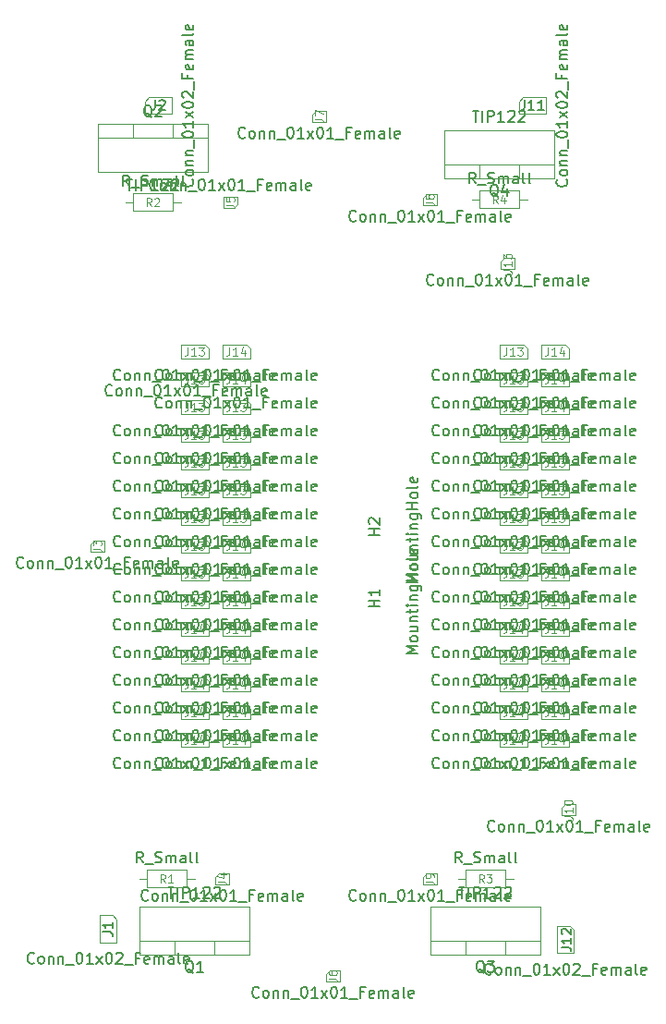
<source format=gbr>
%TF.GenerationSoftware,KiCad,Pcbnew,(5.1.10)-1*%
%TF.CreationDate,2021-10-03T01:52:35+02:00*%
%TF.ProjectId,no 1,6e6f2031-2e6b-4696-9361-645f70636258,rev?*%
%TF.SameCoordinates,Original*%
%TF.FileFunction,Other,Fab,Top*%
%FSLAX46Y46*%
G04 Gerber Fmt 4.6, Leading zero omitted, Abs format (unit mm)*
G04 Created by KiCad (PCBNEW (5.1.10)-1) date 2021-10-03 01:52:35*
%MOMM*%
%LPD*%
G01*
G04 APERTURE LIST*
%ADD10C,0.100000*%
%ADD11C,0.150000*%
%ADD12C,0.108000*%
%ADD13C,0.114000*%
%ADD14C,0.110000*%
%ADD15C,0.140000*%
G04 APERTURE END LIST*
D10*
%TO.C,R2*%
X194310000Y-76454000D02*
X195050000Y-76454000D01*
X199390000Y-76454000D02*
X198650000Y-76454000D01*
X195050000Y-77254000D02*
X198650000Y-77254000D01*
X195050000Y-75654000D02*
X195050000Y-77254000D01*
X198650000Y-75654000D02*
X195050000Y-75654000D01*
X198650000Y-77254000D02*
X198650000Y-75654000D01*
%TO.C,J5*%
X204597000Y-76636500D02*
X204279500Y-76954000D01*
X204597000Y-75954000D02*
X204597000Y-76636500D01*
X203327000Y-75954000D02*
X204597000Y-75954000D01*
X203327000Y-76954000D02*
X203327000Y-75954000D01*
X204279500Y-76954000D02*
X203327000Y-76954000D01*
%TO.C,J13*%
X228727000Y-81859500D02*
X229044500Y-81542000D01*
X228727000Y-82542000D02*
X228727000Y-81859500D01*
X229997000Y-82542000D02*
X228727000Y-82542000D01*
X229997000Y-81542000D02*
X229997000Y-82542000D01*
X229044500Y-81542000D02*
X229997000Y-81542000D01*
X199390000Y-95885000D02*
X199390000Y-94615000D01*
X201930000Y-95885000D02*
X199390000Y-95885000D01*
X201930000Y-94932500D02*
X201930000Y-95885000D01*
X201612500Y-94615000D02*
X201930000Y-94932500D01*
X199390000Y-94615000D02*
X201612500Y-94615000D01*
X203200000Y-95885000D02*
X203200000Y-94615000D01*
X205740000Y-95885000D02*
X203200000Y-95885000D01*
X205740000Y-94932500D02*
X205740000Y-95885000D01*
X205422500Y-94615000D02*
X205740000Y-94932500D01*
X203200000Y-94615000D02*
X205422500Y-94615000D01*
X199390000Y-98425000D02*
X199390000Y-97155000D01*
X201930000Y-98425000D02*
X199390000Y-98425000D01*
X201930000Y-97472500D02*
X201930000Y-98425000D01*
X201612500Y-97155000D02*
X201930000Y-97472500D01*
X199390000Y-97155000D02*
X201612500Y-97155000D01*
X203200000Y-98425000D02*
X203200000Y-97155000D01*
X205740000Y-98425000D02*
X203200000Y-98425000D01*
X205740000Y-97472500D02*
X205740000Y-98425000D01*
X205422500Y-97155000D02*
X205740000Y-97472500D01*
X203200000Y-97155000D02*
X205422500Y-97155000D01*
%TO.C,J14*%
X232410000Y-108585000D02*
X232410000Y-107315000D01*
X234950000Y-108585000D02*
X232410000Y-108585000D01*
X234950000Y-107632500D02*
X234950000Y-108585000D01*
X234632500Y-107315000D02*
X234950000Y-107632500D01*
X232410000Y-107315000D02*
X234632500Y-107315000D01*
X232410000Y-111125000D02*
X232410000Y-109855000D01*
X234950000Y-111125000D02*
X232410000Y-111125000D01*
X234950000Y-110172500D02*
X234950000Y-111125000D01*
X234632500Y-109855000D02*
X234950000Y-110172500D01*
X232410000Y-109855000D02*
X234632500Y-109855000D01*
X232410000Y-113665000D02*
X232410000Y-112395000D01*
X234950000Y-113665000D02*
X232410000Y-113665000D01*
X234950000Y-112712500D02*
X234950000Y-113665000D01*
X234632500Y-112395000D02*
X234950000Y-112712500D01*
X232410000Y-112395000D02*
X234632500Y-112395000D01*
X232410000Y-116205000D02*
X232410000Y-114935000D01*
X234950000Y-116205000D02*
X232410000Y-116205000D01*
X234950000Y-115252500D02*
X234950000Y-116205000D01*
X234632500Y-114935000D02*
X234950000Y-115252500D01*
X232410000Y-114935000D02*
X234632500Y-114935000D01*
X232410000Y-95885000D02*
X232410000Y-94615000D01*
X234950000Y-95885000D02*
X232410000Y-95885000D01*
X234950000Y-94932500D02*
X234950000Y-95885000D01*
X234632500Y-94615000D02*
X234950000Y-94932500D01*
X232410000Y-94615000D02*
X234632500Y-94615000D01*
X232410000Y-93345000D02*
X232410000Y-92075000D01*
X234950000Y-93345000D02*
X232410000Y-93345000D01*
X234950000Y-92392500D02*
X234950000Y-93345000D01*
X234632500Y-92075000D02*
X234950000Y-92392500D01*
X232410000Y-92075000D02*
X234632500Y-92075000D01*
X232410000Y-90805000D02*
X232410000Y-89535000D01*
X234950000Y-90805000D02*
X232410000Y-90805000D01*
X234950000Y-89852500D02*
X234950000Y-90805000D01*
X234632500Y-89535000D02*
X234950000Y-89852500D01*
X232410000Y-89535000D02*
X234632500Y-89535000D01*
X232410000Y-118745000D02*
X232410000Y-117475000D01*
X234950000Y-118745000D02*
X232410000Y-118745000D01*
X234950000Y-117792500D02*
X234950000Y-118745000D01*
X234632500Y-117475000D02*
X234950000Y-117792500D01*
X232410000Y-117475000D02*
X234632500Y-117475000D01*
X232410000Y-121285000D02*
X232410000Y-120015000D01*
X234950000Y-121285000D02*
X232410000Y-121285000D01*
X234950000Y-120332500D02*
X234950000Y-121285000D01*
X234632500Y-120015000D02*
X234950000Y-120332500D01*
X232410000Y-120015000D02*
X234632500Y-120015000D01*
X232410000Y-123825000D02*
X232410000Y-122555000D01*
X234950000Y-123825000D02*
X232410000Y-123825000D01*
X234950000Y-122872500D02*
X234950000Y-123825000D01*
X234632500Y-122555000D02*
X234950000Y-122872500D01*
X232410000Y-122555000D02*
X234632500Y-122555000D01*
X232410000Y-126365000D02*
X232410000Y-125095000D01*
X234950000Y-126365000D02*
X232410000Y-126365000D01*
X234950000Y-125412500D02*
X234950000Y-126365000D01*
X234632500Y-125095000D02*
X234950000Y-125412500D01*
X232410000Y-125095000D02*
X234632500Y-125095000D01*
X228600000Y-116205000D02*
X228600000Y-114935000D01*
X231140000Y-116205000D02*
X228600000Y-116205000D01*
X231140000Y-115252500D02*
X231140000Y-116205000D01*
X230822500Y-114935000D02*
X231140000Y-115252500D01*
X228600000Y-114935000D02*
X230822500Y-114935000D01*
X228600000Y-118745000D02*
X228600000Y-117475000D01*
X231140000Y-118745000D02*
X228600000Y-118745000D01*
X231140000Y-117792500D02*
X231140000Y-118745000D01*
X230822500Y-117475000D02*
X231140000Y-117792500D01*
X228600000Y-117475000D02*
X230822500Y-117475000D01*
X228600000Y-121285000D02*
X228600000Y-120015000D01*
X231140000Y-121285000D02*
X228600000Y-121285000D01*
X231140000Y-120332500D02*
X231140000Y-121285000D01*
X230822500Y-120015000D02*
X231140000Y-120332500D01*
X228600000Y-120015000D02*
X230822500Y-120015000D01*
X228600000Y-123825000D02*
X228600000Y-122555000D01*
X231140000Y-123825000D02*
X228600000Y-123825000D01*
X231140000Y-122872500D02*
X231140000Y-123825000D01*
X230822500Y-122555000D02*
X231140000Y-122872500D01*
X228600000Y-122555000D02*
X230822500Y-122555000D01*
X228600000Y-126365000D02*
X228600000Y-125095000D01*
X231140000Y-126365000D02*
X228600000Y-126365000D01*
X231140000Y-125412500D02*
X231140000Y-126365000D01*
X230822500Y-125095000D02*
X231140000Y-125412500D01*
X228600000Y-125095000D02*
X230822500Y-125095000D01*
X199390000Y-116205000D02*
X199390000Y-114935000D01*
X201930000Y-116205000D02*
X199390000Y-116205000D01*
X201930000Y-115252500D02*
X201930000Y-116205000D01*
X201612500Y-114935000D02*
X201930000Y-115252500D01*
X199390000Y-114935000D02*
X201612500Y-114935000D01*
X199390000Y-121285000D02*
X199390000Y-120015000D01*
X201930000Y-121285000D02*
X199390000Y-121285000D01*
X201930000Y-120332500D02*
X201930000Y-121285000D01*
X201612500Y-120015000D02*
X201930000Y-120332500D01*
X199390000Y-120015000D02*
X201612500Y-120015000D01*
X199390000Y-126365000D02*
X199390000Y-125095000D01*
X201930000Y-126365000D02*
X199390000Y-126365000D01*
X201930000Y-125412500D02*
X201930000Y-126365000D01*
X201612500Y-125095000D02*
X201930000Y-125412500D01*
X199390000Y-125095000D02*
X201612500Y-125095000D01*
X199390000Y-118745000D02*
X199390000Y-117475000D01*
X201930000Y-118745000D02*
X199390000Y-118745000D01*
X201930000Y-117792500D02*
X201930000Y-118745000D01*
X201612500Y-117475000D02*
X201930000Y-117792500D01*
X199390000Y-117475000D02*
X201612500Y-117475000D01*
X199390000Y-123825000D02*
X199390000Y-122555000D01*
X201930000Y-123825000D02*
X199390000Y-123825000D01*
X201930000Y-122872500D02*
X201930000Y-123825000D01*
X201612500Y-122555000D02*
X201930000Y-122872500D01*
X199390000Y-122555000D02*
X201612500Y-122555000D01*
X203200000Y-108585000D02*
X203200000Y-107315000D01*
X205740000Y-108585000D02*
X203200000Y-108585000D01*
X205740000Y-107632500D02*
X205740000Y-108585000D01*
X205422500Y-107315000D02*
X205740000Y-107632500D01*
X203200000Y-107315000D02*
X205422500Y-107315000D01*
X203200000Y-111125000D02*
X203200000Y-109855000D01*
X205740000Y-111125000D02*
X203200000Y-111125000D01*
X205740000Y-110172500D02*
X205740000Y-111125000D01*
X205422500Y-109855000D02*
X205740000Y-110172500D01*
X203200000Y-109855000D02*
X205422500Y-109855000D01*
X203200000Y-113665000D02*
X203200000Y-112395000D01*
X205740000Y-113665000D02*
X203200000Y-113665000D01*
X205740000Y-112712500D02*
X205740000Y-113665000D01*
X205422500Y-112395000D02*
X205740000Y-112712500D01*
X203200000Y-112395000D02*
X205422500Y-112395000D01*
X203200000Y-116205000D02*
X203200000Y-114935000D01*
X205740000Y-116205000D02*
X203200000Y-116205000D01*
X205740000Y-115252500D02*
X205740000Y-116205000D01*
X205422500Y-114935000D02*
X205740000Y-115252500D01*
X203200000Y-114935000D02*
X205422500Y-114935000D01*
X203200000Y-93345000D02*
X203200000Y-92075000D01*
X205740000Y-93345000D02*
X203200000Y-93345000D01*
X205740000Y-92392500D02*
X205740000Y-93345000D01*
X205422500Y-92075000D02*
X205740000Y-92392500D01*
X203200000Y-92075000D02*
X205422500Y-92075000D01*
X203200000Y-118745000D02*
X203200000Y-117475000D01*
X205740000Y-118745000D02*
X203200000Y-118745000D01*
X205740000Y-117792500D02*
X205740000Y-118745000D01*
X205422500Y-117475000D02*
X205740000Y-117792500D01*
X203200000Y-117475000D02*
X205422500Y-117475000D01*
X203200000Y-123825000D02*
X203200000Y-122555000D01*
X205740000Y-123825000D02*
X203200000Y-123825000D01*
X205740000Y-122872500D02*
X205740000Y-123825000D01*
X205422500Y-122555000D02*
X205740000Y-122872500D01*
X203200000Y-122555000D02*
X205422500Y-122555000D01*
X203200000Y-126365000D02*
X203200000Y-125095000D01*
X205740000Y-126365000D02*
X203200000Y-126365000D01*
X205740000Y-125412500D02*
X205740000Y-126365000D01*
X205422500Y-125095000D02*
X205740000Y-125412500D01*
X203200000Y-125095000D02*
X205422500Y-125095000D01*
X203200000Y-121285000D02*
X203200000Y-120015000D01*
X205740000Y-121285000D02*
X203200000Y-121285000D01*
X205740000Y-120332500D02*
X205740000Y-121285000D01*
X205422500Y-120015000D02*
X205740000Y-120332500D01*
X203200000Y-120015000D02*
X205422500Y-120015000D01*
X203200000Y-90805000D02*
X203200000Y-89535000D01*
X205740000Y-90805000D02*
X203200000Y-90805000D01*
X205740000Y-89852500D02*
X205740000Y-90805000D01*
X205422500Y-89535000D02*
X205740000Y-89852500D01*
X203200000Y-89535000D02*
X205422500Y-89535000D01*
%TO.C,J13*%
X228600000Y-100965000D02*
X228600000Y-99695000D01*
X231140000Y-100965000D02*
X228600000Y-100965000D01*
X231140000Y-100012500D02*
X231140000Y-100965000D01*
X230822500Y-99695000D02*
X231140000Y-100012500D01*
X228600000Y-99695000D02*
X230822500Y-99695000D01*
X228600000Y-103505000D02*
X228600000Y-102235000D01*
X231140000Y-103505000D02*
X228600000Y-103505000D01*
X231140000Y-102552500D02*
X231140000Y-103505000D01*
X230822500Y-102235000D02*
X231140000Y-102552500D01*
X228600000Y-102235000D02*
X230822500Y-102235000D01*
X228600000Y-106045000D02*
X228600000Y-104775000D01*
X231140000Y-106045000D02*
X228600000Y-106045000D01*
X231140000Y-105092500D02*
X231140000Y-106045000D01*
X230822500Y-104775000D02*
X231140000Y-105092500D01*
X228600000Y-104775000D02*
X230822500Y-104775000D01*
X228600000Y-95885000D02*
X228600000Y-94615000D01*
X231140000Y-95885000D02*
X228600000Y-95885000D01*
X231140000Y-94932500D02*
X231140000Y-95885000D01*
X230822500Y-94615000D02*
X231140000Y-94932500D01*
X228600000Y-94615000D02*
X230822500Y-94615000D01*
X228600000Y-93345000D02*
X228600000Y-92075000D01*
X231140000Y-93345000D02*
X228600000Y-93345000D01*
X231140000Y-92392500D02*
X231140000Y-93345000D01*
X230822500Y-92075000D02*
X231140000Y-92392500D01*
X228600000Y-92075000D02*
X230822500Y-92075000D01*
X228600000Y-90805000D02*
X228600000Y-89535000D01*
X231140000Y-90805000D02*
X228600000Y-90805000D01*
X231140000Y-89852500D02*
X231140000Y-90805000D01*
X230822500Y-89535000D02*
X231140000Y-89852500D01*
X228600000Y-89535000D02*
X230822500Y-89535000D01*
X228600000Y-108585000D02*
X228600000Y-107315000D01*
X231140000Y-108585000D02*
X228600000Y-108585000D01*
X231140000Y-107632500D02*
X231140000Y-108585000D01*
X230822500Y-107315000D02*
X231140000Y-107632500D01*
X228600000Y-107315000D02*
X230822500Y-107315000D01*
X228600000Y-111125000D02*
X228600000Y-109855000D01*
X231140000Y-111125000D02*
X228600000Y-111125000D01*
X231140000Y-110172500D02*
X231140000Y-111125000D01*
X230822500Y-109855000D02*
X231140000Y-110172500D01*
X228600000Y-109855000D02*
X230822500Y-109855000D01*
X228600000Y-113665000D02*
X228600000Y-112395000D01*
X231140000Y-113665000D02*
X228600000Y-113665000D01*
X231140000Y-112712500D02*
X231140000Y-113665000D01*
X230822500Y-112395000D02*
X231140000Y-112712500D01*
X228600000Y-112395000D02*
X230822500Y-112395000D01*
X199390000Y-100965000D02*
X199390000Y-99695000D01*
X201930000Y-100965000D02*
X199390000Y-100965000D01*
X201930000Y-100012500D02*
X201930000Y-100965000D01*
X201612500Y-99695000D02*
X201930000Y-100012500D01*
X199390000Y-99695000D02*
X201612500Y-99695000D01*
X199390000Y-106045000D02*
X199390000Y-104775000D01*
X201930000Y-106045000D02*
X199390000Y-106045000D01*
X201930000Y-105092500D02*
X201930000Y-106045000D01*
X201612500Y-104775000D02*
X201930000Y-105092500D01*
X199390000Y-104775000D02*
X201612500Y-104775000D01*
X199390000Y-103505000D02*
X199390000Y-102235000D01*
X201930000Y-103505000D02*
X199390000Y-103505000D01*
X201930000Y-102552500D02*
X201930000Y-103505000D01*
X201612500Y-102235000D02*
X201930000Y-102552500D01*
X199390000Y-102235000D02*
X201612500Y-102235000D01*
X199390000Y-90805000D02*
X199390000Y-89535000D01*
X201930000Y-90805000D02*
X199390000Y-90805000D01*
X201930000Y-89852500D02*
X201930000Y-90805000D01*
X201612500Y-89535000D02*
X201930000Y-89852500D01*
X199390000Y-89535000D02*
X201612500Y-89535000D01*
X199390000Y-93345000D02*
X199390000Y-92075000D01*
X201930000Y-93345000D02*
X199390000Y-93345000D01*
X201930000Y-92392500D02*
X201930000Y-93345000D01*
X201612500Y-92075000D02*
X201930000Y-92392500D01*
X199390000Y-92075000D02*
X201612500Y-92075000D01*
X199390000Y-111125000D02*
X199390000Y-109855000D01*
X201930000Y-111125000D02*
X199390000Y-111125000D01*
X201930000Y-110172500D02*
X201930000Y-111125000D01*
X201612500Y-109855000D02*
X201930000Y-110172500D01*
X199390000Y-109855000D02*
X201612500Y-109855000D01*
X199390000Y-113665000D02*
X199390000Y-112395000D01*
X201930000Y-113665000D02*
X199390000Y-113665000D01*
X201930000Y-112712500D02*
X201930000Y-113665000D01*
X201612500Y-112395000D02*
X201930000Y-112712500D01*
X199390000Y-112395000D02*
X201612500Y-112395000D01*
X199390000Y-108585000D02*
X199390000Y-107315000D01*
X201930000Y-108585000D02*
X199390000Y-108585000D01*
X201930000Y-107632500D02*
X201930000Y-108585000D01*
X201612500Y-107315000D02*
X201930000Y-107632500D01*
X199390000Y-107315000D02*
X201612500Y-107315000D01*
X228600000Y-98425000D02*
X228600000Y-97155000D01*
X231140000Y-98425000D02*
X228600000Y-98425000D01*
X231140000Y-97472500D02*
X231140000Y-98425000D01*
X230822500Y-97155000D02*
X231140000Y-97472500D01*
X228600000Y-97155000D02*
X230822500Y-97155000D01*
X232410000Y-98425000D02*
X232410000Y-97155000D01*
X234950000Y-98425000D02*
X232410000Y-98425000D01*
X234950000Y-97472500D02*
X234950000Y-98425000D01*
X234632500Y-97155000D02*
X234950000Y-97472500D01*
X232410000Y-97155000D02*
X234632500Y-97155000D01*
X232410000Y-100965000D02*
X232410000Y-99695000D01*
X234950000Y-100965000D02*
X232410000Y-100965000D01*
X234950000Y-100012500D02*
X234950000Y-100965000D01*
X234632500Y-99695000D02*
X234950000Y-100012500D01*
X232410000Y-99695000D02*
X234632500Y-99695000D01*
X232410000Y-103505000D02*
X232410000Y-102235000D01*
X234950000Y-103505000D02*
X232410000Y-103505000D01*
X234950000Y-102552500D02*
X234950000Y-103505000D01*
X234632500Y-102235000D02*
X234950000Y-102552500D01*
X232410000Y-102235000D02*
X234632500Y-102235000D01*
X232410000Y-106045000D02*
X232410000Y-104775000D01*
X234950000Y-106045000D02*
X232410000Y-106045000D01*
X234950000Y-105092500D02*
X234950000Y-106045000D01*
X234632500Y-104775000D02*
X234950000Y-105092500D01*
X232410000Y-104775000D02*
X234632500Y-104775000D01*
X203200000Y-100965000D02*
X203200000Y-99695000D01*
X205740000Y-100965000D02*
X203200000Y-100965000D01*
X205740000Y-100012500D02*
X205740000Y-100965000D01*
X205422500Y-99695000D02*
X205740000Y-100012500D01*
X203200000Y-99695000D02*
X205422500Y-99695000D01*
X203200000Y-103505000D02*
X203200000Y-102235000D01*
X205740000Y-103505000D02*
X203200000Y-103505000D01*
X205740000Y-102552500D02*
X205740000Y-103505000D01*
X205422500Y-102235000D02*
X205740000Y-102552500D01*
X203200000Y-102235000D02*
X205422500Y-102235000D01*
X203200000Y-106045000D02*
X203200000Y-104775000D01*
X205740000Y-106045000D02*
X203200000Y-106045000D01*
X205740000Y-105092500D02*
X205740000Y-106045000D01*
X205422500Y-104775000D02*
X205740000Y-105092500D01*
X203200000Y-104775000D02*
X205422500Y-104775000D01*
%TO.C,Q4*%
X233600000Y-74270000D02*
X233600000Y-69870000D01*
X233600000Y-69870000D02*
X223600000Y-69870000D01*
X223600000Y-69870000D02*
X223600000Y-74270000D01*
X223600000Y-74270000D02*
X233600000Y-74270000D01*
X233600000Y-73000000D02*
X223600000Y-73000000D01*
X230450000Y-74270000D02*
X230450000Y-73000000D01*
X226750000Y-74270000D02*
X226750000Y-73000000D01*
%TO.C,J1*%
X192000000Y-144260000D02*
X192000000Y-141760000D01*
X193500000Y-144260000D02*
X192000000Y-144260000D01*
X193500000Y-142135000D02*
X193500000Y-144260000D01*
X193125000Y-141760000D02*
X193500000Y-142135000D01*
X192000000Y-141760000D02*
X193125000Y-141760000D01*
%TO.C,J2*%
X196100000Y-68350000D02*
X196100000Y-67225000D01*
X196100000Y-67225000D02*
X196475000Y-66850000D01*
X196475000Y-66850000D02*
X198600000Y-66850000D01*
X198600000Y-66850000D02*
X198600000Y-68350000D01*
X198600000Y-68350000D02*
X196100000Y-68350000D01*
%TO.C,J3*%
X191135000Y-107767500D02*
X191452500Y-107450000D01*
X191135000Y-108450000D02*
X191135000Y-107767500D01*
X192405000Y-108450000D02*
X191135000Y-108450000D01*
X192405000Y-107450000D02*
X192405000Y-108450000D01*
X191452500Y-107450000D02*
X192405000Y-107450000D01*
%TO.C,J4*%
X202565000Y-138247500D02*
X202882500Y-137930000D01*
X202565000Y-138930000D02*
X202565000Y-138247500D01*
X203835000Y-138930000D02*
X202565000Y-138930000D01*
X203835000Y-137930000D02*
X203835000Y-138930000D01*
X202882500Y-137930000D02*
X203835000Y-137930000D01*
%TO.C,J6*%
X213042500Y-146820000D02*
X213995000Y-146820000D01*
X213995000Y-146820000D02*
X213995000Y-147820000D01*
X213995000Y-147820000D02*
X212725000Y-147820000D01*
X212725000Y-147820000D02*
X212725000Y-147137500D01*
X212725000Y-147137500D02*
X213042500Y-146820000D01*
%TO.C,J7*%
X211455000Y-68397500D02*
X211772500Y-68080000D01*
X211455000Y-69080000D02*
X211455000Y-68397500D01*
X212725000Y-69080000D02*
X211455000Y-69080000D01*
X212725000Y-68080000D02*
X212725000Y-69080000D01*
X211772500Y-68080000D02*
X212725000Y-68080000D01*
%TO.C,J8*%
X221615000Y-76017500D02*
X221932500Y-75700000D01*
X221615000Y-76700000D02*
X221615000Y-76017500D01*
X222885000Y-76700000D02*
X221615000Y-76700000D01*
X222885000Y-75700000D02*
X222885000Y-76700000D01*
X221932500Y-75700000D02*
X222885000Y-75700000D01*
%TO.C,J9*%
X221932500Y-137930000D02*
X222885000Y-137930000D01*
X222885000Y-137930000D02*
X222885000Y-138930000D01*
X222885000Y-138930000D02*
X221615000Y-138930000D01*
X221615000Y-138930000D02*
X221615000Y-138247500D01*
X221615000Y-138247500D02*
X221932500Y-137930000D01*
%TO.C,J10*%
X234632500Y-131580000D02*
X235585000Y-131580000D01*
X235585000Y-131580000D02*
X235585000Y-132580000D01*
X235585000Y-132580000D02*
X234315000Y-132580000D01*
X234315000Y-132580000D02*
X234315000Y-131897500D01*
X234315000Y-131897500D02*
X234632500Y-131580000D01*
%TO.C,J11*%
X232890000Y-68350000D02*
X230390000Y-68350000D01*
X232890000Y-66850000D02*
X232890000Y-68350000D01*
X230765000Y-66850000D02*
X232890000Y-66850000D01*
X230390000Y-67225000D02*
X230765000Y-66850000D01*
X230390000Y-68350000D02*
X230390000Y-67225000D01*
%TO.C,J12*%
X233910000Y-142760000D02*
X235035000Y-142760000D01*
X235035000Y-142760000D02*
X235410000Y-143135000D01*
X235410000Y-143135000D02*
X235410000Y-145260000D01*
X235410000Y-145260000D02*
X233910000Y-145260000D01*
X233910000Y-145260000D02*
X233910000Y-142760000D01*
%TO.C,Q1*%
X205660000Y-145390000D02*
X205660000Y-140990000D01*
X205660000Y-140990000D02*
X195660000Y-140990000D01*
X195660000Y-140990000D02*
X195660000Y-145390000D01*
X195660000Y-145390000D02*
X205660000Y-145390000D01*
X205660000Y-144120000D02*
X195660000Y-144120000D01*
X202510000Y-145390000D02*
X202510000Y-144120000D01*
X198810000Y-145390000D02*
X198810000Y-144120000D01*
%TO.C,Q2*%
X198700000Y-69240000D02*
X198700000Y-70510000D01*
X195000000Y-69240000D02*
X195000000Y-70510000D01*
X191850000Y-70510000D02*
X201850000Y-70510000D01*
X201850000Y-69240000D02*
X191850000Y-69240000D01*
X201850000Y-73640000D02*
X201850000Y-69240000D01*
X191850000Y-73640000D02*
X201850000Y-73640000D01*
X191850000Y-69240000D02*
X191850000Y-73640000D01*
%TO.C,Q3*%
X232330000Y-145390000D02*
X232330000Y-140990000D01*
X232330000Y-140990000D02*
X222330000Y-140990000D01*
X222330000Y-140990000D02*
X222330000Y-145390000D01*
X222330000Y-145390000D02*
X232330000Y-145390000D01*
X232330000Y-144120000D02*
X222330000Y-144120000D01*
X229180000Y-145390000D02*
X229180000Y-144120000D01*
X225480000Y-145390000D02*
X225480000Y-144120000D01*
%TO.C,R1*%
X195580000Y-138430000D02*
X196320000Y-138430000D01*
X200660000Y-138430000D02*
X199920000Y-138430000D01*
X196320000Y-139230000D02*
X199920000Y-139230000D01*
X196320000Y-137630000D02*
X196320000Y-139230000D01*
X199920000Y-137630000D02*
X196320000Y-137630000D01*
X199920000Y-139230000D02*
X199920000Y-137630000D01*
%TO.C,R3*%
X229130000Y-139230000D02*
X229130000Y-137630000D01*
X229130000Y-137630000D02*
X225530000Y-137630000D01*
X225530000Y-137630000D02*
X225530000Y-139230000D01*
X225530000Y-139230000D02*
X229130000Y-139230000D01*
X229870000Y-138430000D02*
X229130000Y-138430000D01*
X224790000Y-138430000D02*
X225530000Y-138430000D01*
%TO.C,R4*%
X226060000Y-76200000D02*
X226800000Y-76200000D01*
X231140000Y-76200000D02*
X230400000Y-76200000D01*
X226800000Y-77000000D02*
X230400000Y-77000000D01*
X226800000Y-75400000D02*
X226800000Y-77000000D01*
X230400000Y-75400000D02*
X226800000Y-75400000D01*
X230400000Y-77000000D02*
X230400000Y-75400000D01*
%TD*%
%TO.C,R2*%
D11*
X194659523Y-74986380D02*
X194326190Y-74510190D01*
X194088095Y-74986380D02*
X194088095Y-73986380D01*
X194469047Y-73986380D01*
X194564285Y-74034000D01*
X194611904Y-74081619D01*
X194659523Y-74176857D01*
X194659523Y-74319714D01*
X194611904Y-74414952D01*
X194564285Y-74462571D01*
X194469047Y-74510190D01*
X194088095Y-74510190D01*
X194850000Y-75081619D02*
X195611904Y-75081619D01*
X195802380Y-74938761D02*
X195945238Y-74986380D01*
X196183333Y-74986380D01*
X196278571Y-74938761D01*
X196326190Y-74891142D01*
X196373809Y-74795904D01*
X196373809Y-74700666D01*
X196326190Y-74605428D01*
X196278571Y-74557809D01*
X196183333Y-74510190D01*
X195992857Y-74462571D01*
X195897619Y-74414952D01*
X195850000Y-74367333D01*
X195802380Y-74272095D01*
X195802380Y-74176857D01*
X195850000Y-74081619D01*
X195897619Y-74034000D01*
X195992857Y-73986380D01*
X196230952Y-73986380D01*
X196373809Y-74034000D01*
X196802380Y-74986380D02*
X196802380Y-74319714D01*
X196802380Y-74414952D02*
X196850000Y-74367333D01*
X196945238Y-74319714D01*
X197088095Y-74319714D01*
X197183333Y-74367333D01*
X197230952Y-74462571D01*
X197230952Y-74986380D01*
X197230952Y-74462571D02*
X197278571Y-74367333D01*
X197373809Y-74319714D01*
X197516666Y-74319714D01*
X197611904Y-74367333D01*
X197659523Y-74462571D01*
X197659523Y-74986380D01*
X198564285Y-74986380D02*
X198564285Y-74462571D01*
X198516666Y-74367333D01*
X198421428Y-74319714D01*
X198230952Y-74319714D01*
X198135714Y-74367333D01*
X198564285Y-74938761D02*
X198469047Y-74986380D01*
X198230952Y-74986380D01*
X198135714Y-74938761D01*
X198088095Y-74843523D01*
X198088095Y-74748285D01*
X198135714Y-74653047D01*
X198230952Y-74605428D01*
X198469047Y-74605428D01*
X198564285Y-74557809D01*
X199183333Y-74986380D02*
X199088095Y-74938761D01*
X199040476Y-74843523D01*
X199040476Y-73986380D01*
X199707142Y-74986380D02*
X199611904Y-74938761D01*
X199564285Y-74843523D01*
X199564285Y-73986380D01*
D12*
X196730000Y-76779714D02*
X196490000Y-76436857D01*
X196318571Y-76779714D02*
X196318571Y-76059714D01*
X196592857Y-76059714D01*
X196661428Y-76094000D01*
X196695714Y-76128285D01*
X196730000Y-76196857D01*
X196730000Y-76299714D01*
X196695714Y-76368285D01*
X196661428Y-76402571D01*
X196592857Y-76436857D01*
X196318571Y-76436857D01*
X197004285Y-76128285D02*
X197038571Y-76094000D01*
X197107142Y-76059714D01*
X197278571Y-76059714D01*
X197347142Y-76094000D01*
X197381428Y-76128285D01*
X197415714Y-76196857D01*
X197415714Y-76265428D01*
X197381428Y-76368285D01*
X196970000Y-76779714D01*
X197415714Y-76779714D01*
%TO.C,J5*%
D11*
X197176285Y-75251142D02*
X197128666Y-75298761D01*
X196985809Y-75346380D01*
X196890571Y-75346380D01*
X196747714Y-75298761D01*
X196652476Y-75203523D01*
X196604857Y-75108285D01*
X196557238Y-74917809D01*
X196557238Y-74774952D01*
X196604857Y-74584476D01*
X196652476Y-74489238D01*
X196747714Y-74394000D01*
X196890571Y-74346380D01*
X196985809Y-74346380D01*
X197128666Y-74394000D01*
X197176285Y-74441619D01*
X197747714Y-75346380D02*
X197652476Y-75298761D01*
X197604857Y-75251142D01*
X197557238Y-75155904D01*
X197557238Y-74870190D01*
X197604857Y-74774952D01*
X197652476Y-74727333D01*
X197747714Y-74679714D01*
X197890571Y-74679714D01*
X197985809Y-74727333D01*
X198033428Y-74774952D01*
X198081047Y-74870190D01*
X198081047Y-75155904D01*
X198033428Y-75251142D01*
X197985809Y-75298761D01*
X197890571Y-75346380D01*
X197747714Y-75346380D01*
X198509619Y-74679714D02*
X198509619Y-75346380D01*
X198509619Y-74774952D02*
X198557238Y-74727333D01*
X198652476Y-74679714D01*
X198795333Y-74679714D01*
X198890571Y-74727333D01*
X198938190Y-74822571D01*
X198938190Y-75346380D01*
X199414380Y-74679714D02*
X199414380Y-75346380D01*
X199414380Y-74774952D02*
X199462000Y-74727333D01*
X199557238Y-74679714D01*
X199700095Y-74679714D01*
X199795333Y-74727333D01*
X199842952Y-74822571D01*
X199842952Y-75346380D01*
X200081047Y-75441619D02*
X200842952Y-75441619D01*
X201271523Y-74346380D02*
X201366761Y-74346380D01*
X201462000Y-74394000D01*
X201509619Y-74441619D01*
X201557238Y-74536857D01*
X201604857Y-74727333D01*
X201604857Y-74965428D01*
X201557238Y-75155904D01*
X201509619Y-75251142D01*
X201462000Y-75298761D01*
X201366761Y-75346380D01*
X201271523Y-75346380D01*
X201176285Y-75298761D01*
X201128666Y-75251142D01*
X201081047Y-75155904D01*
X201033428Y-74965428D01*
X201033428Y-74727333D01*
X201081047Y-74536857D01*
X201128666Y-74441619D01*
X201176285Y-74394000D01*
X201271523Y-74346380D01*
X202557238Y-75346380D02*
X201985809Y-75346380D01*
X202271523Y-75346380D02*
X202271523Y-74346380D01*
X202176285Y-74489238D01*
X202081047Y-74584476D01*
X201985809Y-74632095D01*
X202890571Y-75346380D02*
X203414380Y-74679714D01*
X202890571Y-74679714D02*
X203414380Y-75346380D01*
X203985809Y-74346380D02*
X204081047Y-74346380D01*
X204176285Y-74394000D01*
X204223904Y-74441619D01*
X204271523Y-74536857D01*
X204319142Y-74727333D01*
X204319142Y-74965428D01*
X204271523Y-75155904D01*
X204223904Y-75251142D01*
X204176285Y-75298761D01*
X204081047Y-75346380D01*
X203985809Y-75346380D01*
X203890571Y-75298761D01*
X203842952Y-75251142D01*
X203795333Y-75155904D01*
X203747714Y-74965428D01*
X203747714Y-74727333D01*
X203795333Y-74536857D01*
X203842952Y-74441619D01*
X203890571Y-74394000D01*
X203985809Y-74346380D01*
X205271523Y-75346380D02*
X204700095Y-75346380D01*
X204985809Y-75346380D02*
X204985809Y-74346380D01*
X204890571Y-74489238D01*
X204795333Y-74584476D01*
X204700095Y-74632095D01*
X205462000Y-75441619D02*
X206223904Y-75441619D01*
X206795333Y-74822571D02*
X206462000Y-74822571D01*
X206462000Y-75346380D02*
X206462000Y-74346380D01*
X206938190Y-74346380D01*
X207700095Y-75298761D02*
X207604857Y-75346380D01*
X207414380Y-75346380D01*
X207319142Y-75298761D01*
X207271523Y-75203523D01*
X207271523Y-74822571D01*
X207319142Y-74727333D01*
X207414380Y-74679714D01*
X207604857Y-74679714D01*
X207700095Y-74727333D01*
X207747714Y-74822571D01*
X207747714Y-74917809D01*
X207271523Y-75013047D01*
X208176285Y-75346380D02*
X208176285Y-74679714D01*
X208176285Y-74774952D02*
X208223904Y-74727333D01*
X208319142Y-74679714D01*
X208462000Y-74679714D01*
X208557238Y-74727333D01*
X208604857Y-74822571D01*
X208604857Y-75346380D01*
X208604857Y-74822571D02*
X208652476Y-74727333D01*
X208747714Y-74679714D01*
X208890571Y-74679714D01*
X208985809Y-74727333D01*
X209033428Y-74822571D01*
X209033428Y-75346380D01*
X209938190Y-75346380D02*
X209938190Y-74822571D01*
X209890571Y-74727333D01*
X209795333Y-74679714D01*
X209604857Y-74679714D01*
X209509619Y-74727333D01*
X209938190Y-75298761D02*
X209842952Y-75346380D01*
X209604857Y-75346380D01*
X209509619Y-75298761D01*
X209462000Y-75203523D01*
X209462000Y-75108285D01*
X209509619Y-75013047D01*
X209604857Y-74965428D01*
X209842952Y-74965428D01*
X209938190Y-74917809D01*
X210557238Y-75346380D02*
X210462000Y-75298761D01*
X210414380Y-75203523D01*
X210414380Y-74346380D01*
X211319142Y-75298761D02*
X211223904Y-75346380D01*
X211033428Y-75346380D01*
X210938190Y-75298761D01*
X210890571Y-75203523D01*
X210890571Y-74822571D01*
X210938190Y-74727333D01*
X211033428Y-74679714D01*
X211223904Y-74679714D01*
X211319142Y-74727333D01*
X211366761Y-74822571D01*
X211366761Y-74917809D01*
X210890571Y-75013047D01*
D13*
X203545809Y-76707333D02*
X204088666Y-76707333D01*
X204197238Y-76743523D01*
X204269619Y-76815904D01*
X204305809Y-76924476D01*
X204305809Y-76996857D01*
X203545809Y-75983523D02*
X203545809Y-76345428D01*
X203907714Y-76381619D01*
X203871523Y-76345428D01*
X203835333Y-76273047D01*
X203835333Y-76092095D01*
X203871523Y-76019714D01*
X203907714Y-75983523D01*
X203980095Y-75947333D01*
X204161047Y-75947333D01*
X204233428Y-75983523D01*
X204269619Y-76019714D01*
X204305809Y-76092095D01*
X204305809Y-76273047D01*
X204269619Y-76345428D01*
X204233428Y-76381619D01*
%TO.C,J13*%
D11*
X222576285Y-83959142D02*
X222528666Y-84006761D01*
X222385809Y-84054380D01*
X222290571Y-84054380D01*
X222147714Y-84006761D01*
X222052476Y-83911523D01*
X222004857Y-83816285D01*
X221957238Y-83625809D01*
X221957238Y-83482952D01*
X222004857Y-83292476D01*
X222052476Y-83197238D01*
X222147714Y-83102000D01*
X222290571Y-83054380D01*
X222385809Y-83054380D01*
X222528666Y-83102000D01*
X222576285Y-83149619D01*
X223147714Y-84054380D02*
X223052476Y-84006761D01*
X223004857Y-83959142D01*
X222957238Y-83863904D01*
X222957238Y-83578190D01*
X223004857Y-83482952D01*
X223052476Y-83435333D01*
X223147714Y-83387714D01*
X223290571Y-83387714D01*
X223385809Y-83435333D01*
X223433428Y-83482952D01*
X223481047Y-83578190D01*
X223481047Y-83863904D01*
X223433428Y-83959142D01*
X223385809Y-84006761D01*
X223290571Y-84054380D01*
X223147714Y-84054380D01*
X223909619Y-83387714D02*
X223909619Y-84054380D01*
X223909619Y-83482952D02*
X223957238Y-83435333D01*
X224052476Y-83387714D01*
X224195333Y-83387714D01*
X224290571Y-83435333D01*
X224338190Y-83530571D01*
X224338190Y-84054380D01*
X224814380Y-83387714D02*
X224814380Y-84054380D01*
X224814380Y-83482952D02*
X224862000Y-83435333D01*
X224957238Y-83387714D01*
X225100095Y-83387714D01*
X225195333Y-83435333D01*
X225242952Y-83530571D01*
X225242952Y-84054380D01*
X225481047Y-84149619D02*
X226242952Y-84149619D01*
X226671523Y-83054380D02*
X226766761Y-83054380D01*
X226862000Y-83102000D01*
X226909619Y-83149619D01*
X226957238Y-83244857D01*
X227004857Y-83435333D01*
X227004857Y-83673428D01*
X226957238Y-83863904D01*
X226909619Y-83959142D01*
X226862000Y-84006761D01*
X226766761Y-84054380D01*
X226671523Y-84054380D01*
X226576285Y-84006761D01*
X226528666Y-83959142D01*
X226481047Y-83863904D01*
X226433428Y-83673428D01*
X226433428Y-83435333D01*
X226481047Y-83244857D01*
X226528666Y-83149619D01*
X226576285Y-83102000D01*
X226671523Y-83054380D01*
X227957238Y-84054380D02*
X227385809Y-84054380D01*
X227671523Y-84054380D02*
X227671523Y-83054380D01*
X227576285Y-83197238D01*
X227481047Y-83292476D01*
X227385809Y-83340095D01*
X228290571Y-84054380D02*
X228814380Y-83387714D01*
X228290571Y-83387714D02*
X228814380Y-84054380D01*
X229385809Y-83054380D02*
X229481047Y-83054380D01*
X229576285Y-83102000D01*
X229623904Y-83149619D01*
X229671523Y-83244857D01*
X229719142Y-83435333D01*
X229719142Y-83673428D01*
X229671523Y-83863904D01*
X229623904Y-83959142D01*
X229576285Y-84006761D01*
X229481047Y-84054380D01*
X229385809Y-84054380D01*
X229290571Y-84006761D01*
X229242952Y-83959142D01*
X229195333Y-83863904D01*
X229147714Y-83673428D01*
X229147714Y-83435333D01*
X229195333Y-83244857D01*
X229242952Y-83149619D01*
X229290571Y-83102000D01*
X229385809Y-83054380D01*
X230671523Y-84054380D02*
X230100095Y-84054380D01*
X230385809Y-84054380D02*
X230385809Y-83054380D01*
X230290571Y-83197238D01*
X230195333Y-83292476D01*
X230100095Y-83340095D01*
X230862000Y-84149619D02*
X231623904Y-84149619D01*
X232195333Y-83530571D02*
X231862000Y-83530571D01*
X231862000Y-84054380D02*
X231862000Y-83054380D01*
X232338190Y-83054380D01*
X233100095Y-84006761D02*
X233004857Y-84054380D01*
X232814380Y-84054380D01*
X232719142Y-84006761D01*
X232671523Y-83911523D01*
X232671523Y-83530571D01*
X232719142Y-83435333D01*
X232814380Y-83387714D01*
X233004857Y-83387714D01*
X233100095Y-83435333D01*
X233147714Y-83530571D01*
X233147714Y-83625809D01*
X232671523Y-83721047D01*
X233576285Y-84054380D02*
X233576285Y-83387714D01*
X233576285Y-83482952D02*
X233623904Y-83435333D01*
X233719142Y-83387714D01*
X233862000Y-83387714D01*
X233957238Y-83435333D01*
X234004857Y-83530571D01*
X234004857Y-84054380D01*
X234004857Y-83530571D02*
X234052476Y-83435333D01*
X234147714Y-83387714D01*
X234290571Y-83387714D01*
X234385809Y-83435333D01*
X234433428Y-83530571D01*
X234433428Y-84054380D01*
X235338190Y-84054380D02*
X235338190Y-83530571D01*
X235290571Y-83435333D01*
X235195333Y-83387714D01*
X235004857Y-83387714D01*
X234909619Y-83435333D01*
X235338190Y-84006761D02*
X235242952Y-84054380D01*
X235004857Y-84054380D01*
X234909619Y-84006761D01*
X234862000Y-83911523D01*
X234862000Y-83816285D01*
X234909619Y-83721047D01*
X235004857Y-83673428D01*
X235242952Y-83673428D01*
X235338190Y-83625809D01*
X235957238Y-84054380D02*
X235862000Y-84006761D01*
X235814380Y-83911523D01*
X235814380Y-83054380D01*
X236719142Y-84006761D02*
X236623904Y-84054380D01*
X236433428Y-84054380D01*
X236338190Y-84006761D01*
X236290571Y-83911523D01*
X236290571Y-83530571D01*
X236338190Y-83435333D01*
X236433428Y-83387714D01*
X236623904Y-83387714D01*
X236719142Y-83435333D01*
X236766761Y-83530571D01*
X236766761Y-83625809D01*
X236290571Y-83721047D01*
D13*
X228945809Y-82657238D02*
X229488666Y-82657238D01*
X229597238Y-82693428D01*
X229669619Y-82765809D01*
X229705809Y-82874380D01*
X229705809Y-82946761D01*
X229705809Y-81897238D02*
X229705809Y-82331523D01*
X229705809Y-82114380D02*
X228945809Y-82114380D01*
X229054380Y-82186761D01*
X229126761Y-82259142D01*
X229162952Y-82331523D01*
X228945809Y-81643904D02*
X228945809Y-81173428D01*
X229235333Y-81426761D01*
X229235333Y-81318190D01*
X229271523Y-81245809D01*
X229307714Y-81209619D01*
X229380095Y-81173428D01*
X229561047Y-81173428D01*
X229633428Y-81209619D01*
X229669619Y-81245809D01*
X229705809Y-81318190D01*
X229705809Y-81535333D01*
X229669619Y-81607714D01*
X229633428Y-81643904D01*
%TO.C,H2*%
D11*
X221122380Y-111265714D02*
X220122380Y-111265714D01*
X220836666Y-110932380D01*
X220122380Y-110599047D01*
X221122380Y-110599047D01*
X221122380Y-109980000D02*
X221074761Y-110075238D01*
X221027142Y-110122857D01*
X220931904Y-110170476D01*
X220646190Y-110170476D01*
X220550952Y-110122857D01*
X220503333Y-110075238D01*
X220455714Y-109980000D01*
X220455714Y-109837142D01*
X220503333Y-109741904D01*
X220550952Y-109694285D01*
X220646190Y-109646666D01*
X220931904Y-109646666D01*
X221027142Y-109694285D01*
X221074761Y-109741904D01*
X221122380Y-109837142D01*
X221122380Y-109980000D01*
X220455714Y-108789523D02*
X221122380Y-108789523D01*
X220455714Y-109218095D02*
X220979523Y-109218095D01*
X221074761Y-109170476D01*
X221122380Y-109075238D01*
X221122380Y-108932380D01*
X221074761Y-108837142D01*
X221027142Y-108789523D01*
X220455714Y-108313333D02*
X221122380Y-108313333D01*
X220550952Y-108313333D02*
X220503333Y-108265714D01*
X220455714Y-108170476D01*
X220455714Y-108027619D01*
X220503333Y-107932380D01*
X220598571Y-107884761D01*
X221122380Y-107884761D01*
X220455714Y-107551428D02*
X220455714Y-107170476D01*
X220122380Y-107408571D02*
X220979523Y-107408571D01*
X221074761Y-107360952D01*
X221122380Y-107265714D01*
X221122380Y-107170476D01*
X221122380Y-106837142D02*
X220455714Y-106837142D01*
X220122380Y-106837142D02*
X220170000Y-106884761D01*
X220217619Y-106837142D01*
X220170000Y-106789523D01*
X220122380Y-106837142D01*
X220217619Y-106837142D01*
X220455714Y-106360952D02*
X221122380Y-106360952D01*
X220550952Y-106360952D02*
X220503333Y-106313333D01*
X220455714Y-106218095D01*
X220455714Y-106075238D01*
X220503333Y-105980000D01*
X220598571Y-105932380D01*
X221122380Y-105932380D01*
X220455714Y-105027619D02*
X221265238Y-105027619D01*
X221360476Y-105075238D01*
X221408095Y-105122857D01*
X221455714Y-105218095D01*
X221455714Y-105360952D01*
X221408095Y-105456190D01*
X221074761Y-105027619D02*
X221122380Y-105122857D01*
X221122380Y-105313333D01*
X221074761Y-105408571D01*
X221027142Y-105456190D01*
X220931904Y-105503809D01*
X220646190Y-105503809D01*
X220550952Y-105456190D01*
X220503333Y-105408571D01*
X220455714Y-105313333D01*
X220455714Y-105122857D01*
X220503333Y-105027619D01*
X221122380Y-104551428D02*
X220122380Y-104551428D01*
X220598571Y-104551428D02*
X220598571Y-103980000D01*
X221122380Y-103980000D02*
X220122380Y-103980000D01*
X221122380Y-103360952D02*
X221074761Y-103456190D01*
X221027142Y-103503809D01*
X220931904Y-103551428D01*
X220646190Y-103551428D01*
X220550952Y-103503809D01*
X220503333Y-103456190D01*
X220455714Y-103360952D01*
X220455714Y-103218095D01*
X220503333Y-103122857D01*
X220550952Y-103075238D01*
X220646190Y-103027619D01*
X220931904Y-103027619D01*
X221027142Y-103075238D01*
X221074761Y-103122857D01*
X221122380Y-103218095D01*
X221122380Y-103360952D01*
X221122380Y-102456190D02*
X221074761Y-102551428D01*
X220979523Y-102599047D01*
X220122380Y-102599047D01*
X221074761Y-101694285D02*
X221122380Y-101789523D01*
X221122380Y-101980000D01*
X221074761Y-102075238D01*
X220979523Y-102122857D01*
X220598571Y-102122857D01*
X220503333Y-102075238D01*
X220455714Y-101980000D01*
X220455714Y-101789523D01*
X220503333Y-101694285D01*
X220598571Y-101646666D01*
X220693809Y-101646666D01*
X220789047Y-102122857D01*
X217622380Y-106941904D02*
X216622380Y-106941904D01*
X217098571Y-106941904D02*
X217098571Y-106370476D01*
X217622380Y-106370476D02*
X216622380Y-106370476D01*
X216717619Y-105941904D02*
X216670000Y-105894285D01*
X216622380Y-105799047D01*
X216622380Y-105560952D01*
X216670000Y-105465714D01*
X216717619Y-105418095D01*
X216812857Y-105370476D01*
X216908095Y-105370476D01*
X217050952Y-105418095D01*
X217622380Y-105989523D01*
X217622380Y-105370476D01*
%TO.C,H1*%
X221122380Y-117815714D02*
X220122380Y-117815714D01*
X220836666Y-117482380D01*
X220122380Y-117149047D01*
X221122380Y-117149047D01*
X221122380Y-116530000D02*
X221074761Y-116625238D01*
X221027142Y-116672857D01*
X220931904Y-116720476D01*
X220646190Y-116720476D01*
X220550952Y-116672857D01*
X220503333Y-116625238D01*
X220455714Y-116530000D01*
X220455714Y-116387142D01*
X220503333Y-116291904D01*
X220550952Y-116244285D01*
X220646190Y-116196666D01*
X220931904Y-116196666D01*
X221027142Y-116244285D01*
X221074761Y-116291904D01*
X221122380Y-116387142D01*
X221122380Y-116530000D01*
X220455714Y-115339523D02*
X221122380Y-115339523D01*
X220455714Y-115768095D02*
X220979523Y-115768095D01*
X221074761Y-115720476D01*
X221122380Y-115625238D01*
X221122380Y-115482380D01*
X221074761Y-115387142D01*
X221027142Y-115339523D01*
X220455714Y-114863333D02*
X221122380Y-114863333D01*
X220550952Y-114863333D02*
X220503333Y-114815714D01*
X220455714Y-114720476D01*
X220455714Y-114577619D01*
X220503333Y-114482380D01*
X220598571Y-114434761D01*
X221122380Y-114434761D01*
X220455714Y-114101428D02*
X220455714Y-113720476D01*
X220122380Y-113958571D02*
X220979523Y-113958571D01*
X221074761Y-113910952D01*
X221122380Y-113815714D01*
X221122380Y-113720476D01*
X221122380Y-113387142D02*
X220455714Y-113387142D01*
X220122380Y-113387142D02*
X220170000Y-113434761D01*
X220217619Y-113387142D01*
X220170000Y-113339523D01*
X220122380Y-113387142D01*
X220217619Y-113387142D01*
X220455714Y-112910952D02*
X221122380Y-112910952D01*
X220550952Y-112910952D02*
X220503333Y-112863333D01*
X220455714Y-112768095D01*
X220455714Y-112625238D01*
X220503333Y-112530000D01*
X220598571Y-112482380D01*
X221122380Y-112482380D01*
X220455714Y-111577619D02*
X221265238Y-111577619D01*
X221360476Y-111625238D01*
X221408095Y-111672857D01*
X221455714Y-111768095D01*
X221455714Y-111910952D01*
X221408095Y-112006190D01*
X221074761Y-111577619D02*
X221122380Y-111672857D01*
X221122380Y-111863333D01*
X221074761Y-111958571D01*
X221027142Y-112006190D01*
X220931904Y-112053809D01*
X220646190Y-112053809D01*
X220550952Y-112006190D01*
X220503333Y-111958571D01*
X220455714Y-111863333D01*
X220455714Y-111672857D01*
X220503333Y-111577619D01*
X221122380Y-111101428D02*
X220122380Y-111101428D01*
X220598571Y-111101428D02*
X220598571Y-110530000D01*
X221122380Y-110530000D02*
X220122380Y-110530000D01*
X221122380Y-109910952D02*
X221074761Y-110006190D01*
X221027142Y-110053809D01*
X220931904Y-110101428D01*
X220646190Y-110101428D01*
X220550952Y-110053809D01*
X220503333Y-110006190D01*
X220455714Y-109910952D01*
X220455714Y-109768095D01*
X220503333Y-109672857D01*
X220550952Y-109625238D01*
X220646190Y-109577619D01*
X220931904Y-109577619D01*
X221027142Y-109625238D01*
X221074761Y-109672857D01*
X221122380Y-109768095D01*
X221122380Y-109910952D01*
X221122380Y-109006190D02*
X221074761Y-109101428D01*
X220979523Y-109149047D01*
X220122380Y-109149047D01*
X221074761Y-108244285D02*
X221122380Y-108339523D01*
X221122380Y-108530000D01*
X221074761Y-108625238D01*
X220979523Y-108672857D01*
X220598571Y-108672857D01*
X220503333Y-108625238D01*
X220455714Y-108530000D01*
X220455714Y-108339523D01*
X220503333Y-108244285D01*
X220598571Y-108196666D01*
X220693809Y-108196666D01*
X220789047Y-108672857D01*
X217622380Y-113491904D02*
X216622380Y-113491904D01*
X217098571Y-113491904D02*
X217098571Y-112920476D01*
X217622380Y-112920476D02*
X216622380Y-112920476D01*
X217622380Y-111920476D02*
X217622380Y-112491904D01*
X217622380Y-112206190D02*
X216622380Y-112206190D01*
X216765238Y-112301428D01*
X216860476Y-112396666D01*
X216908095Y-112491904D01*
%TO.C,J13*%
X193874285Y-97742142D02*
X193826666Y-97789761D01*
X193683809Y-97837380D01*
X193588571Y-97837380D01*
X193445714Y-97789761D01*
X193350476Y-97694523D01*
X193302857Y-97599285D01*
X193255238Y-97408809D01*
X193255238Y-97265952D01*
X193302857Y-97075476D01*
X193350476Y-96980238D01*
X193445714Y-96885000D01*
X193588571Y-96837380D01*
X193683809Y-96837380D01*
X193826666Y-96885000D01*
X193874285Y-96932619D01*
X194445714Y-97837380D02*
X194350476Y-97789761D01*
X194302857Y-97742142D01*
X194255238Y-97646904D01*
X194255238Y-97361190D01*
X194302857Y-97265952D01*
X194350476Y-97218333D01*
X194445714Y-97170714D01*
X194588571Y-97170714D01*
X194683809Y-97218333D01*
X194731428Y-97265952D01*
X194779047Y-97361190D01*
X194779047Y-97646904D01*
X194731428Y-97742142D01*
X194683809Y-97789761D01*
X194588571Y-97837380D01*
X194445714Y-97837380D01*
X195207619Y-97170714D02*
X195207619Y-97837380D01*
X195207619Y-97265952D02*
X195255238Y-97218333D01*
X195350476Y-97170714D01*
X195493333Y-97170714D01*
X195588571Y-97218333D01*
X195636190Y-97313571D01*
X195636190Y-97837380D01*
X196112380Y-97170714D02*
X196112380Y-97837380D01*
X196112380Y-97265952D02*
X196160000Y-97218333D01*
X196255238Y-97170714D01*
X196398095Y-97170714D01*
X196493333Y-97218333D01*
X196540952Y-97313571D01*
X196540952Y-97837380D01*
X196779047Y-97932619D02*
X197540952Y-97932619D01*
X197969523Y-96837380D02*
X198064761Y-96837380D01*
X198160000Y-96885000D01*
X198207619Y-96932619D01*
X198255238Y-97027857D01*
X198302857Y-97218333D01*
X198302857Y-97456428D01*
X198255238Y-97646904D01*
X198207619Y-97742142D01*
X198160000Y-97789761D01*
X198064761Y-97837380D01*
X197969523Y-97837380D01*
X197874285Y-97789761D01*
X197826666Y-97742142D01*
X197779047Y-97646904D01*
X197731428Y-97456428D01*
X197731428Y-97218333D01*
X197779047Y-97027857D01*
X197826666Y-96932619D01*
X197874285Y-96885000D01*
X197969523Y-96837380D01*
X199255238Y-97837380D02*
X198683809Y-97837380D01*
X198969523Y-97837380D02*
X198969523Y-96837380D01*
X198874285Y-96980238D01*
X198779047Y-97075476D01*
X198683809Y-97123095D01*
X199588571Y-97837380D02*
X200112380Y-97170714D01*
X199588571Y-97170714D02*
X200112380Y-97837380D01*
X200683809Y-96837380D02*
X200779047Y-96837380D01*
X200874285Y-96885000D01*
X200921904Y-96932619D01*
X200969523Y-97027857D01*
X201017142Y-97218333D01*
X201017142Y-97456428D01*
X200969523Y-97646904D01*
X200921904Y-97742142D01*
X200874285Y-97789761D01*
X200779047Y-97837380D01*
X200683809Y-97837380D01*
X200588571Y-97789761D01*
X200540952Y-97742142D01*
X200493333Y-97646904D01*
X200445714Y-97456428D01*
X200445714Y-97218333D01*
X200493333Y-97027857D01*
X200540952Y-96932619D01*
X200588571Y-96885000D01*
X200683809Y-96837380D01*
X201969523Y-97837380D02*
X201398095Y-97837380D01*
X201683809Y-97837380D02*
X201683809Y-96837380D01*
X201588571Y-96980238D01*
X201493333Y-97075476D01*
X201398095Y-97123095D01*
X202160000Y-97932619D02*
X202921904Y-97932619D01*
X203493333Y-97313571D02*
X203160000Y-97313571D01*
X203160000Y-97837380D02*
X203160000Y-96837380D01*
X203636190Y-96837380D01*
X204398095Y-97789761D02*
X204302857Y-97837380D01*
X204112380Y-97837380D01*
X204017142Y-97789761D01*
X203969523Y-97694523D01*
X203969523Y-97313571D01*
X204017142Y-97218333D01*
X204112380Y-97170714D01*
X204302857Y-97170714D01*
X204398095Y-97218333D01*
X204445714Y-97313571D01*
X204445714Y-97408809D01*
X203969523Y-97504047D01*
X204874285Y-97837380D02*
X204874285Y-97170714D01*
X204874285Y-97265952D02*
X204921904Y-97218333D01*
X205017142Y-97170714D01*
X205160000Y-97170714D01*
X205255238Y-97218333D01*
X205302857Y-97313571D01*
X205302857Y-97837380D01*
X205302857Y-97313571D02*
X205350476Y-97218333D01*
X205445714Y-97170714D01*
X205588571Y-97170714D01*
X205683809Y-97218333D01*
X205731428Y-97313571D01*
X205731428Y-97837380D01*
X206636190Y-97837380D02*
X206636190Y-97313571D01*
X206588571Y-97218333D01*
X206493333Y-97170714D01*
X206302857Y-97170714D01*
X206207619Y-97218333D01*
X206636190Y-97789761D02*
X206540952Y-97837380D01*
X206302857Y-97837380D01*
X206207619Y-97789761D01*
X206160000Y-97694523D01*
X206160000Y-97599285D01*
X206207619Y-97504047D01*
X206302857Y-97456428D01*
X206540952Y-97456428D01*
X206636190Y-97408809D01*
X207255238Y-97837380D02*
X207160000Y-97789761D01*
X207112380Y-97694523D01*
X207112380Y-96837380D01*
X208017142Y-97789761D02*
X207921904Y-97837380D01*
X207731428Y-97837380D01*
X207636190Y-97789761D01*
X207588571Y-97694523D01*
X207588571Y-97313571D01*
X207636190Y-97218333D01*
X207731428Y-97170714D01*
X207921904Y-97170714D01*
X208017142Y-97218333D01*
X208064761Y-97313571D01*
X208064761Y-97408809D01*
X207588571Y-97504047D01*
D14*
X200044761Y-94833809D02*
X200044761Y-95376666D01*
X200008571Y-95485238D01*
X199936190Y-95557619D01*
X199827619Y-95593809D01*
X199755238Y-95593809D01*
X200804761Y-95593809D02*
X200370476Y-95593809D01*
X200587619Y-95593809D02*
X200587619Y-94833809D01*
X200515238Y-94942380D01*
X200442857Y-95014761D01*
X200370476Y-95050952D01*
X201058095Y-94833809D02*
X201528571Y-94833809D01*
X201275238Y-95123333D01*
X201383809Y-95123333D01*
X201456190Y-95159523D01*
X201492380Y-95195714D01*
X201528571Y-95268095D01*
X201528571Y-95449047D01*
X201492380Y-95521428D01*
X201456190Y-95557619D01*
X201383809Y-95593809D01*
X201166666Y-95593809D01*
X201094285Y-95557619D01*
X201058095Y-95521428D01*
D11*
X197684285Y-97742142D02*
X197636666Y-97789761D01*
X197493809Y-97837380D01*
X197398571Y-97837380D01*
X197255714Y-97789761D01*
X197160476Y-97694523D01*
X197112857Y-97599285D01*
X197065238Y-97408809D01*
X197065238Y-97265952D01*
X197112857Y-97075476D01*
X197160476Y-96980238D01*
X197255714Y-96885000D01*
X197398571Y-96837380D01*
X197493809Y-96837380D01*
X197636666Y-96885000D01*
X197684285Y-96932619D01*
X198255714Y-97837380D02*
X198160476Y-97789761D01*
X198112857Y-97742142D01*
X198065238Y-97646904D01*
X198065238Y-97361190D01*
X198112857Y-97265952D01*
X198160476Y-97218333D01*
X198255714Y-97170714D01*
X198398571Y-97170714D01*
X198493809Y-97218333D01*
X198541428Y-97265952D01*
X198589047Y-97361190D01*
X198589047Y-97646904D01*
X198541428Y-97742142D01*
X198493809Y-97789761D01*
X198398571Y-97837380D01*
X198255714Y-97837380D01*
X199017619Y-97170714D02*
X199017619Y-97837380D01*
X199017619Y-97265952D02*
X199065238Y-97218333D01*
X199160476Y-97170714D01*
X199303333Y-97170714D01*
X199398571Y-97218333D01*
X199446190Y-97313571D01*
X199446190Y-97837380D01*
X199922380Y-97170714D02*
X199922380Y-97837380D01*
X199922380Y-97265952D02*
X199970000Y-97218333D01*
X200065238Y-97170714D01*
X200208095Y-97170714D01*
X200303333Y-97218333D01*
X200350952Y-97313571D01*
X200350952Y-97837380D01*
X200589047Y-97932619D02*
X201350952Y-97932619D01*
X201779523Y-96837380D02*
X201874761Y-96837380D01*
X201970000Y-96885000D01*
X202017619Y-96932619D01*
X202065238Y-97027857D01*
X202112857Y-97218333D01*
X202112857Y-97456428D01*
X202065238Y-97646904D01*
X202017619Y-97742142D01*
X201970000Y-97789761D01*
X201874761Y-97837380D01*
X201779523Y-97837380D01*
X201684285Y-97789761D01*
X201636666Y-97742142D01*
X201589047Y-97646904D01*
X201541428Y-97456428D01*
X201541428Y-97218333D01*
X201589047Y-97027857D01*
X201636666Y-96932619D01*
X201684285Y-96885000D01*
X201779523Y-96837380D01*
X203065238Y-97837380D02*
X202493809Y-97837380D01*
X202779523Y-97837380D02*
X202779523Y-96837380D01*
X202684285Y-96980238D01*
X202589047Y-97075476D01*
X202493809Y-97123095D01*
X203398571Y-97837380D02*
X203922380Y-97170714D01*
X203398571Y-97170714D02*
X203922380Y-97837380D01*
X204493809Y-96837380D02*
X204589047Y-96837380D01*
X204684285Y-96885000D01*
X204731904Y-96932619D01*
X204779523Y-97027857D01*
X204827142Y-97218333D01*
X204827142Y-97456428D01*
X204779523Y-97646904D01*
X204731904Y-97742142D01*
X204684285Y-97789761D01*
X204589047Y-97837380D01*
X204493809Y-97837380D01*
X204398571Y-97789761D01*
X204350952Y-97742142D01*
X204303333Y-97646904D01*
X204255714Y-97456428D01*
X204255714Y-97218333D01*
X204303333Y-97027857D01*
X204350952Y-96932619D01*
X204398571Y-96885000D01*
X204493809Y-96837380D01*
X205779523Y-97837380D02*
X205208095Y-97837380D01*
X205493809Y-97837380D02*
X205493809Y-96837380D01*
X205398571Y-96980238D01*
X205303333Y-97075476D01*
X205208095Y-97123095D01*
X205970000Y-97932619D02*
X206731904Y-97932619D01*
X207303333Y-97313571D02*
X206970000Y-97313571D01*
X206970000Y-97837380D02*
X206970000Y-96837380D01*
X207446190Y-96837380D01*
X208208095Y-97789761D02*
X208112857Y-97837380D01*
X207922380Y-97837380D01*
X207827142Y-97789761D01*
X207779523Y-97694523D01*
X207779523Y-97313571D01*
X207827142Y-97218333D01*
X207922380Y-97170714D01*
X208112857Y-97170714D01*
X208208095Y-97218333D01*
X208255714Y-97313571D01*
X208255714Y-97408809D01*
X207779523Y-97504047D01*
X208684285Y-97837380D02*
X208684285Y-97170714D01*
X208684285Y-97265952D02*
X208731904Y-97218333D01*
X208827142Y-97170714D01*
X208970000Y-97170714D01*
X209065238Y-97218333D01*
X209112857Y-97313571D01*
X209112857Y-97837380D01*
X209112857Y-97313571D02*
X209160476Y-97218333D01*
X209255714Y-97170714D01*
X209398571Y-97170714D01*
X209493809Y-97218333D01*
X209541428Y-97313571D01*
X209541428Y-97837380D01*
X210446190Y-97837380D02*
X210446190Y-97313571D01*
X210398571Y-97218333D01*
X210303333Y-97170714D01*
X210112857Y-97170714D01*
X210017619Y-97218333D01*
X210446190Y-97789761D02*
X210350952Y-97837380D01*
X210112857Y-97837380D01*
X210017619Y-97789761D01*
X209970000Y-97694523D01*
X209970000Y-97599285D01*
X210017619Y-97504047D01*
X210112857Y-97456428D01*
X210350952Y-97456428D01*
X210446190Y-97408809D01*
X211065238Y-97837380D02*
X210970000Y-97789761D01*
X210922380Y-97694523D01*
X210922380Y-96837380D01*
X211827142Y-97789761D02*
X211731904Y-97837380D01*
X211541428Y-97837380D01*
X211446190Y-97789761D01*
X211398571Y-97694523D01*
X211398571Y-97313571D01*
X211446190Y-97218333D01*
X211541428Y-97170714D01*
X211731904Y-97170714D01*
X211827142Y-97218333D01*
X211874761Y-97313571D01*
X211874761Y-97408809D01*
X211398571Y-97504047D01*
D14*
X203854761Y-94833809D02*
X203854761Y-95376666D01*
X203818571Y-95485238D01*
X203746190Y-95557619D01*
X203637619Y-95593809D01*
X203565238Y-95593809D01*
X204614761Y-95593809D02*
X204180476Y-95593809D01*
X204397619Y-95593809D02*
X204397619Y-94833809D01*
X204325238Y-94942380D01*
X204252857Y-95014761D01*
X204180476Y-95050952D01*
X204868095Y-94833809D02*
X205338571Y-94833809D01*
X205085238Y-95123333D01*
X205193809Y-95123333D01*
X205266190Y-95159523D01*
X205302380Y-95195714D01*
X205338571Y-95268095D01*
X205338571Y-95449047D01*
X205302380Y-95521428D01*
X205266190Y-95557619D01*
X205193809Y-95593809D01*
X204976666Y-95593809D01*
X204904285Y-95557619D01*
X204868095Y-95521428D01*
D11*
X193874285Y-100282142D02*
X193826666Y-100329761D01*
X193683809Y-100377380D01*
X193588571Y-100377380D01*
X193445714Y-100329761D01*
X193350476Y-100234523D01*
X193302857Y-100139285D01*
X193255238Y-99948809D01*
X193255238Y-99805952D01*
X193302857Y-99615476D01*
X193350476Y-99520238D01*
X193445714Y-99425000D01*
X193588571Y-99377380D01*
X193683809Y-99377380D01*
X193826666Y-99425000D01*
X193874285Y-99472619D01*
X194445714Y-100377380D02*
X194350476Y-100329761D01*
X194302857Y-100282142D01*
X194255238Y-100186904D01*
X194255238Y-99901190D01*
X194302857Y-99805952D01*
X194350476Y-99758333D01*
X194445714Y-99710714D01*
X194588571Y-99710714D01*
X194683809Y-99758333D01*
X194731428Y-99805952D01*
X194779047Y-99901190D01*
X194779047Y-100186904D01*
X194731428Y-100282142D01*
X194683809Y-100329761D01*
X194588571Y-100377380D01*
X194445714Y-100377380D01*
X195207619Y-99710714D02*
X195207619Y-100377380D01*
X195207619Y-99805952D02*
X195255238Y-99758333D01*
X195350476Y-99710714D01*
X195493333Y-99710714D01*
X195588571Y-99758333D01*
X195636190Y-99853571D01*
X195636190Y-100377380D01*
X196112380Y-99710714D02*
X196112380Y-100377380D01*
X196112380Y-99805952D02*
X196160000Y-99758333D01*
X196255238Y-99710714D01*
X196398095Y-99710714D01*
X196493333Y-99758333D01*
X196540952Y-99853571D01*
X196540952Y-100377380D01*
X196779047Y-100472619D02*
X197540952Y-100472619D01*
X197969523Y-99377380D02*
X198064761Y-99377380D01*
X198160000Y-99425000D01*
X198207619Y-99472619D01*
X198255238Y-99567857D01*
X198302857Y-99758333D01*
X198302857Y-99996428D01*
X198255238Y-100186904D01*
X198207619Y-100282142D01*
X198160000Y-100329761D01*
X198064761Y-100377380D01*
X197969523Y-100377380D01*
X197874285Y-100329761D01*
X197826666Y-100282142D01*
X197779047Y-100186904D01*
X197731428Y-99996428D01*
X197731428Y-99758333D01*
X197779047Y-99567857D01*
X197826666Y-99472619D01*
X197874285Y-99425000D01*
X197969523Y-99377380D01*
X199255238Y-100377380D02*
X198683809Y-100377380D01*
X198969523Y-100377380D02*
X198969523Y-99377380D01*
X198874285Y-99520238D01*
X198779047Y-99615476D01*
X198683809Y-99663095D01*
X199588571Y-100377380D02*
X200112380Y-99710714D01*
X199588571Y-99710714D02*
X200112380Y-100377380D01*
X200683809Y-99377380D02*
X200779047Y-99377380D01*
X200874285Y-99425000D01*
X200921904Y-99472619D01*
X200969523Y-99567857D01*
X201017142Y-99758333D01*
X201017142Y-99996428D01*
X200969523Y-100186904D01*
X200921904Y-100282142D01*
X200874285Y-100329761D01*
X200779047Y-100377380D01*
X200683809Y-100377380D01*
X200588571Y-100329761D01*
X200540952Y-100282142D01*
X200493333Y-100186904D01*
X200445714Y-99996428D01*
X200445714Y-99758333D01*
X200493333Y-99567857D01*
X200540952Y-99472619D01*
X200588571Y-99425000D01*
X200683809Y-99377380D01*
X201969523Y-100377380D02*
X201398095Y-100377380D01*
X201683809Y-100377380D02*
X201683809Y-99377380D01*
X201588571Y-99520238D01*
X201493333Y-99615476D01*
X201398095Y-99663095D01*
X202160000Y-100472619D02*
X202921904Y-100472619D01*
X203493333Y-99853571D02*
X203160000Y-99853571D01*
X203160000Y-100377380D02*
X203160000Y-99377380D01*
X203636190Y-99377380D01*
X204398095Y-100329761D02*
X204302857Y-100377380D01*
X204112380Y-100377380D01*
X204017142Y-100329761D01*
X203969523Y-100234523D01*
X203969523Y-99853571D01*
X204017142Y-99758333D01*
X204112380Y-99710714D01*
X204302857Y-99710714D01*
X204398095Y-99758333D01*
X204445714Y-99853571D01*
X204445714Y-99948809D01*
X203969523Y-100044047D01*
X204874285Y-100377380D02*
X204874285Y-99710714D01*
X204874285Y-99805952D02*
X204921904Y-99758333D01*
X205017142Y-99710714D01*
X205160000Y-99710714D01*
X205255238Y-99758333D01*
X205302857Y-99853571D01*
X205302857Y-100377380D01*
X205302857Y-99853571D02*
X205350476Y-99758333D01*
X205445714Y-99710714D01*
X205588571Y-99710714D01*
X205683809Y-99758333D01*
X205731428Y-99853571D01*
X205731428Y-100377380D01*
X206636190Y-100377380D02*
X206636190Y-99853571D01*
X206588571Y-99758333D01*
X206493333Y-99710714D01*
X206302857Y-99710714D01*
X206207619Y-99758333D01*
X206636190Y-100329761D02*
X206540952Y-100377380D01*
X206302857Y-100377380D01*
X206207619Y-100329761D01*
X206160000Y-100234523D01*
X206160000Y-100139285D01*
X206207619Y-100044047D01*
X206302857Y-99996428D01*
X206540952Y-99996428D01*
X206636190Y-99948809D01*
X207255238Y-100377380D02*
X207160000Y-100329761D01*
X207112380Y-100234523D01*
X207112380Y-99377380D01*
X208017142Y-100329761D02*
X207921904Y-100377380D01*
X207731428Y-100377380D01*
X207636190Y-100329761D01*
X207588571Y-100234523D01*
X207588571Y-99853571D01*
X207636190Y-99758333D01*
X207731428Y-99710714D01*
X207921904Y-99710714D01*
X208017142Y-99758333D01*
X208064761Y-99853571D01*
X208064761Y-99948809D01*
X207588571Y-100044047D01*
D14*
X200044761Y-97373809D02*
X200044761Y-97916666D01*
X200008571Y-98025238D01*
X199936190Y-98097619D01*
X199827619Y-98133809D01*
X199755238Y-98133809D01*
X200804761Y-98133809D02*
X200370476Y-98133809D01*
X200587619Y-98133809D02*
X200587619Y-97373809D01*
X200515238Y-97482380D01*
X200442857Y-97554761D01*
X200370476Y-97590952D01*
X201058095Y-97373809D02*
X201528571Y-97373809D01*
X201275238Y-97663333D01*
X201383809Y-97663333D01*
X201456190Y-97699523D01*
X201492380Y-97735714D01*
X201528571Y-97808095D01*
X201528571Y-97989047D01*
X201492380Y-98061428D01*
X201456190Y-98097619D01*
X201383809Y-98133809D01*
X201166666Y-98133809D01*
X201094285Y-98097619D01*
X201058095Y-98061428D01*
D11*
X197684285Y-100282142D02*
X197636666Y-100329761D01*
X197493809Y-100377380D01*
X197398571Y-100377380D01*
X197255714Y-100329761D01*
X197160476Y-100234523D01*
X197112857Y-100139285D01*
X197065238Y-99948809D01*
X197065238Y-99805952D01*
X197112857Y-99615476D01*
X197160476Y-99520238D01*
X197255714Y-99425000D01*
X197398571Y-99377380D01*
X197493809Y-99377380D01*
X197636666Y-99425000D01*
X197684285Y-99472619D01*
X198255714Y-100377380D02*
X198160476Y-100329761D01*
X198112857Y-100282142D01*
X198065238Y-100186904D01*
X198065238Y-99901190D01*
X198112857Y-99805952D01*
X198160476Y-99758333D01*
X198255714Y-99710714D01*
X198398571Y-99710714D01*
X198493809Y-99758333D01*
X198541428Y-99805952D01*
X198589047Y-99901190D01*
X198589047Y-100186904D01*
X198541428Y-100282142D01*
X198493809Y-100329761D01*
X198398571Y-100377380D01*
X198255714Y-100377380D01*
X199017619Y-99710714D02*
X199017619Y-100377380D01*
X199017619Y-99805952D02*
X199065238Y-99758333D01*
X199160476Y-99710714D01*
X199303333Y-99710714D01*
X199398571Y-99758333D01*
X199446190Y-99853571D01*
X199446190Y-100377380D01*
X199922380Y-99710714D02*
X199922380Y-100377380D01*
X199922380Y-99805952D02*
X199970000Y-99758333D01*
X200065238Y-99710714D01*
X200208095Y-99710714D01*
X200303333Y-99758333D01*
X200350952Y-99853571D01*
X200350952Y-100377380D01*
X200589047Y-100472619D02*
X201350952Y-100472619D01*
X201779523Y-99377380D02*
X201874761Y-99377380D01*
X201970000Y-99425000D01*
X202017619Y-99472619D01*
X202065238Y-99567857D01*
X202112857Y-99758333D01*
X202112857Y-99996428D01*
X202065238Y-100186904D01*
X202017619Y-100282142D01*
X201970000Y-100329761D01*
X201874761Y-100377380D01*
X201779523Y-100377380D01*
X201684285Y-100329761D01*
X201636666Y-100282142D01*
X201589047Y-100186904D01*
X201541428Y-99996428D01*
X201541428Y-99758333D01*
X201589047Y-99567857D01*
X201636666Y-99472619D01*
X201684285Y-99425000D01*
X201779523Y-99377380D01*
X203065238Y-100377380D02*
X202493809Y-100377380D01*
X202779523Y-100377380D02*
X202779523Y-99377380D01*
X202684285Y-99520238D01*
X202589047Y-99615476D01*
X202493809Y-99663095D01*
X203398571Y-100377380D02*
X203922380Y-99710714D01*
X203398571Y-99710714D02*
X203922380Y-100377380D01*
X204493809Y-99377380D02*
X204589047Y-99377380D01*
X204684285Y-99425000D01*
X204731904Y-99472619D01*
X204779523Y-99567857D01*
X204827142Y-99758333D01*
X204827142Y-99996428D01*
X204779523Y-100186904D01*
X204731904Y-100282142D01*
X204684285Y-100329761D01*
X204589047Y-100377380D01*
X204493809Y-100377380D01*
X204398571Y-100329761D01*
X204350952Y-100282142D01*
X204303333Y-100186904D01*
X204255714Y-99996428D01*
X204255714Y-99758333D01*
X204303333Y-99567857D01*
X204350952Y-99472619D01*
X204398571Y-99425000D01*
X204493809Y-99377380D01*
X205779523Y-100377380D02*
X205208095Y-100377380D01*
X205493809Y-100377380D02*
X205493809Y-99377380D01*
X205398571Y-99520238D01*
X205303333Y-99615476D01*
X205208095Y-99663095D01*
X205970000Y-100472619D02*
X206731904Y-100472619D01*
X207303333Y-99853571D02*
X206970000Y-99853571D01*
X206970000Y-100377380D02*
X206970000Y-99377380D01*
X207446190Y-99377380D01*
X208208095Y-100329761D02*
X208112857Y-100377380D01*
X207922380Y-100377380D01*
X207827142Y-100329761D01*
X207779523Y-100234523D01*
X207779523Y-99853571D01*
X207827142Y-99758333D01*
X207922380Y-99710714D01*
X208112857Y-99710714D01*
X208208095Y-99758333D01*
X208255714Y-99853571D01*
X208255714Y-99948809D01*
X207779523Y-100044047D01*
X208684285Y-100377380D02*
X208684285Y-99710714D01*
X208684285Y-99805952D02*
X208731904Y-99758333D01*
X208827142Y-99710714D01*
X208970000Y-99710714D01*
X209065238Y-99758333D01*
X209112857Y-99853571D01*
X209112857Y-100377380D01*
X209112857Y-99853571D02*
X209160476Y-99758333D01*
X209255714Y-99710714D01*
X209398571Y-99710714D01*
X209493809Y-99758333D01*
X209541428Y-99853571D01*
X209541428Y-100377380D01*
X210446190Y-100377380D02*
X210446190Y-99853571D01*
X210398571Y-99758333D01*
X210303333Y-99710714D01*
X210112857Y-99710714D01*
X210017619Y-99758333D01*
X210446190Y-100329761D02*
X210350952Y-100377380D01*
X210112857Y-100377380D01*
X210017619Y-100329761D01*
X209970000Y-100234523D01*
X209970000Y-100139285D01*
X210017619Y-100044047D01*
X210112857Y-99996428D01*
X210350952Y-99996428D01*
X210446190Y-99948809D01*
X211065238Y-100377380D02*
X210970000Y-100329761D01*
X210922380Y-100234523D01*
X210922380Y-99377380D01*
X211827142Y-100329761D02*
X211731904Y-100377380D01*
X211541428Y-100377380D01*
X211446190Y-100329761D01*
X211398571Y-100234523D01*
X211398571Y-99853571D01*
X211446190Y-99758333D01*
X211541428Y-99710714D01*
X211731904Y-99710714D01*
X211827142Y-99758333D01*
X211874761Y-99853571D01*
X211874761Y-99948809D01*
X211398571Y-100044047D01*
D14*
X203854761Y-97373809D02*
X203854761Y-97916666D01*
X203818571Y-98025238D01*
X203746190Y-98097619D01*
X203637619Y-98133809D01*
X203565238Y-98133809D01*
X204614761Y-98133809D02*
X204180476Y-98133809D01*
X204397619Y-98133809D02*
X204397619Y-97373809D01*
X204325238Y-97482380D01*
X204252857Y-97554761D01*
X204180476Y-97590952D01*
X204868095Y-97373809D02*
X205338571Y-97373809D01*
X205085238Y-97663333D01*
X205193809Y-97663333D01*
X205266190Y-97699523D01*
X205302380Y-97735714D01*
X205338571Y-97808095D01*
X205338571Y-97989047D01*
X205302380Y-98061428D01*
X205266190Y-98097619D01*
X205193809Y-98133809D01*
X204976666Y-98133809D01*
X204904285Y-98097619D01*
X204868095Y-98061428D01*
%TO.C,J14*%
D11*
X226894285Y-110442142D02*
X226846666Y-110489761D01*
X226703809Y-110537380D01*
X226608571Y-110537380D01*
X226465714Y-110489761D01*
X226370476Y-110394523D01*
X226322857Y-110299285D01*
X226275238Y-110108809D01*
X226275238Y-109965952D01*
X226322857Y-109775476D01*
X226370476Y-109680238D01*
X226465714Y-109585000D01*
X226608571Y-109537380D01*
X226703809Y-109537380D01*
X226846666Y-109585000D01*
X226894285Y-109632619D01*
X227465714Y-110537380D02*
X227370476Y-110489761D01*
X227322857Y-110442142D01*
X227275238Y-110346904D01*
X227275238Y-110061190D01*
X227322857Y-109965952D01*
X227370476Y-109918333D01*
X227465714Y-109870714D01*
X227608571Y-109870714D01*
X227703809Y-109918333D01*
X227751428Y-109965952D01*
X227799047Y-110061190D01*
X227799047Y-110346904D01*
X227751428Y-110442142D01*
X227703809Y-110489761D01*
X227608571Y-110537380D01*
X227465714Y-110537380D01*
X228227619Y-109870714D02*
X228227619Y-110537380D01*
X228227619Y-109965952D02*
X228275238Y-109918333D01*
X228370476Y-109870714D01*
X228513333Y-109870714D01*
X228608571Y-109918333D01*
X228656190Y-110013571D01*
X228656190Y-110537380D01*
X229132380Y-109870714D02*
X229132380Y-110537380D01*
X229132380Y-109965952D02*
X229180000Y-109918333D01*
X229275238Y-109870714D01*
X229418095Y-109870714D01*
X229513333Y-109918333D01*
X229560952Y-110013571D01*
X229560952Y-110537380D01*
X229799047Y-110632619D02*
X230560952Y-110632619D01*
X230989523Y-109537380D02*
X231084761Y-109537380D01*
X231180000Y-109585000D01*
X231227619Y-109632619D01*
X231275238Y-109727857D01*
X231322857Y-109918333D01*
X231322857Y-110156428D01*
X231275238Y-110346904D01*
X231227619Y-110442142D01*
X231180000Y-110489761D01*
X231084761Y-110537380D01*
X230989523Y-110537380D01*
X230894285Y-110489761D01*
X230846666Y-110442142D01*
X230799047Y-110346904D01*
X230751428Y-110156428D01*
X230751428Y-109918333D01*
X230799047Y-109727857D01*
X230846666Y-109632619D01*
X230894285Y-109585000D01*
X230989523Y-109537380D01*
X232275238Y-110537380D02*
X231703809Y-110537380D01*
X231989523Y-110537380D02*
X231989523Y-109537380D01*
X231894285Y-109680238D01*
X231799047Y-109775476D01*
X231703809Y-109823095D01*
X232608571Y-110537380D02*
X233132380Y-109870714D01*
X232608571Y-109870714D02*
X233132380Y-110537380D01*
X233703809Y-109537380D02*
X233799047Y-109537380D01*
X233894285Y-109585000D01*
X233941904Y-109632619D01*
X233989523Y-109727857D01*
X234037142Y-109918333D01*
X234037142Y-110156428D01*
X233989523Y-110346904D01*
X233941904Y-110442142D01*
X233894285Y-110489761D01*
X233799047Y-110537380D01*
X233703809Y-110537380D01*
X233608571Y-110489761D01*
X233560952Y-110442142D01*
X233513333Y-110346904D01*
X233465714Y-110156428D01*
X233465714Y-109918333D01*
X233513333Y-109727857D01*
X233560952Y-109632619D01*
X233608571Y-109585000D01*
X233703809Y-109537380D01*
X234989523Y-110537380D02*
X234418095Y-110537380D01*
X234703809Y-110537380D02*
X234703809Y-109537380D01*
X234608571Y-109680238D01*
X234513333Y-109775476D01*
X234418095Y-109823095D01*
X235180000Y-110632619D02*
X235941904Y-110632619D01*
X236513333Y-110013571D02*
X236180000Y-110013571D01*
X236180000Y-110537380D02*
X236180000Y-109537380D01*
X236656190Y-109537380D01*
X237418095Y-110489761D02*
X237322857Y-110537380D01*
X237132380Y-110537380D01*
X237037142Y-110489761D01*
X236989523Y-110394523D01*
X236989523Y-110013571D01*
X237037142Y-109918333D01*
X237132380Y-109870714D01*
X237322857Y-109870714D01*
X237418095Y-109918333D01*
X237465714Y-110013571D01*
X237465714Y-110108809D01*
X236989523Y-110204047D01*
X237894285Y-110537380D02*
X237894285Y-109870714D01*
X237894285Y-109965952D02*
X237941904Y-109918333D01*
X238037142Y-109870714D01*
X238180000Y-109870714D01*
X238275238Y-109918333D01*
X238322857Y-110013571D01*
X238322857Y-110537380D01*
X238322857Y-110013571D02*
X238370476Y-109918333D01*
X238465714Y-109870714D01*
X238608571Y-109870714D01*
X238703809Y-109918333D01*
X238751428Y-110013571D01*
X238751428Y-110537380D01*
X239656190Y-110537380D02*
X239656190Y-110013571D01*
X239608571Y-109918333D01*
X239513333Y-109870714D01*
X239322857Y-109870714D01*
X239227619Y-109918333D01*
X239656190Y-110489761D02*
X239560952Y-110537380D01*
X239322857Y-110537380D01*
X239227619Y-110489761D01*
X239180000Y-110394523D01*
X239180000Y-110299285D01*
X239227619Y-110204047D01*
X239322857Y-110156428D01*
X239560952Y-110156428D01*
X239656190Y-110108809D01*
X240275238Y-110537380D02*
X240180000Y-110489761D01*
X240132380Y-110394523D01*
X240132380Y-109537380D01*
X241037142Y-110489761D02*
X240941904Y-110537380D01*
X240751428Y-110537380D01*
X240656190Y-110489761D01*
X240608571Y-110394523D01*
X240608571Y-110013571D01*
X240656190Y-109918333D01*
X240751428Y-109870714D01*
X240941904Y-109870714D01*
X241037142Y-109918333D01*
X241084761Y-110013571D01*
X241084761Y-110108809D01*
X240608571Y-110204047D01*
D14*
X233064761Y-107533809D02*
X233064761Y-108076666D01*
X233028571Y-108185238D01*
X232956190Y-108257619D01*
X232847619Y-108293809D01*
X232775238Y-108293809D01*
X233824761Y-108293809D02*
X233390476Y-108293809D01*
X233607619Y-108293809D02*
X233607619Y-107533809D01*
X233535238Y-107642380D01*
X233462857Y-107714761D01*
X233390476Y-107750952D01*
X234476190Y-107787142D02*
X234476190Y-108293809D01*
X234295238Y-107497619D02*
X234114285Y-108040476D01*
X234584761Y-108040476D01*
D11*
X226894285Y-112982142D02*
X226846666Y-113029761D01*
X226703809Y-113077380D01*
X226608571Y-113077380D01*
X226465714Y-113029761D01*
X226370476Y-112934523D01*
X226322857Y-112839285D01*
X226275238Y-112648809D01*
X226275238Y-112505952D01*
X226322857Y-112315476D01*
X226370476Y-112220238D01*
X226465714Y-112125000D01*
X226608571Y-112077380D01*
X226703809Y-112077380D01*
X226846666Y-112125000D01*
X226894285Y-112172619D01*
X227465714Y-113077380D02*
X227370476Y-113029761D01*
X227322857Y-112982142D01*
X227275238Y-112886904D01*
X227275238Y-112601190D01*
X227322857Y-112505952D01*
X227370476Y-112458333D01*
X227465714Y-112410714D01*
X227608571Y-112410714D01*
X227703809Y-112458333D01*
X227751428Y-112505952D01*
X227799047Y-112601190D01*
X227799047Y-112886904D01*
X227751428Y-112982142D01*
X227703809Y-113029761D01*
X227608571Y-113077380D01*
X227465714Y-113077380D01*
X228227619Y-112410714D02*
X228227619Y-113077380D01*
X228227619Y-112505952D02*
X228275238Y-112458333D01*
X228370476Y-112410714D01*
X228513333Y-112410714D01*
X228608571Y-112458333D01*
X228656190Y-112553571D01*
X228656190Y-113077380D01*
X229132380Y-112410714D02*
X229132380Y-113077380D01*
X229132380Y-112505952D02*
X229180000Y-112458333D01*
X229275238Y-112410714D01*
X229418095Y-112410714D01*
X229513333Y-112458333D01*
X229560952Y-112553571D01*
X229560952Y-113077380D01*
X229799047Y-113172619D02*
X230560952Y-113172619D01*
X230989523Y-112077380D02*
X231084761Y-112077380D01*
X231180000Y-112125000D01*
X231227619Y-112172619D01*
X231275238Y-112267857D01*
X231322857Y-112458333D01*
X231322857Y-112696428D01*
X231275238Y-112886904D01*
X231227619Y-112982142D01*
X231180000Y-113029761D01*
X231084761Y-113077380D01*
X230989523Y-113077380D01*
X230894285Y-113029761D01*
X230846666Y-112982142D01*
X230799047Y-112886904D01*
X230751428Y-112696428D01*
X230751428Y-112458333D01*
X230799047Y-112267857D01*
X230846666Y-112172619D01*
X230894285Y-112125000D01*
X230989523Y-112077380D01*
X232275238Y-113077380D02*
X231703809Y-113077380D01*
X231989523Y-113077380D02*
X231989523Y-112077380D01*
X231894285Y-112220238D01*
X231799047Y-112315476D01*
X231703809Y-112363095D01*
X232608571Y-113077380D02*
X233132380Y-112410714D01*
X232608571Y-112410714D02*
X233132380Y-113077380D01*
X233703809Y-112077380D02*
X233799047Y-112077380D01*
X233894285Y-112125000D01*
X233941904Y-112172619D01*
X233989523Y-112267857D01*
X234037142Y-112458333D01*
X234037142Y-112696428D01*
X233989523Y-112886904D01*
X233941904Y-112982142D01*
X233894285Y-113029761D01*
X233799047Y-113077380D01*
X233703809Y-113077380D01*
X233608571Y-113029761D01*
X233560952Y-112982142D01*
X233513333Y-112886904D01*
X233465714Y-112696428D01*
X233465714Y-112458333D01*
X233513333Y-112267857D01*
X233560952Y-112172619D01*
X233608571Y-112125000D01*
X233703809Y-112077380D01*
X234989523Y-113077380D02*
X234418095Y-113077380D01*
X234703809Y-113077380D02*
X234703809Y-112077380D01*
X234608571Y-112220238D01*
X234513333Y-112315476D01*
X234418095Y-112363095D01*
X235180000Y-113172619D02*
X235941904Y-113172619D01*
X236513333Y-112553571D02*
X236180000Y-112553571D01*
X236180000Y-113077380D02*
X236180000Y-112077380D01*
X236656190Y-112077380D01*
X237418095Y-113029761D02*
X237322857Y-113077380D01*
X237132380Y-113077380D01*
X237037142Y-113029761D01*
X236989523Y-112934523D01*
X236989523Y-112553571D01*
X237037142Y-112458333D01*
X237132380Y-112410714D01*
X237322857Y-112410714D01*
X237418095Y-112458333D01*
X237465714Y-112553571D01*
X237465714Y-112648809D01*
X236989523Y-112744047D01*
X237894285Y-113077380D02*
X237894285Y-112410714D01*
X237894285Y-112505952D02*
X237941904Y-112458333D01*
X238037142Y-112410714D01*
X238180000Y-112410714D01*
X238275238Y-112458333D01*
X238322857Y-112553571D01*
X238322857Y-113077380D01*
X238322857Y-112553571D02*
X238370476Y-112458333D01*
X238465714Y-112410714D01*
X238608571Y-112410714D01*
X238703809Y-112458333D01*
X238751428Y-112553571D01*
X238751428Y-113077380D01*
X239656190Y-113077380D02*
X239656190Y-112553571D01*
X239608571Y-112458333D01*
X239513333Y-112410714D01*
X239322857Y-112410714D01*
X239227619Y-112458333D01*
X239656190Y-113029761D02*
X239560952Y-113077380D01*
X239322857Y-113077380D01*
X239227619Y-113029761D01*
X239180000Y-112934523D01*
X239180000Y-112839285D01*
X239227619Y-112744047D01*
X239322857Y-112696428D01*
X239560952Y-112696428D01*
X239656190Y-112648809D01*
X240275238Y-113077380D02*
X240180000Y-113029761D01*
X240132380Y-112934523D01*
X240132380Y-112077380D01*
X241037142Y-113029761D02*
X240941904Y-113077380D01*
X240751428Y-113077380D01*
X240656190Y-113029761D01*
X240608571Y-112934523D01*
X240608571Y-112553571D01*
X240656190Y-112458333D01*
X240751428Y-112410714D01*
X240941904Y-112410714D01*
X241037142Y-112458333D01*
X241084761Y-112553571D01*
X241084761Y-112648809D01*
X240608571Y-112744047D01*
D14*
X233064761Y-110073809D02*
X233064761Y-110616666D01*
X233028571Y-110725238D01*
X232956190Y-110797619D01*
X232847619Y-110833809D01*
X232775238Y-110833809D01*
X233824761Y-110833809D02*
X233390476Y-110833809D01*
X233607619Y-110833809D02*
X233607619Y-110073809D01*
X233535238Y-110182380D01*
X233462857Y-110254761D01*
X233390476Y-110290952D01*
X234476190Y-110327142D02*
X234476190Y-110833809D01*
X234295238Y-110037619D02*
X234114285Y-110580476D01*
X234584761Y-110580476D01*
D11*
X226894285Y-115522142D02*
X226846666Y-115569761D01*
X226703809Y-115617380D01*
X226608571Y-115617380D01*
X226465714Y-115569761D01*
X226370476Y-115474523D01*
X226322857Y-115379285D01*
X226275238Y-115188809D01*
X226275238Y-115045952D01*
X226322857Y-114855476D01*
X226370476Y-114760238D01*
X226465714Y-114665000D01*
X226608571Y-114617380D01*
X226703809Y-114617380D01*
X226846666Y-114665000D01*
X226894285Y-114712619D01*
X227465714Y-115617380D02*
X227370476Y-115569761D01*
X227322857Y-115522142D01*
X227275238Y-115426904D01*
X227275238Y-115141190D01*
X227322857Y-115045952D01*
X227370476Y-114998333D01*
X227465714Y-114950714D01*
X227608571Y-114950714D01*
X227703809Y-114998333D01*
X227751428Y-115045952D01*
X227799047Y-115141190D01*
X227799047Y-115426904D01*
X227751428Y-115522142D01*
X227703809Y-115569761D01*
X227608571Y-115617380D01*
X227465714Y-115617380D01*
X228227619Y-114950714D02*
X228227619Y-115617380D01*
X228227619Y-115045952D02*
X228275238Y-114998333D01*
X228370476Y-114950714D01*
X228513333Y-114950714D01*
X228608571Y-114998333D01*
X228656190Y-115093571D01*
X228656190Y-115617380D01*
X229132380Y-114950714D02*
X229132380Y-115617380D01*
X229132380Y-115045952D02*
X229180000Y-114998333D01*
X229275238Y-114950714D01*
X229418095Y-114950714D01*
X229513333Y-114998333D01*
X229560952Y-115093571D01*
X229560952Y-115617380D01*
X229799047Y-115712619D02*
X230560952Y-115712619D01*
X230989523Y-114617380D02*
X231084761Y-114617380D01*
X231180000Y-114665000D01*
X231227619Y-114712619D01*
X231275238Y-114807857D01*
X231322857Y-114998333D01*
X231322857Y-115236428D01*
X231275238Y-115426904D01*
X231227619Y-115522142D01*
X231180000Y-115569761D01*
X231084761Y-115617380D01*
X230989523Y-115617380D01*
X230894285Y-115569761D01*
X230846666Y-115522142D01*
X230799047Y-115426904D01*
X230751428Y-115236428D01*
X230751428Y-114998333D01*
X230799047Y-114807857D01*
X230846666Y-114712619D01*
X230894285Y-114665000D01*
X230989523Y-114617380D01*
X232275238Y-115617380D02*
X231703809Y-115617380D01*
X231989523Y-115617380D02*
X231989523Y-114617380D01*
X231894285Y-114760238D01*
X231799047Y-114855476D01*
X231703809Y-114903095D01*
X232608571Y-115617380D02*
X233132380Y-114950714D01*
X232608571Y-114950714D02*
X233132380Y-115617380D01*
X233703809Y-114617380D02*
X233799047Y-114617380D01*
X233894285Y-114665000D01*
X233941904Y-114712619D01*
X233989523Y-114807857D01*
X234037142Y-114998333D01*
X234037142Y-115236428D01*
X233989523Y-115426904D01*
X233941904Y-115522142D01*
X233894285Y-115569761D01*
X233799047Y-115617380D01*
X233703809Y-115617380D01*
X233608571Y-115569761D01*
X233560952Y-115522142D01*
X233513333Y-115426904D01*
X233465714Y-115236428D01*
X233465714Y-114998333D01*
X233513333Y-114807857D01*
X233560952Y-114712619D01*
X233608571Y-114665000D01*
X233703809Y-114617380D01*
X234989523Y-115617380D02*
X234418095Y-115617380D01*
X234703809Y-115617380D02*
X234703809Y-114617380D01*
X234608571Y-114760238D01*
X234513333Y-114855476D01*
X234418095Y-114903095D01*
X235180000Y-115712619D02*
X235941904Y-115712619D01*
X236513333Y-115093571D02*
X236180000Y-115093571D01*
X236180000Y-115617380D02*
X236180000Y-114617380D01*
X236656190Y-114617380D01*
X237418095Y-115569761D02*
X237322857Y-115617380D01*
X237132380Y-115617380D01*
X237037142Y-115569761D01*
X236989523Y-115474523D01*
X236989523Y-115093571D01*
X237037142Y-114998333D01*
X237132380Y-114950714D01*
X237322857Y-114950714D01*
X237418095Y-114998333D01*
X237465714Y-115093571D01*
X237465714Y-115188809D01*
X236989523Y-115284047D01*
X237894285Y-115617380D02*
X237894285Y-114950714D01*
X237894285Y-115045952D02*
X237941904Y-114998333D01*
X238037142Y-114950714D01*
X238180000Y-114950714D01*
X238275238Y-114998333D01*
X238322857Y-115093571D01*
X238322857Y-115617380D01*
X238322857Y-115093571D02*
X238370476Y-114998333D01*
X238465714Y-114950714D01*
X238608571Y-114950714D01*
X238703809Y-114998333D01*
X238751428Y-115093571D01*
X238751428Y-115617380D01*
X239656190Y-115617380D02*
X239656190Y-115093571D01*
X239608571Y-114998333D01*
X239513333Y-114950714D01*
X239322857Y-114950714D01*
X239227619Y-114998333D01*
X239656190Y-115569761D02*
X239560952Y-115617380D01*
X239322857Y-115617380D01*
X239227619Y-115569761D01*
X239180000Y-115474523D01*
X239180000Y-115379285D01*
X239227619Y-115284047D01*
X239322857Y-115236428D01*
X239560952Y-115236428D01*
X239656190Y-115188809D01*
X240275238Y-115617380D02*
X240180000Y-115569761D01*
X240132380Y-115474523D01*
X240132380Y-114617380D01*
X241037142Y-115569761D02*
X240941904Y-115617380D01*
X240751428Y-115617380D01*
X240656190Y-115569761D01*
X240608571Y-115474523D01*
X240608571Y-115093571D01*
X240656190Y-114998333D01*
X240751428Y-114950714D01*
X240941904Y-114950714D01*
X241037142Y-114998333D01*
X241084761Y-115093571D01*
X241084761Y-115188809D01*
X240608571Y-115284047D01*
D14*
X233064761Y-112613809D02*
X233064761Y-113156666D01*
X233028571Y-113265238D01*
X232956190Y-113337619D01*
X232847619Y-113373809D01*
X232775238Y-113373809D01*
X233824761Y-113373809D02*
X233390476Y-113373809D01*
X233607619Y-113373809D02*
X233607619Y-112613809D01*
X233535238Y-112722380D01*
X233462857Y-112794761D01*
X233390476Y-112830952D01*
X234476190Y-112867142D02*
X234476190Y-113373809D01*
X234295238Y-112577619D02*
X234114285Y-113120476D01*
X234584761Y-113120476D01*
D11*
X226894285Y-118062142D02*
X226846666Y-118109761D01*
X226703809Y-118157380D01*
X226608571Y-118157380D01*
X226465714Y-118109761D01*
X226370476Y-118014523D01*
X226322857Y-117919285D01*
X226275238Y-117728809D01*
X226275238Y-117585952D01*
X226322857Y-117395476D01*
X226370476Y-117300238D01*
X226465714Y-117205000D01*
X226608571Y-117157380D01*
X226703809Y-117157380D01*
X226846666Y-117205000D01*
X226894285Y-117252619D01*
X227465714Y-118157380D02*
X227370476Y-118109761D01*
X227322857Y-118062142D01*
X227275238Y-117966904D01*
X227275238Y-117681190D01*
X227322857Y-117585952D01*
X227370476Y-117538333D01*
X227465714Y-117490714D01*
X227608571Y-117490714D01*
X227703809Y-117538333D01*
X227751428Y-117585952D01*
X227799047Y-117681190D01*
X227799047Y-117966904D01*
X227751428Y-118062142D01*
X227703809Y-118109761D01*
X227608571Y-118157380D01*
X227465714Y-118157380D01*
X228227619Y-117490714D02*
X228227619Y-118157380D01*
X228227619Y-117585952D02*
X228275238Y-117538333D01*
X228370476Y-117490714D01*
X228513333Y-117490714D01*
X228608571Y-117538333D01*
X228656190Y-117633571D01*
X228656190Y-118157380D01*
X229132380Y-117490714D02*
X229132380Y-118157380D01*
X229132380Y-117585952D02*
X229180000Y-117538333D01*
X229275238Y-117490714D01*
X229418095Y-117490714D01*
X229513333Y-117538333D01*
X229560952Y-117633571D01*
X229560952Y-118157380D01*
X229799047Y-118252619D02*
X230560952Y-118252619D01*
X230989523Y-117157380D02*
X231084761Y-117157380D01*
X231180000Y-117205000D01*
X231227619Y-117252619D01*
X231275238Y-117347857D01*
X231322857Y-117538333D01*
X231322857Y-117776428D01*
X231275238Y-117966904D01*
X231227619Y-118062142D01*
X231180000Y-118109761D01*
X231084761Y-118157380D01*
X230989523Y-118157380D01*
X230894285Y-118109761D01*
X230846666Y-118062142D01*
X230799047Y-117966904D01*
X230751428Y-117776428D01*
X230751428Y-117538333D01*
X230799047Y-117347857D01*
X230846666Y-117252619D01*
X230894285Y-117205000D01*
X230989523Y-117157380D01*
X232275238Y-118157380D02*
X231703809Y-118157380D01*
X231989523Y-118157380D02*
X231989523Y-117157380D01*
X231894285Y-117300238D01*
X231799047Y-117395476D01*
X231703809Y-117443095D01*
X232608571Y-118157380D02*
X233132380Y-117490714D01*
X232608571Y-117490714D02*
X233132380Y-118157380D01*
X233703809Y-117157380D02*
X233799047Y-117157380D01*
X233894285Y-117205000D01*
X233941904Y-117252619D01*
X233989523Y-117347857D01*
X234037142Y-117538333D01*
X234037142Y-117776428D01*
X233989523Y-117966904D01*
X233941904Y-118062142D01*
X233894285Y-118109761D01*
X233799047Y-118157380D01*
X233703809Y-118157380D01*
X233608571Y-118109761D01*
X233560952Y-118062142D01*
X233513333Y-117966904D01*
X233465714Y-117776428D01*
X233465714Y-117538333D01*
X233513333Y-117347857D01*
X233560952Y-117252619D01*
X233608571Y-117205000D01*
X233703809Y-117157380D01*
X234989523Y-118157380D02*
X234418095Y-118157380D01*
X234703809Y-118157380D02*
X234703809Y-117157380D01*
X234608571Y-117300238D01*
X234513333Y-117395476D01*
X234418095Y-117443095D01*
X235180000Y-118252619D02*
X235941904Y-118252619D01*
X236513333Y-117633571D02*
X236180000Y-117633571D01*
X236180000Y-118157380D02*
X236180000Y-117157380D01*
X236656190Y-117157380D01*
X237418095Y-118109761D02*
X237322857Y-118157380D01*
X237132380Y-118157380D01*
X237037142Y-118109761D01*
X236989523Y-118014523D01*
X236989523Y-117633571D01*
X237037142Y-117538333D01*
X237132380Y-117490714D01*
X237322857Y-117490714D01*
X237418095Y-117538333D01*
X237465714Y-117633571D01*
X237465714Y-117728809D01*
X236989523Y-117824047D01*
X237894285Y-118157380D02*
X237894285Y-117490714D01*
X237894285Y-117585952D02*
X237941904Y-117538333D01*
X238037142Y-117490714D01*
X238180000Y-117490714D01*
X238275238Y-117538333D01*
X238322857Y-117633571D01*
X238322857Y-118157380D01*
X238322857Y-117633571D02*
X238370476Y-117538333D01*
X238465714Y-117490714D01*
X238608571Y-117490714D01*
X238703809Y-117538333D01*
X238751428Y-117633571D01*
X238751428Y-118157380D01*
X239656190Y-118157380D02*
X239656190Y-117633571D01*
X239608571Y-117538333D01*
X239513333Y-117490714D01*
X239322857Y-117490714D01*
X239227619Y-117538333D01*
X239656190Y-118109761D02*
X239560952Y-118157380D01*
X239322857Y-118157380D01*
X239227619Y-118109761D01*
X239180000Y-118014523D01*
X239180000Y-117919285D01*
X239227619Y-117824047D01*
X239322857Y-117776428D01*
X239560952Y-117776428D01*
X239656190Y-117728809D01*
X240275238Y-118157380D02*
X240180000Y-118109761D01*
X240132380Y-118014523D01*
X240132380Y-117157380D01*
X241037142Y-118109761D02*
X240941904Y-118157380D01*
X240751428Y-118157380D01*
X240656190Y-118109761D01*
X240608571Y-118014523D01*
X240608571Y-117633571D01*
X240656190Y-117538333D01*
X240751428Y-117490714D01*
X240941904Y-117490714D01*
X241037142Y-117538333D01*
X241084761Y-117633571D01*
X241084761Y-117728809D01*
X240608571Y-117824047D01*
D14*
X233064761Y-115153809D02*
X233064761Y-115696666D01*
X233028571Y-115805238D01*
X232956190Y-115877619D01*
X232847619Y-115913809D01*
X232775238Y-115913809D01*
X233824761Y-115913809D02*
X233390476Y-115913809D01*
X233607619Y-115913809D02*
X233607619Y-115153809D01*
X233535238Y-115262380D01*
X233462857Y-115334761D01*
X233390476Y-115370952D01*
X234476190Y-115407142D02*
X234476190Y-115913809D01*
X234295238Y-115117619D02*
X234114285Y-115660476D01*
X234584761Y-115660476D01*
D11*
X226894285Y-97742142D02*
X226846666Y-97789761D01*
X226703809Y-97837380D01*
X226608571Y-97837380D01*
X226465714Y-97789761D01*
X226370476Y-97694523D01*
X226322857Y-97599285D01*
X226275238Y-97408809D01*
X226275238Y-97265952D01*
X226322857Y-97075476D01*
X226370476Y-96980238D01*
X226465714Y-96885000D01*
X226608571Y-96837380D01*
X226703809Y-96837380D01*
X226846666Y-96885000D01*
X226894285Y-96932619D01*
X227465714Y-97837380D02*
X227370476Y-97789761D01*
X227322857Y-97742142D01*
X227275238Y-97646904D01*
X227275238Y-97361190D01*
X227322857Y-97265952D01*
X227370476Y-97218333D01*
X227465714Y-97170714D01*
X227608571Y-97170714D01*
X227703809Y-97218333D01*
X227751428Y-97265952D01*
X227799047Y-97361190D01*
X227799047Y-97646904D01*
X227751428Y-97742142D01*
X227703809Y-97789761D01*
X227608571Y-97837380D01*
X227465714Y-97837380D01*
X228227619Y-97170714D02*
X228227619Y-97837380D01*
X228227619Y-97265952D02*
X228275238Y-97218333D01*
X228370476Y-97170714D01*
X228513333Y-97170714D01*
X228608571Y-97218333D01*
X228656190Y-97313571D01*
X228656190Y-97837380D01*
X229132380Y-97170714D02*
X229132380Y-97837380D01*
X229132380Y-97265952D02*
X229180000Y-97218333D01*
X229275238Y-97170714D01*
X229418095Y-97170714D01*
X229513333Y-97218333D01*
X229560952Y-97313571D01*
X229560952Y-97837380D01*
X229799047Y-97932619D02*
X230560952Y-97932619D01*
X230989523Y-96837380D02*
X231084761Y-96837380D01*
X231180000Y-96885000D01*
X231227619Y-96932619D01*
X231275238Y-97027857D01*
X231322857Y-97218333D01*
X231322857Y-97456428D01*
X231275238Y-97646904D01*
X231227619Y-97742142D01*
X231180000Y-97789761D01*
X231084761Y-97837380D01*
X230989523Y-97837380D01*
X230894285Y-97789761D01*
X230846666Y-97742142D01*
X230799047Y-97646904D01*
X230751428Y-97456428D01*
X230751428Y-97218333D01*
X230799047Y-97027857D01*
X230846666Y-96932619D01*
X230894285Y-96885000D01*
X230989523Y-96837380D01*
X232275238Y-97837380D02*
X231703809Y-97837380D01*
X231989523Y-97837380D02*
X231989523Y-96837380D01*
X231894285Y-96980238D01*
X231799047Y-97075476D01*
X231703809Y-97123095D01*
X232608571Y-97837380D02*
X233132380Y-97170714D01*
X232608571Y-97170714D02*
X233132380Y-97837380D01*
X233703809Y-96837380D02*
X233799047Y-96837380D01*
X233894285Y-96885000D01*
X233941904Y-96932619D01*
X233989523Y-97027857D01*
X234037142Y-97218333D01*
X234037142Y-97456428D01*
X233989523Y-97646904D01*
X233941904Y-97742142D01*
X233894285Y-97789761D01*
X233799047Y-97837380D01*
X233703809Y-97837380D01*
X233608571Y-97789761D01*
X233560952Y-97742142D01*
X233513333Y-97646904D01*
X233465714Y-97456428D01*
X233465714Y-97218333D01*
X233513333Y-97027857D01*
X233560952Y-96932619D01*
X233608571Y-96885000D01*
X233703809Y-96837380D01*
X234989523Y-97837380D02*
X234418095Y-97837380D01*
X234703809Y-97837380D02*
X234703809Y-96837380D01*
X234608571Y-96980238D01*
X234513333Y-97075476D01*
X234418095Y-97123095D01*
X235180000Y-97932619D02*
X235941904Y-97932619D01*
X236513333Y-97313571D02*
X236180000Y-97313571D01*
X236180000Y-97837380D02*
X236180000Y-96837380D01*
X236656190Y-96837380D01*
X237418095Y-97789761D02*
X237322857Y-97837380D01*
X237132380Y-97837380D01*
X237037142Y-97789761D01*
X236989523Y-97694523D01*
X236989523Y-97313571D01*
X237037142Y-97218333D01*
X237132380Y-97170714D01*
X237322857Y-97170714D01*
X237418095Y-97218333D01*
X237465714Y-97313571D01*
X237465714Y-97408809D01*
X236989523Y-97504047D01*
X237894285Y-97837380D02*
X237894285Y-97170714D01*
X237894285Y-97265952D02*
X237941904Y-97218333D01*
X238037142Y-97170714D01*
X238180000Y-97170714D01*
X238275238Y-97218333D01*
X238322857Y-97313571D01*
X238322857Y-97837380D01*
X238322857Y-97313571D02*
X238370476Y-97218333D01*
X238465714Y-97170714D01*
X238608571Y-97170714D01*
X238703809Y-97218333D01*
X238751428Y-97313571D01*
X238751428Y-97837380D01*
X239656190Y-97837380D02*
X239656190Y-97313571D01*
X239608571Y-97218333D01*
X239513333Y-97170714D01*
X239322857Y-97170714D01*
X239227619Y-97218333D01*
X239656190Y-97789761D02*
X239560952Y-97837380D01*
X239322857Y-97837380D01*
X239227619Y-97789761D01*
X239180000Y-97694523D01*
X239180000Y-97599285D01*
X239227619Y-97504047D01*
X239322857Y-97456428D01*
X239560952Y-97456428D01*
X239656190Y-97408809D01*
X240275238Y-97837380D02*
X240180000Y-97789761D01*
X240132380Y-97694523D01*
X240132380Y-96837380D01*
X241037142Y-97789761D02*
X240941904Y-97837380D01*
X240751428Y-97837380D01*
X240656190Y-97789761D01*
X240608571Y-97694523D01*
X240608571Y-97313571D01*
X240656190Y-97218333D01*
X240751428Y-97170714D01*
X240941904Y-97170714D01*
X241037142Y-97218333D01*
X241084761Y-97313571D01*
X241084761Y-97408809D01*
X240608571Y-97504047D01*
D14*
X233064761Y-94833809D02*
X233064761Y-95376666D01*
X233028571Y-95485238D01*
X232956190Y-95557619D01*
X232847619Y-95593809D01*
X232775238Y-95593809D01*
X233824761Y-95593809D02*
X233390476Y-95593809D01*
X233607619Y-95593809D02*
X233607619Y-94833809D01*
X233535238Y-94942380D01*
X233462857Y-95014761D01*
X233390476Y-95050952D01*
X234476190Y-95087142D02*
X234476190Y-95593809D01*
X234295238Y-94797619D02*
X234114285Y-95340476D01*
X234584761Y-95340476D01*
D11*
X226894285Y-95202142D02*
X226846666Y-95249761D01*
X226703809Y-95297380D01*
X226608571Y-95297380D01*
X226465714Y-95249761D01*
X226370476Y-95154523D01*
X226322857Y-95059285D01*
X226275238Y-94868809D01*
X226275238Y-94725952D01*
X226322857Y-94535476D01*
X226370476Y-94440238D01*
X226465714Y-94345000D01*
X226608571Y-94297380D01*
X226703809Y-94297380D01*
X226846666Y-94345000D01*
X226894285Y-94392619D01*
X227465714Y-95297380D02*
X227370476Y-95249761D01*
X227322857Y-95202142D01*
X227275238Y-95106904D01*
X227275238Y-94821190D01*
X227322857Y-94725952D01*
X227370476Y-94678333D01*
X227465714Y-94630714D01*
X227608571Y-94630714D01*
X227703809Y-94678333D01*
X227751428Y-94725952D01*
X227799047Y-94821190D01*
X227799047Y-95106904D01*
X227751428Y-95202142D01*
X227703809Y-95249761D01*
X227608571Y-95297380D01*
X227465714Y-95297380D01*
X228227619Y-94630714D02*
X228227619Y-95297380D01*
X228227619Y-94725952D02*
X228275238Y-94678333D01*
X228370476Y-94630714D01*
X228513333Y-94630714D01*
X228608571Y-94678333D01*
X228656190Y-94773571D01*
X228656190Y-95297380D01*
X229132380Y-94630714D02*
X229132380Y-95297380D01*
X229132380Y-94725952D02*
X229180000Y-94678333D01*
X229275238Y-94630714D01*
X229418095Y-94630714D01*
X229513333Y-94678333D01*
X229560952Y-94773571D01*
X229560952Y-95297380D01*
X229799047Y-95392619D02*
X230560952Y-95392619D01*
X230989523Y-94297380D02*
X231084761Y-94297380D01*
X231180000Y-94345000D01*
X231227619Y-94392619D01*
X231275238Y-94487857D01*
X231322857Y-94678333D01*
X231322857Y-94916428D01*
X231275238Y-95106904D01*
X231227619Y-95202142D01*
X231180000Y-95249761D01*
X231084761Y-95297380D01*
X230989523Y-95297380D01*
X230894285Y-95249761D01*
X230846666Y-95202142D01*
X230799047Y-95106904D01*
X230751428Y-94916428D01*
X230751428Y-94678333D01*
X230799047Y-94487857D01*
X230846666Y-94392619D01*
X230894285Y-94345000D01*
X230989523Y-94297380D01*
X232275238Y-95297380D02*
X231703809Y-95297380D01*
X231989523Y-95297380D02*
X231989523Y-94297380D01*
X231894285Y-94440238D01*
X231799047Y-94535476D01*
X231703809Y-94583095D01*
X232608571Y-95297380D02*
X233132380Y-94630714D01*
X232608571Y-94630714D02*
X233132380Y-95297380D01*
X233703809Y-94297380D02*
X233799047Y-94297380D01*
X233894285Y-94345000D01*
X233941904Y-94392619D01*
X233989523Y-94487857D01*
X234037142Y-94678333D01*
X234037142Y-94916428D01*
X233989523Y-95106904D01*
X233941904Y-95202142D01*
X233894285Y-95249761D01*
X233799047Y-95297380D01*
X233703809Y-95297380D01*
X233608571Y-95249761D01*
X233560952Y-95202142D01*
X233513333Y-95106904D01*
X233465714Y-94916428D01*
X233465714Y-94678333D01*
X233513333Y-94487857D01*
X233560952Y-94392619D01*
X233608571Y-94345000D01*
X233703809Y-94297380D01*
X234989523Y-95297380D02*
X234418095Y-95297380D01*
X234703809Y-95297380D02*
X234703809Y-94297380D01*
X234608571Y-94440238D01*
X234513333Y-94535476D01*
X234418095Y-94583095D01*
X235180000Y-95392619D02*
X235941904Y-95392619D01*
X236513333Y-94773571D02*
X236180000Y-94773571D01*
X236180000Y-95297380D02*
X236180000Y-94297380D01*
X236656190Y-94297380D01*
X237418095Y-95249761D02*
X237322857Y-95297380D01*
X237132380Y-95297380D01*
X237037142Y-95249761D01*
X236989523Y-95154523D01*
X236989523Y-94773571D01*
X237037142Y-94678333D01*
X237132380Y-94630714D01*
X237322857Y-94630714D01*
X237418095Y-94678333D01*
X237465714Y-94773571D01*
X237465714Y-94868809D01*
X236989523Y-94964047D01*
X237894285Y-95297380D02*
X237894285Y-94630714D01*
X237894285Y-94725952D02*
X237941904Y-94678333D01*
X238037142Y-94630714D01*
X238180000Y-94630714D01*
X238275238Y-94678333D01*
X238322857Y-94773571D01*
X238322857Y-95297380D01*
X238322857Y-94773571D02*
X238370476Y-94678333D01*
X238465714Y-94630714D01*
X238608571Y-94630714D01*
X238703809Y-94678333D01*
X238751428Y-94773571D01*
X238751428Y-95297380D01*
X239656190Y-95297380D02*
X239656190Y-94773571D01*
X239608571Y-94678333D01*
X239513333Y-94630714D01*
X239322857Y-94630714D01*
X239227619Y-94678333D01*
X239656190Y-95249761D02*
X239560952Y-95297380D01*
X239322857Y-95297380D01*
X239227619Y-95249761D01*
X239180000Y-95154523D01*
X239180000Y-95059285D01*
X239227619Y-94964047D01*
X239322857Y-94916428D01*
X239560952Y-94916428D01*
X239656190Y-94868809D01*
X240275238Y-95297380D02*
X240180000Y-95249761D01*
X240132380Y-95154523D01*
X240132380Y-94297380D01*
X241037142Y-95249761D02*
X240941904Y-95297380D01*
X240751428Y-95297380D01*
X240656190Y-95249761D01*
X240608571Y-95154523D01*
X240608571Y-94773571D01*
X240656190Y-94678333D01*
X240751428Y-94630714D01*
X240941904Y-94630714D01*
X241037142Y-94678333D01*
X241084761Y-94773571D01*
X241084761Y-94868809D01*
X240608571Y-94964047D01*
D14*
X233064761Y-92293809D02*
X233064761Y-92836666D01*
X233028571Y-92945238D01*
X232956190Y-93017619D01*
X232847619Y-93053809D01*
X232775238Y-93053809D01*
X233824761Y-93053809D02*
X233390476Y-93053809D01*
X233607619Y-93053809D02*
X233607619Y-92293809D01*
X233535238Y-92402380D01*
X233462857Y-92474761D01*
X233390476Y-92510952D01*
X234476190Y-92547142D02*
X234476190Y-93053809D01*
X234295238Y-92257619D02*
X234114285Y-92800476D01*
X234584761Y-92800476D01*
D11*
X226894285Y-92662142D02*
X226846666Y-92709761D01*
X226703809Y-92757380D01*
X226608571Y-92757380D01*
X226465714Y-92709761D01*
X226370476Y-92614523D01*
X226322857Y-92519285D01*
X226275238Y-92328809D01*
X226275238Y-92185952D01*
X226322857Y-91995476D01*
X226370476Y-91900238D01*
X226465714Y-91805000D01*
X226608571Y-91757380D01*
X226703809Y-91757380D01*
X226846666Y-91805000D01*
X226894285Y-91852619D01*
X227465714Y-92757380D02*
X227370476Y-92709761D01*
X227322857Y-92662142D01*
X227275238Y-92566904D01*
X227275238Y-92281190D01*
X227322857Y-92185952D01*
X227370476Y-92138333D01*
X227465714Y-92090714D01*
X227608571Y-92090714D01*
X227703809Y-92138333D01*
X227751428Y-92185952D01*
X227799047Y-92281190D01*
X227799047Y-92566904D01*
X227751428Y-92662142D01*
X227703809Y-92709761D01*
X227608571Y-92757380D01*
X227465714Y-92757380D01*
X228227619Y-92090714D02*
X228227619Y-92757380D01*
X228227619Y-92185952D02*
X228275238Y-92138333D01*
X228370476Y-92090714D01*
X228513333Y-92090714D01*
X228608571Y-92138333D01*
X228656190Y-92233571D01*
X228656190Y-92757380D01*
X229132380Y-92090714D02*
X229132380Y-92757380D01*
X229132380Y-92185952D02*
X229180000Y-92138333D01*
X229275238Y-92090714D01*
X229418095Y-92090714D01*
X229513333Y-92138333D01*
X229560952Y-92233571D01*
X229560952Y-92757380D01*
X229799047Y-92852619D02*
X230560952Y-92852619D01*
X230989523Y-91757380D02*
X231084761Y-91757380D01*
X231180000Y-91805000D01*
X231227619Y-91852619D01*
X231275238Y-91947857D01*
X231322857Y-92138333D01*
X231322857Y-92376428D01*
X231275238Y-92566904D01*
X231227619Y-92662142D01*
X231180000Y-92709761D01*
X231084761Y-92757380D01*
X230989523Y-92757380D01*
X230894285Y-92709761D01*
X230846666Y-92662142D01*
X230799047Y-92566904D01*
X230751428Y-92376428D01*
X230751428Y-92138333D01*
X230799047Y-91947857D01*
X230846666Y-91852619D01*
X230894285Y-91805000D01*
X230989523Y-91757380D01*
X232275238Y-92757380D02*
X231703809Y-92757380D01*
X231989523Y-92757380D02*
X231989523Y-91757380D01*
X231894285Y-91900238D01*
X231799047Y-91995476D01*
X231703809Y-92043095D01*
X232608571Y-92757380D02*
X233132380Y-92090714D01*
X232608571Y-92090714D02*
X233132380Y-92757380D01*
X233703809Y-91757380D02*
X233799047Y-91757380D01*
X233894285Y-91805000D01*
X233941904Y-91852619D01*
X233989523Y-91947857D01*
X234037142Y-92138333D01*
X234037142Y-92376428D01*
X233989523Y-92566904D01*
X233941904Y-92662142D01*
X233894285Y-92709761D01*
X233799047Y-92757380D01*
X233703809Y-92757380D01*
X233608571Y-92709761D01*
X233560952Y-92662142D01*
X233513333Y-92566904D01*
X233465714Y-92376428D01*
X233465714Y-92138333D01*
X233513333Y-91947857D01*
X233560952Y-91852619D01*
X233608571Y-91805000D01*
X233703809Y-91757380D01*
X234989523Y-92757380D02*
X234418095Y-92757380D01*
X234703809Y-92757380D02*
X234703809Y-91757380D01*
X234608571Y-91900238D01*
X234513333Y-91995476D01*
X234418095Y-92043095D01*
X235180000Y-92852619D02*
X235941904Y-92852619D01*
X236513333Y-92233571D02*
X236180000Y-92233571D01*
X236180000Y-92757380D02*
X236180000Y-91757380D01*
X236656190Y-91757380D01*
X237418095Y-92709761D02*
X237322857Y-92757380D01*
X237132380Y-92757380D01*
X237037142Y-92709761D01*
X236989523Y-92614523D01*
X236989523Y-92233571D01*
X237037142Y-92138333D01*
X237132380Y-92090714D01*
X237322857Y-92090714D01*
X237418095Y-92138333D01*
X237465714Y-92233571D01*
X237465714Y-92328809D01*
X236989523Y-92424047D01*
X237894285Y-92757380D02*
X237894285Y-92090714D01*
X237894285Y-92185952D02*
X237941904Y-92138333D01*
X238037142Y-92090714D01*
X238180000Y-92090714D01*
X238275238Y-92138333D01*
X238322857Y-92233571D01*
X238322857Y-92757380D01*
X238322857Y-92233571D02*
X238370476Y-92138333D01*
X238465714Y-92090714D01*
X238608571Y-92090714D01*
X238703809Y-92138333D01*
X238751428Y-92233571D01*
X238751428Y-92757380D01*
X239656190Y-92757380D02*
X239656190Y-92233571D01*
X239608571Y-92138333D01*
X239513333Y-92090714D01*
X239322857Y-92090714D01*
X239227619Y-92138333D01*
X239656190Y-92709761D02*
X239560952Y-92757380D01*
X239322857Y-92757380D01*
X239227619Y-92709761D01*
X239180000Y-92614523D01*
X239180000Y-92519285D01*
X239227619Y-92424047D01*
X239322857Y-92376428D01*
X239560952Y-92376428D01*
X239656190Y-92328809D01*
X240275238Y-92757380D02*
X240180000Y-92709761D01*
X240132380Y-92614523D01*
X240132380Y-91757380D01*
X241037142Y-92709761D02*
X240941904Y-92757380D01*
X240751428Y-92757380D01*
X240656190Y-92709761D01*
X240608571Y-92614523D01*
X240608571Y-92233571D01*
X240656190Y-92138333D01*
X240751428Y-92090714D01*
X240941904Y-92090714D01*
X241037142Y-92138333D01*
X241084761Y-92233571D01*
X241084761Y-92328809D01*
X240608571Y-92424047D01*
D14*
X233064761Y-89753809D02*
X233064761Y-90296666D01*
X233028571Y-90405238D01*
X232956190Y-90477619D01*
X232847619Y-90513809D01*
X232775238Y-90513809D01*
X233824761Y-90513809D02*
X233390476Y-90513809D01*
X233607619Y-90513809D02*
X233607619Y-89753809D01*
X233535238Y-89862380D01*
X233462857Y-89934761D01*
X233390476Y-89970952D01*
X234476190Y-90007142D02*
X234476190Y-90513809D01*
X234295238Y-89717619D02*
X234114285Y-90260476D01*
X234584761Y-90260476D01*
D11*
X226894285Y-120602142D02*
X226846666Y-120649761D01*
X226703809Y-120697380D01*
X226608571Y-120697380D01*
X226465714Y-120649761D01*
X226370476Y-120554523D01*
X226322857Y-120459285D01*
X226275238Y-120268809D01*
X226275238Y-120125952D01*
X226322857Y-119935476D01*
X226370476Y-119840238D01*
X226465714Y-119745000D01*
X226608571Y-119697380D01*
X226703809Y-119697380D01*
X226846666Y-119745000D01*
X226894285Y-119792619D01*
X227465714Y-120697380D02*
X227370476Y-120649761D01*
X227322857Y-120602142D01*
X227275238Y-120506904D01*
X227275238Y-120221190D01*
X227322857Y-120125952D01*
X227370476Y-120078333D01*
X227465714Y-120030714D01*
X227608571Y-120030714D01*
X227703809Y-120078333D01*
X227751428Y-120125952D01*
X227799047Y-120221190D01*
X227799047Y-120506904D01*
X227751428Y-120602142D01*
X227703809Y-120649761D01*
X227608571Y-120697380D01*
X227465714Y-120697380D01*
X228227619Y-120030714D02*
X228227619Y-120697380D01*
X228227619Y-120125952D02*
X228275238Y-120078333D01*
X228370476Y-120030714D01*
X228513333Y-120030714D01*
X228608571Y-120078333D01*
X228656190Y-120173571D01*
X228656190Y-120697380D01*
X229132380Y-120030714D02*
X229132380Y-120697380D01*
X229132380Y-120125952D02*
X229180000Y-120078333D01*
X229275238Y-120030714D01*
X229418095Y-120030714D01*
X229513333Y-120078333D01*
X229560952Y-120173571D01*
X229560952Y-120697380D01*
X229799047Y-120792619D02*
X230560952Y-120792619D01*
X230989523Y-119697380D02*
X231084761Y-119697380D01*
X231180000Y-119745000D01*
X231227619Y-119792619D01*
X231275238Y-119887857D01*
X231322857Y-120078333D01*
X231322857Y-120316428D01*
X231275238Y-120506904D01*
X231227619Y-120602142D01*
X231180000Y-120649761D01*
X231084761Y-120697380D01*
X230989523Y-120697380D01*
X230894285Y-120649761D01*
X230846666Y-120602142D01*
X230799047Y-120506904D01*
X230751428Y-120316428D01*
X230751428Y-120078333D01*
X230799047Y-119887857D01*
X230846666Y-119792619D01*
X230894285Y-119745000D01*
X230989523Y-119697380D01*
X232275238Y-120697380D02*
X231703809Y-120697380D01*
X231989523Y-120697380D02*
X231989523Y-119697380D01*
X231894285Y-119840238D01*
X231799047Y-119935476D01*
X231703809Y-119983095D01*
X232608571Y-120697380D02*
X233132380Y-120030714D01*
X232608571Y-120030714D02*
X233132380Y-120697380D01*
X233703809Y-119697380D02*
X233799047Y-119697380D01*
X233894285Y-119745000D01*
X233941904Y-119792619D01*
X233989523Y-119887857D01*
X234037142Y-120078333D01*
X234037142Y-120316428D01*
X233989523Y-120506904D01*
X233941904Y-120602142D01*
X233894285Y-120649761D01*
X233799047Y-120697380D01*
X233703809Y-120697380D01*
X233608571Y-120649761D01*
X233560952Y-120602142D01*
X233513333Y-120506904D01*
X233465714Y-120316428D01*
X233465714Y-120078333D01*
X233513333Y-119887857D01*
X233560952Y-119792619D01*
X233608571Y-119745000D01*
X233703809Y-119697380D01*
X234989523Y-120697380D02*
X234418095Y-120697380D01*
X234703809Y-120697380D02*
X234703809Y-119697380D01*
X234608571Y-119840238D01*
X234513333Y-119935476D01*
X234418095Y-119983095D01*
X235180000Y-120792619D02*
X235941904Y-120792619D01*
X236513333Y-120173571D02*
X236180000Y-120173571D01*
X236180000Y-120697380D02*
X236180000Y-119697380D01*
X236656190Y-119697380D01*
X237418095Y-120649761D02*
X237322857Y-120697380D01*
X237132380Y-120697380D01*
X237037142Y-120649761D01*
X236989523Y-120554523D01*
X236989523Y-120173571D01*
X237037142Y-120078333D01*
X237132380Y-120030714D01*
X237322857Y-120030714D01*
X237418095Y-120078333D01*
X237465714Y-120173571D01*
X237465714Y-120268809D01*
X236989523Y-120364047D01*
X237894285Y-120697380D02*
X237894285Y-120030714D01*
X237894285Y-120125952D02*
X237941904Y-120078333D01*
X238037142Y-120030714D01*
X238180000Y-120030714D01*
X238275238Y-120078333D01*
X238322857Y-120173571D01*
X238322857Y-120697380D01*
X238322857Y-120173571D02*
X238370476Y-120078333D01*
X238465714Y-120030714D01*
X238608571Y-120030714D01*
X238703809Y-120078333D01*
X238751428Y-120173571D01*
X238751428Y-120697380D01*
X239656190Y-120697380D02*
X239656190Y-120173571D01*
X239608571Y-120078333D01*
X239513333Y-120030714D01*
X239322857Y-120030714D01*
X239227619Y-120078333D01*
X239656190Y-120649761D02*
X239560952Y-120697380D01*
X239322857Y-120697380D01*
X239227619Y-120649761D01*
X239180000Y-120554523D01*
X239180000Y-120459285D01*
X239227619Y-120364047D01*
X239322857Y-120316428D01*
X239560952Y-120316428D01*
X239656190Y-120268809D01*
X240275238Y-120697380D02*
X240180000Y-120649761D01*
X240132380Y-120554523D01*
X240132380Y-119697380D01*
X241037142Y-120649761D02*
X240941904Y-120697380D01*
X240751428Y-120697380D01*
X240656190Y-120649761D01*
X240608571Y-120554523D01*
X240608571Y-120173571D01*
X240656190Y-120078333D01*
X240751428Y-120030714D01*
X240941904Y-120030714D01*
X241037142Y-120078333D01*
X241084761Y-120173571D01*
X241084761Y-120268809D01*
X240608571Y-120364047D01*
D14*
X233064761Y-117693809D02*
X233064761Y-118236666D01*
X233028571Y-118345238D01*
X232956190Y-118417619D01*
X232847619Y-118453809D01*
X232775238Y-118453809D01*
X233824761Y-118453809D02*
X233390476Y-118453809D01*
X233607619Y-118453809D02*
X233607619Y-117693809D01*
X233535238Y-117802380D01*
X233462857Y-117874761D01*
X233390476Y-117910952D01*
X234476190Y-117947142D02*
X234476190Y-118453809D01*
X234295238Y-117657619D02*
X234114285Y-118200476D01*
X234584761Y-118200476D01*
D11*
X226894285Y-123142142D02*
X226846666Y-123189761D01*
X226703809Y-123237380D01*
X226608571Y-123237380D01*
X226465714Y-123189761D01*
X226370476Y-123094523D01*
X226322857Y-122999285D01*
X226275238Y-122808809D01*
X226275238Y-122665952D01*
X226322857Y-122475476D01*
X226370476Y-122380238D01*
X226465714Y-122285000D01*
X226608571Y-122237380D01*
X226703809Y-122237380D01*
X226846666Y-122285000D01*
X226894285Y-122332619D01*
X227465714Y-123237380D02*
X227370476Y-123189761D01*
X227322857Y-123142142D01*
X227275238Y-123046904D01*
X227275238Y-122761190D01*
X227322857Y-122665952D01*
X227370476Y-122618333D01*
X227465714Y-122570714D01*
X227608571Y-122570714D01*
X227703809Y-122618333D01*
X227751428Y-122665952D01*
X227799047Y-122761190D01*
X227799047Y-123046904D01*
X227751428Y-123142142D01*
X227703809Y-123189761D01*
X227608571Y-123237380D01*
X227465714Y-123237380D01*
X228227619Y-122570714D02*
X228227619Y-123237380D01*
X228227619Y-122665952D02*
X228275238Y-122618333D01*
X228370476Y-122570714D01*
X228513333Y-122570714D01*
X228608571Y-122618333D01*
X228656190Y-122713571D01*
X228656190Y-123237380D01*
X229132380Y-122570714D02*
X229132380Y-123237380D01*
X229132380Y-122665952D02*
X229180000Y-122618333D01*
X229275238Y-122570714D01*
X229418095Y-122570714D01*
X229513333Y-122618333D01*
X229560952Y-122713571D01*
X229560952Y-123237380D01*
X229799047Y-123332619D02*
X230560952Y-123332619D01*
X230989523Y-122237380D02*
X231084761Y-122237380D01*
X231180000Y-122285000D01*
X231227619Y-122332619D01*
X231275238Y-122427857D01*
X231322857Y-122618333D01*
X231322857Y-122856428D01*
X231275238Y-123046904D01*
X231227619Y-123142142D01*
X231180000Y-123189761D01*
X231084761Y-123237380D01*
X230989523Y-123237380D01*
X230894285Y-123189761D01*
X230846666Y-123142142D01*
X230799047Y-123046904D01*
X230751428Y-122856428D01*
X230751428Y-122618333D01*
X230799047Y-122427857D01*
X230846666Y-122332619D01*
X230894285Y-122285000D01*
X230989523Y-122237380D01*
X232275238Y-123237380D02*
X231703809Y-123237380D01*
X231989523Y-123237380D02*
X231989523Y-122237380D01*
X231894285Y-122380238D01*
X231799047Y-122475476D01*
X231703809Y-122523095D01*
X232608571Y-123237380D02*
X233132380Y-122570714D01*
X232608571Y-122570714D02*
X233132380Y-123237380D01*
X233703809Y-122237380D02*
X233799047Y-122237380D01*
X233894285Y-122285000D01*
X233941904Y-122332619D01*
X233989523Y-122427857D01*
X234037142Y-122618333D01*
X234037142Y-122856428D01*
X233989523Y-123046904D01*
X233941904Y-123142142D01*
X233894285Y-123189761D01*
X233799047Y-123237380D01*
X233703809Y-123237380D01*
X233608571Y-123189761D01*
X233560952Y-123142142D01*
X233513333Y-123046904D01*
X233465714Y-122856428D01*
X233465714Y-122618333D01*
X233513333Y-122427857D01*
X233560952Y-122332619D01*
X233608571Y-122285000D01*
X233703809Y-122237380D01*
X234989523Y-123237380D02*
X234418095Y-123237380D01*
X234703809Y-123237380D02*
X234703809Y-122237380D01*
X234608571Y-122380238D01*
X234513333Y-122475476D01*
X234418095Y-122523095D01*
X235180000Y-123332619D02*
X235941904Y-123332619D01*
X236513333Y-122713571D02*
X236180000Y-122713571D01*
X236180000Y-123237380D02*
X236180000Y-122237380D01*
X236656190Y-122237380D01*
X237418095Y-123189761D02*
X237322857Y-123237380D01*
X237132380Y-123237380D01*
X237037142Y-123189761D01*
X236989523Y-123094523D01*
X236989523Y-122713571D01*
X237037142Y-122618333D01*
X237132380Y-122570714D01*
X237322857Y-122570714D01*
X237418095Y-122618333D01*
X237465714Y-122713571D01*
X237465714Y-122808809D01*
X236989523Y-122904047D01*
X237894285Y-123237380D02*
X237894285Y-122570714D01*
X237894285Y-122665952D02*
X237941904Y-122618333D01*
X238037142Y-122570714D01*
X238180000Y-122570714D01*
X238275238Y-122618333D01*
X238322857Y-122713571D01*
X238322857Y-123237380D01*
X238322857Y-122713571D02*
X238370476Y-122618333D01*
X238465714Y-122570714D01*
X238608571Y-122570714D01*
X238703809Y-122618333D01*
X238751428Y-122713571D01*
X238751428Y-123237380D01*
X239656190Y-123237380D02*
X239656190Y-122713571D01*
X239608571Y-122618333D01*
X239513333Y-122570714D01*
X239322857Y-122570714D01*
X239227619Y-122618333D01*
X239656190Y-123189761D02*
X239560952Y-123237380D01*
X239322857Y-123237380D01*
X239227619Y-123189761D01*
X239180000Y-123094523D01*
X239180000Y-122999285D01*
X239227619Y-122904047D01*
X239322857Y-122856428D01*
X239560952Y-122856428D01*
X239656190Y-122808809D01*
X240275238Y-123237380D02*
X240180000Y-123189761D01*
X240132380Y-123094523D01*
X240132380Y-122237380D01*
X241037142Y-123189761D02*
X240941904Y-123237380D01*
X240751428Y-123237380D01*
X240656190Y-123189761D01*
X240608571Y-123094523D01*
X240608571Y-122713571D01*
X240656190Y-122618333D01*
X240751428Y-122570714D01*
X240941904Y-122570714D01*
X241037142Y-122618333D01*
X241084761Y-122713571D01*
X241084761Y-122808809D01*
X240608571Y-122904047D01*
D14*
X233064761Y-120233809D02*
X233064761Y-120776666D01*
X233028571Y-120885238D01*
X232956190Y-120957619D01*
X232847619Y-120993809D01*
X232775238Y-120993809D01*
X233824761Y-120993809D02*
X233390476Y-120993809D01*
X233607619Y-120993809D02*
X233607619Y-120233809D01*
X233535238Y-120342380D01*
X233462857Y-120414761D01*
X233390476Y-120450952D01*
X234476190Y-120487142D02*
X234476190Y-120993809D01*
X234295238Y-120197619D02*
X234114285Y-120740476D01*
X234584761Y-120740476D01*
D11*
X226894285Y-125682142D02*
X226846666Y-125729761D01*
X226703809Y-125777380D01*
X226608571Y-125777380D01*
X226465714Y-125729761D01*
X226370476Y-125634523D01*
X226322857Y-125539285D01*
X226275238Y-125348809D01*
X226275238Y-125205952D01*
X226322857Y-125015476D01*
X226370476Y-124920238D01*
X226465714Y-124825000D01*
X226608571Y-124777380D01*
X226703809Y-124777380D01*
X226846666Y-124825000D01*
X226894285Y-124872619D01*
X227465714Y-125777380D02*
X227370476Y-125729761D01*
X227322857Y-125682142D01*
X227275238Y-125586904D01*
X227275238Y-125301190D01*
X227322857Y-125205952D01*
X227370476Y-125158333D01*
X227465714Y-125110714D01*
X227608571Y-125110714D01*
X227703809Y-125158333D01*
X227751428Y-125205952D01*
X227799047Y-125301190D01*
X227799047Y-125586904D01*
X227751428Y-125682142D01*
X227703809Y-125729761D01*
X227608571Y-125777380D01*
X227465714Y-125777380D01*
X228227619Y-125110714D02*
X228227619Y-125777380D01*
X228227619Y-125205952D02*
X228275238Y-125158333D01*
X228370476Y-125110714D01*
X228513333Y-125110714D01*
X228608571Y-125158333D01*
X228656190Y-125253571D01*
X228656190Y-125777380D01*
X229132380Y-125110714D02*
X229132380Y-125777380D01*
X229132380Y-125205952D02*
X229180000Y-125158333D01*
X229275238Y-125110714D01*
X229418095Y-125110714D01*
X229513333Y-125158333D01*
X229560952Y-125253571D01*
X229560952Y-125777380D01*
X229799047Y-125872619D02*
X230560952Y-125872619D01*
X230989523Y-124777380D02*
X231084761Y-124777380D01*
X231180000Y-124825000D01*
X231227619Y-124872619D01*
X231275238Y-124967857D01*
X231322857Y-125158333D01*
X231322857Y-125396428D01*
X231275238Y-125586904D01*
X231227619Y-125682142D01*
X231180000Y-125729761D01*
X231084761Y-125777380D01*
X230989523Y-125777380D01*
X230894285Y-125729761D01*
X230846666Y-125682142D01*
X230799047Y-125586904D01*
X230751428Y-125396428D01*
X230751428Y-125158333D01*
X230799047Y-124967857D01*
X230846666Y-124872619D01*
X230894285Y-124825000D01*
X230989523Y-124777380D01*
X232275238Y-125777380D02*
X231703809Y-125777380D01*
X231989523Y-125777380D02*
X231989523Y-124777380D01*
X231894285Y-124920238D01*
X231799047Y-125015476D01*
X231703809Y-125063095D01*
X232608571Y-125777380D02*
X233132380Y-125110714D01*
X232608571Y-125110714D02*
X233132380Y-125777380D01*
X233703809Y-124777380D02*
X233799047Y-124777380D01*
X233894285Y-124825000D01*
X233941904Y-124872619D01*
X233989523Y-124967857D01*
X234037142Y-125158333D01*
X234037142Y-125396428D01*
X233989523Y-125586904D01*
X233941904Y-125682142D01*
X233894285Y-125729761D01*
X233799047Y-125777380D01*
X233703809Y-125777380D01*
X233608571Y-125729761D01*
X233560952Y-125682142D01*
X233513333Y-125586904D01*
X233465714Y-125396428D01*
X233465714Y-125158333D01*
X233513333Y-124967857D01*
X233560952Y-124872619D01*
X233608571Y-124825000D01*
X233703809Y-124777380D01*
X234989523Y-125777380D02*
X234418095Y-125777380D01*
X234703809Y-125777380D02*
X234703809Y-124777380D01*
X234608571Y-124920238D01*
X234513333Y-125015476D01*
X234418095Y-125063095D01*
X235180000Y-125872619D02*
X235941904Y-125872619D01*
X236513333Y-125253571D02*
X236180000Y-125253571D01*
X236180000Y-125777380D02*
X236180000Y-124777380D01*
X236656190Y-124777380D01*
X237418095Y-125729761D02*
X237322857Y-125777380D01*
X237132380Y-125777380D01*
X237037142Y-125729761D01*
X236989523Y-125634523D01*
X236989523Y-125253571D01*
X237037142Y-125158333D01*
X237132380Y-125110714D01*
X237322857Y-125110714D01*
X237418095Y-125158333D01*
X237465714Y-125253571D01*
X237465714Y-125348809D01*
X236989523Y-125444047D01*
X237894285Y-125777380D02*
X237894285Y-125110714D01*
X237894285Y-125205952D02*
X237941904Y-125158333D01*
X238037142Y-125110714D01*
X238180000Y-125110714D01*
X238275238Y-125158333D01*
X238322857Y-125253571D01*
X238322857Y-125777380D01*
X238322857Y-125253571D02*
X238370476Y-125158333D01*
X238465714Y-125110714D01*
X238608571Y-125110714D01*
X238703809Y-125158333D01*
X238751428Y-125253571D01*
X238751428Y-125777380D01*
X239656190Y-125777380D02*
X239656190Y-125253571D01*
X239608571Y-125158333D01*
X239513333Y-125110714D01*
X239322857Y-125110714D01*
X239227619Y-125158333D01*
X239656190Y-125729761D02*
X239560952Y-125777380D01*
X239322857Y-125777380D01*
X239227619Y-125729761D01*
X239180000Y-125634523D01*
X239180000Y-125539285D01*
X239227619Y-125444047D01*
X239322857Y-125396428D01*
X239560952Y-125396428D01*
X239656190Y-125348809D01*
X240275238Y-125777380D02*
X240180000Y-125729761D01*
X240132380Y-125634523D01*
X240132380Y-124777380D01*
X241037142Y-125729761D02*
X240941904Y-125777380D01*
X240751428Y-125777380D01*
X240656190Y-125729761D01*
X240608571Y-125634523D01*
X240608571Y-125253571D01*
X240656190Y-125158333D01*
X240751428Y-125110714D01*
X240941904Y-125110714D01*
X241037142Y-125158333D01*
X241084761Y-125253571D01*
X241084761Y-125348809D01*
X240608571Y-125444047D01*
D14*
X233064761Y-122773809D02*
X233064761Y-123316666D01*
X233028571Y-123425238D01*
X232956190Y-123497619D01*
X232847619Y-123533809D01*
X232775238Y-123533809D01*
X233824761Y-123533809D02*
X233390476Y-123533809D01*
X233607619Y-123533809D02*
X233607619Y-122773809D01*
X233535238Y-122882380D01*
X233462857Y-122954761D01*
X233390476Y-122990952D01*
X234476190Y-123027142D02*
X234476190Y-123533809D01*
X234295238Y-122737619D02*
X234114285Y-123280476D01*
X234584761Y-123280476D01*
D11*
X226894285Y-128222142D02*
X226846666Y-128269761D01*
X226703809Y-128317380D01*
X226608571Y-128317380D01*
X226465714Y-128269761D01*
X226370476Y-128174523D01*
X226322857Y-128079285D01*
X226275238Y-127888809D01*
X226275238Y-127745952D01*
X226322857Y-127555476D01*
X226370476Y-127460238D01*
X226465714Y-127365000D01*
X226608571Y-127317380D01*
X226703809Y-127317380D01*
X226846666Y-127365000D01*
X226894285Y-127412619D01*
X227465714Y-128317380D02*
X227370476Y-128269761D01*
X227322857Y-128222142D01*
X227275238Y-128126904D01*
X227275238Y-127841190D01*
X227322857Y-127745952D01*
X227370476Y-127698333D01*
X227465714Y-127650714D01*
X227608571Y-127650714D01*
X227703809Y-127698333D01*
X227751428Y-127745952D01*
X227799047Y-127841190D01*
X227799047Y-128126904D01*
X227751428Y-128222142D01*
X227703809Y-128269761D01*
X227608571Y-128317380D01*
X227465714Y-128317380D01*
X228227619Y-127650714D02*
X228227619Y-128317380D01*
X228227619Y-127745952D02*
X228275238Y-127698333D01*
X228370476Y-127650714D01*
X228513333Y-127650714D01*
X228608571Y-127698333D01*
X228656190Y-127793571D01*
X228656190Y-128317380D01*
X229132380Y-127650714D02*
X229132380Y-128317380D01*
X229132380Y-127745952D02*
X229180000Y-127698333D01*
X229275238Y-127650714D01*
X229418095Y-127650714D01*
X229513333Y-127698333D01*
X229560952Y-127793571D01*
X229560952Y-128317380D01*
X229799047Y-128412619D02*
X230560952Y-128412619D01*
X230989523Y-127317380D02*
X231084761Y-127317380D01*
X231180000Y-127365000D01*
X231227619Y-127412619D01*
X231275238Y-127507857D01*
X231322857Y-127698333D01*
X231322857Y-127936428D01*
X231275238Y-128126904D01*
X231227619Y-128222142D01*
X231180000Y-128269761D01*
X231084761Y-128317380D01*
X230989523Y-128317380D01*
X230894285Y-128269761D01*
X230846666Y-128222142D01*
X230799047Y-128126904D01*
X230751428Y-127936428D01*
X230751428Y-127698333D01*
X230799047Y-127507857D01*
X230846666Y-127412619D01*
X230894285Y-127365000D01*
X230989523Y-127317380D01*
X232275238Y-128317380D02*
X231703809Y-128317380D01*
X231989523Y-128317380D02*
X231989523Y-127317380D01*
X231894285Y-127460238D01*
X231799047Y-127555476D01*
X231703809Y-127603095D01*
X232608571Y-128317380D02*
X233132380Y-127650714D01*
X232608571Y-127650714D02*
X233132380Y-128317380D01*
X233703809Y-127317380D02*
X233799047Y-127317380D01*
X233894285Y-127365000D01*
X233941904Y-127412619D01*
X233989523Y-127507857D01*
X234037142Y-127698333D01*
X234037142Y-127936428D01*
X233989523Y-128126904D01*
X233941904Y-128222142D01*
X233894285Y-128269761D01*
X233799047Y-128317380D01*
X233703809Y-128317380D01*
X233608571Y-128269761D01*
X233560952Y-128222142D01*
X233513333Y-128126904D01*
X233465714Y-127936428D01*
X233465714Y-127698333D01*
X233513333Y-127507857D01*
X233560952Y-127412619D01*
X233608571Y-127365000D01*
X233703809Y-127317380D01*
X234989523Y-128317380D02*
X234418095Y-128317380D01*
X234703809Y-128317380D02*
X234703809Y-127317380D01*
X234608571Y-127460238D01*
X234513333Y-127555476D01*
X234418095Y-127603095D01*
X235180000Y-128412619D02*
X235941904Y-128412619D01*
X236513333Y-127793571D02*
X236180000Y-127793571D01*
X236180000Y-128317380D02*
X236180000Y-127317380D01*
X236656190Y-127317380D01*
X237418095Y-128269761D02*
X237322857Y-128317380D01*
X237132380Y-128317380D01*
X237037142Y-128269761D01*
X236989523Y-128174523D01*
X236989523Y-127793571D01*
X237037142Y-127698333D01*
X237132380Y-127650714D01*
X237322857Y-127650714D01*
X237418095Y-127698333D01*
X237465714Y-127793571D01*
X237465714Y-127888809D01*
X236989523Y-127984047D01*
X237894285Y-128317380D02*
X237894285Y-127650714D01*
X237894285Y-127745952D02*
X237941904Y-127698333D01*
X238037142Y-127650714D01*
X238180000Y-127650714D01*
X238275238Y-127698333D01*
X238322857Y-127793571D01*
X238322857Y-128317380D01*
X238322857Y-127793571D02*
X238370476Y-127698333D01*
X238465714Y-127650714D01*
X238608571Y-127650714D01*
X238703809Y-127698333D01*
X238751428Y-127793571D01*
X238751428Y-128317380D01*
X239656190Y-128317380D02*
X239656190Y-127793571D01*
X239608571Y-127698333D01*
X239513333Y-127650714D01*
X239322857Y-127650714D01*
X239227619Y-127698333D01*
X239656190Y-128269761D02*
X239560952Y-128317380D01*
X239322857Y-128317380D01*
X239227619Y-128269761D01*
X239180000Y-128174523D01*
X239180000Y-128079285D01*
X239227619Y-127984047D01*
X239322857Y-127936428D01*
X239560952Y-127936428D01*
X239656190Y-127888809D01*
X240275238Y-128317380D02*
X240180000Y-128269761D01*
X240132380Y-128174523D01*
X240132380Y-127317380D01*
X241037142Y-128269761D02*
X240941904Y-128317380D01*
X240751428Y-128317380D01*
X240656190Y-128269761D01*
X240608571Y-128174523D01*
X240608571Y-127793571D01*
X240656190Y-127698333D01*
X240751428Y-127650714D01*
X240941904Y-127650714D01*
X241037142Y-127698333D01*
X241084761Y-127793571D01*
X241084761Y-127888809D01*
X240608571Y-127984047D01*
D14*
X233064761Y-125313809D02*
X233064761Y-125856666D01*
X233028571Y-125965238D01*
X232956190Y-126037619D01*
X232847619Y-126073809D01*
X232775238Y-126073809D01*
X233824761Y-126073809D02*
X233390476Y-126073809D01*
X233607619Y-126073809D02*
X233607619Y-125313809D01*
X233535238Y-125422380D01*
X233462857Y-125494761D01*
X233390476Y-125530952D01*
X234476190Y-125567142D02*
X234476190Y-126073809D01*
X234295238Y-125277619D02*
X234114285Y-125820476D01*
X234584761Y-125820476D01*
D11*
X223084285Y-118062142D02*
X223036666Y-118109761D01*
X222893809Y-118157380D01*
X222798571Y-118157380D01*
X222655714Y-118109761D01*
X222560476Y-118014523D01*
X222512857Y-117919285D01*
X222465238Y-117728809D01*
X222465238Y-117585952D01*
X222512857Y-117395476D01*
X222560476Y-117300238D01*
X222655714Y-117205000D01*
X222798571Y-117157380D01*
X222893809Y-117157380D01*
X223036666Y-117205000D01*
X223084285Y-117252619D01*
X223655714Y-118157380D02*
X223560476Y-118109761D01*
X223512857Y-118062142D01*
X223465238Y-117966904D01*
X223465238Y-117681190D01*
X223512857Y-117585952D01*
X223560476Y-117538333D01*
X223655714Y-117490714D01*
X223798571Y-117490714D01*
X223893809Y-117538333D01*
X223941428Y-117585952D01*
X223989047Y-117681190D01*
X223989047Y-117966904D01*
X223941428Y-118062142D01*
X223893809Y-118109761D01*
X223798571Y-118157380D01*
X223655714Y-118157380D01*
X224417619Y-117490714D02*
X224417619Y-118157380D01*
X224417619Y-117585952D02*
X224465238Y-117538333D01*
X224560476Y-117490714D01*
X224703333Y-117490714D01*
X224798571Y-117538333D01*
X224846190Y-117633571D01*
X224846190Y-118157380D01*
X225322380Y-117490714D02*
X225322380Y-118157380D01*
X225322380Y-117585952D02*
X225370000Y-117538333D01*
X225465238Y-117490714D01*
X225608095Y-117490714D01*
X225703333Y-117538333D01*
X225750952Y-117633571D01*
X225750952Y-118157380D01*
X225989047Y-118252619D02*
X226750952Y-118252619D01*
X227179523Y-117157380D02*
X227274761Y-117157380D01*
X227370000Y-117205000D01*
X227417619Y-117252619D01*
X227465238Y-117347857D01*
X227512857Y-117538333D01*
X227512857Y-117776428D01*
X227465238Y-117966904D01*
X227417619Y-118062142D01*
X227370000Y-118109761D01*
X227274761Y-118157380D01*
X227179523Y-118157380D01*
X227084285Y-118109761D01*
X227036666Y-118062142D01*
X226989047Y-117966904D01*
X226941428Y-117776428D01*
X226941428Y-117538333D01*
X226989047Y-117347857D01*
X227036666Y-117252619D01*
X227084285Y-117205000D01*
X227179523Y-117157380D01*
X228465238Y-118157380D02*
X227893809Y-118157380D01*
X228179523Y-118157380D02*
X228179523Y-117157380D01*
X228084285Y-117300238D01*
X227989047Y-117395476D01*
X227893809Y-117443095D01*
X228798571Y-118157380D02*
X229322380Y-117490714D01*
X228798571Y-117490714D02*
X229322380Y-118157380D01*
X229893809Y-117157380D02*
X229989047Y-117157380D01*
X230084285Y-117205000D01*
X230131904Y-117252619D01*
X230179523Y-117347857D01*
X230227142Y-117538333D01*
X230227142Y-117776428D01*
X230179523Y-117966904D01*
X230131904Y-118062142D01*
X230084285Y-118109761D01*
X229989047Y-118157380D01*
X229893809Y-118157380D01*
X229798571Y-118109761D01*
X229750952Y-118062142D01*
X229703333Y-117966904D01*
X229655714Y-117776428D01*
X229655714Y-117538333D01*
X229703333Y-117347857D01*
X229750952Y-117252619D01*
X229798571Y-117205000D01*
X229893809Y-117157380D01*
X231179523Y-118157380D02*
X230608095Y-118157380D01*
X230893809Y-118157380D02*
X230893809Y-117157380D01*
X230798571Y-117300238D01*
X230703333Y-117395476D01*
X230608095Y-117443095D01*
X231370000Y-118252619D02*
X232131904Y-118252619D01*
X232703333Y-117633571D02*
X232370000Y-117633571D01*
X232370000Y-118157380D02*
X232370000Y-117157380D01*
X232846190Y-117157380D01*
X233608095Y-118109761D02*
X233512857Y-118157380D01*
X233322380Y-118157380D01*
X233227142Y-118109761D01*
X233179523Y-118014523D01*
X233179523Y-117633571D01*
X233227142Y-117538333D01*
X233322380Y-117490714D01*
X233512857Y-117490714D01*
X233608095Y-117538333D01*
X233655714Y-117633571D01*
X233655714Y-117728809D01*
X233179523Y-117824047D01*
X234084285Y-118157380D02*
X234084285Y-117490714D01*
X234084285Y-117585952D02*
X234131904Y-117538333D01*
X234227142Y-117490714D01*
X234370000Y-117490714D01*
X234465238Y-117538333D01*
X234512857Y-117633571D01*
X234512857Y-118157380D01*
X234512857Y-117633571D02*
X234560476Y-117538333D01*
X234655714Y-117490714D01*
X234798571Y-117490714D01*
X234893809Y-117538333D01*
X234941428Y-117633571D01*
X234941428Y-118157380D01*
X235846190Y-118157380D02*
X235846190Y-117633571D01*
X235798571Y-117538333D01*
X235703333Y-117490714D01*
X235512857Y-117490714D01*
X235417619Y-117538333D01*
X235846190Y-118109761D02*
X235750952Y-118157380D01*
X235512857Y-118157380D01*
X235417619Y-118109761D01*
X235370000Y-118014523D01*
X235370000Y-117919285D01*
X235417619Y-117824047D01*
X235512857Y-117776428D01*
X235750952Y-117776428D01*
X235846190Y-117728809D01*
X236465238Y-118157380D02*
X236370000Y-118109761D01*
X236322380Y-118014523D01*
X236322380Y-117157380D01*
X237227142Y-118109761D02*
X237131904Y-118157380D01*
X236941428Y-118157380D01*
X236846190Y-118109761D01*
X236798571Y-118014523D01*
X236798571Y-117633571D01*
X236846190Y-117538333D01*
X236941428Y-117490714D01*
X237131904Y-117490714D01*
X237227142Y-117538333D01*
X237274761Y-117633571D01*
X237274761Y-117728809D01*
X236798571Y-117824047D01*
D14*
X229254761Y-115153809D02*
X229254761Y-115696666D01*
X229218571Y-115805238D01*
X229146190Y-115877619D01*
X229037619Y-115913809D01*
X228965238Y-115913809D01*
X230014761Y-115913809D02*
X229580476Y-115913809D01*
X229797619Y-115913809D02*
X229797619Y-115153809D01*
X229725238Y-115262380D01*
X229652857Y-115334761D01*
X229580476Y-115370952D01*
X230666190Y-115407142D02*
X230666190Y-115913809D01*
X230485238Y-115117619D02*
X230304285Y-115660476D01*
X230774761Y-115660476D01*
D11*
X223084285Y-120602142D02*
X223036666Y-120649761D01*
X222893809Y-120697380D01*
X222798571Y-120697380D01*
X222655714Y-120649761D01*
X222560476Y-120554523D01*
X222512857Y-120459285D01*
X222465238Y-120268809D01*
X222465238Y-120125952D01*
X222512857Y-119935476D01*
X222560476Y-119840238D01*
X222655714Y-119745000D01*
X222798571Y-119697380D01*
X222893809Y-119697380D01*
X223036666Y-119745000D01*
X223084285Y-119792619D01*
X223655714Y-120697380D02*
X223560476Y-120649761D01*
X223512857Y-120602142D01*
X223465238Y-120506904D01*
X223465238Y-120221190D01*
X223512857Y-120125952D01*
X223560476Y-120078333D01*
X223655714Y-120030714D01*
X223798571Y-120030714D01*
X223893809Y-120078333D01*
X223941428Y-120125952D01*
X223989047Y-120221190D01*
X223989047Y-120506904D01*
X223941428Y-120602142D01*
X223893809Y-120649761D01*
X223798571Y-120697380D01*
X223655714Y-120697380D01*
X224417619Y-120030714D02*
X224417619Y-120697380D01*
X224417619Y-120125952D02*
X224465238Y-120078333D01*
X224560476Y-120030714D01*
X224703333Y-120030714D01*
X224798571Y-120078333D01*
X224846190Y-120173571D01*
X224846190Y-120697380D01*
X225322380Y-120030714D02*
X225322380Y-120697380D01*
X225322380Y-120125952D02*
X225370000Y-120078333D01*
X225465238Y-120030714D01*
X225608095Y-120030714D01*
X225703333Y-120078333D01*
X225750952Y-120173571D01*
X225750952Y-120697380D01*
X225989047Y-120792619D02*
X226750952Y-120792619D01*
X227179523Y-119697380D02*
X227274761Y-119697380D01*
X227370000Y-119745000D01*
X227417619Y-119792619D01*
X227465238Y-119887857D01*
X227512857Y-120078333D01*
X227512857Y-120316428D01*
X227465238Y-120506904D01*
X227417619Y-120602142D01*
X227370000Y-120649761D01*
X227274761Y-120697380D01*
X227179523Y-120697380D01*
X227084285Y-120649761D01*
X227036666Y-120602142D01*
X226989047Y-120506904D01*
X226941428Y-120316428D01*
X226941428Y-120078333D01*
X226989047Y-119887857D01*
X227036666Y-119792619D01*
X227084285Y-119745000D01*
X227179523Y-119697380D01*
X228465238Y-120697380D02*
X227893809Y-120697380D01*
X228179523Y-120697380D02*
X228179523Y-119697380D01*
X228084285Y-119840238D01*
X227989047Y-119935476D01*
X227893809Y-119983095D01*
X228798571Y-120697380D02*
X229322380Y-120030714D01*
X228798571Y-120030714D02*
X229322380Y-120697380D01*
X229893809Y-119697380D02*
X229989047Y-119697380D01*
X230084285Y-119745000D01*
X230131904Y-119792619D01*
X230179523Y-119887857D01*
X230227142Y-120078333D01*
X230227142Y-120316428D01*
X230179523Y-120506904D01*
X230131904Y-120602142D01*
X230084285Y-120649761D01*
X229989047Y-120697380D01*
X229893809Y-120697380D01*
X229798571Y-120649761D01*
X229750952Y-120602142D01*
X229703333Y-120506904D01*
X229655714Y-120316428D01*
X229655714Y-120078333D01*
X229703333Y-119887857D01*
X229750952Y-119792619D01*
X229798571Y-119745000D01*
X229893809Y-119697380D01*
X231179523Y-120697380D02*
X230608095Y-120697380D01*
X230893809Y-120697380D02*
X230893809Y-119697380D01*
X230798571Y-119840238D01*
X230703333Y-119935476D01*
X230608095Y-119983095D01*
X231370000Y-120792619D02*
X232131904Y-120792619D01*
X232703333Y-120173571D02*
X232370000Y-120173571D01*
X232370000Y-120697380D02*
X232370000Y-119697380D01*
X232846190Y-119697380D01*
X233608095Y-120649761D02*
X233512857Y-120697380D01*
X233322380Y-120697380D01*
X233227142Y-120649761D01*
X233179523Y-120554523D01*
X233179523Y-120173571D01*
X233227142Y-120078333D01*
X233322380Y-120030714D01*
X233512857Y-120030714D01*
X233608095Y-120078333D01*
X233655714Y-120173571D01*
X233655714Y-120268809D01*
X233179523Y-120364047D01*
X234084285Y-120697380D02*
X234084285Y-120030714D01*
X234084285Y-120125952D02*
X234131904Y-120078333D01*
X234227142Y-120030714D01*
X234370000Y-120030714D01*
X234465238Y-120078333D01*
X234512857Y-120173571D01*
X234512857Y-120697380D01*
X234512857Y-120173571D02*
X234560476Y-120078333D01*
X234655714Y-120030714D01*
X234798571Y-120030714D01*
X234893809Y-120078333D01*
X234941428Y-120173571D01*
X234941428Y-120697380D01*
X235846190Y-120697380D02*
X235846190Y-120173571D01*
X235798571Y-120078333D01*
X235703333Y-120030714D01*
X235512857Y-120030714D01*
X235417619Y-120078333D01*
X235846190Y-120649761D02*
X235750952Y-120697380D01*
X235512857Y-120697380D01*
X235417619Y-120649761D01*
X235370000Y-120554523D01*
X235370000Y-120459285D01*
X235417619Y-120364047D01*
X235512857Y-120316428D01*
X235750952Y-120316428D01*
X235846190Y-120268809D01*
X236465238Y-120697380D02*
X236370000Y-120649761D01*
X236322380Y-120554523D01*
X236322380Y-119697380D01*
X237227142Y-120649761D02*
X237131904Y-120697380D01*
X236941428Y-120697380D01*
X236846190Y-120649761D01*
X236798571Y-120554523D01*
X236798571Y-120173571D01*
X236846190Y-120078333D01*
X236941428Y-120030714D01*
X237131904Y-120030714D01*
X237227142Y-120078333D01*
X237274761Y-120173571D01*
X237274761Y-120268809D01*
X236798571Y-120364047D01*
D14*
X229254761Y-117693809D02*
X229254761Y-118236666D01*
X229218571Y-118345238D01*
X229146190Y-118417619D01*
X229037619Y-118453809D01*
X228965238Y-118453809D01*
X230014761Y-118453809D02*
X229580476Y-118453809D01*
X229797619Y-118453809D02*
X229797619Y-117693809D01*
X229725238Y-117802380D01*
X229652857Y-117874761D01*
X229580476Y-117910952D01*
X230666190Y-117947142D02*
X230666190Y-118453809D01*
X230485238Y-117657619D02*
X230304285Y-118200476D01*
X230774761Y-118200476D01*
D11*
X223084285Y-123142142D02*
X223036666Y-123189761D01*
X222893809Y-123237380D01*
X222798571Y-123237380D01*
X222655714Y-123189761D01*
X222560476Y-123094523D01*
X222512857Y-122999285D01*
X222465238Y-122808809D01*
X222465238Y-122665952D01*
X222512857Y-122475476D01*
X222560476Y-122380238D01*
X222655714Y-122285000D01*
X222798571Y-122237380D01*
X222893809Y-122237380D01*
X223036666Y-122285000D01*
X223084285Y-122332619D01*
X223655714Y-123237380D02*
X223560476Y-123189761D01*
X223512857Y-123142142D01*
X223465238Y-123046904D01*
X223465238Y-122761190D01*
X223512857Y-122665952D01*
X223560476Y-122618333D01*
X223655714Y-122570714D01*
X223798571Y-122570714D01*
X223893809Y-122618333D01*
X223941428Y-122665952D01*
X223989047Y-122761190D01*
X223989047Y-123046904D01*
X223941428Y-123142142D01*
X223893809Y-123189761D01*
X223798571Y-123237380D01*
X223655714Y-123237380D01*
X224417619Y-122570714D02*
X224417619Y-123237380D01*
X224417619Y-122665952D02*
X224465238Y-122618333D01*
X224560476Y-122570714D01*
X224703333Y-122570714D01*
X224798571Y-122618333D01*
X224846190Y-122713571D01*
X224846190Y-123237380D01*
X225322380Y-122570714D02*
X225322380Y-123237380D01*
X225322380Y-122665952D02*
X225370000Y-122618333D01*
X225465238Y-122570714D01*
X225608095Y-122570714D01*
X225703333Y-122618333D01*
X225750952Y-122713571D01*
X225750952Y-123237380D01*
X225989047Y-123332619D02*
X226750952Y-123332619D01*
X227179523Y-122237380D02*
X227274761Y-122237380D01*
X227370000Y-122285000D01*
X227417619Y-122332619D01*
X227465238Y-122427857D01*
X227512857Y-122618333D01*
X227512857Y-122856428D01*
X227465238Y-123046904D01*
X227417619Y-123142142D01*
X227370000Y-123189761D01*
X227274761Y-123237380D01*
X227179523Y-123237380D01*
X227084285Y-123189761D01*
X227036666Y-123142142D01*
X226989047Y-123046904D01*
X226941428Y-122856428D01*
X226941428Y-122618333D01*
X226989047Y-122427857D01*
X227036666Y-122332619D01*
X227084285Y-122285000D01*
X227179523Y-122237380D01*
X228465238Y-123237380D02*
X227893809Y-123237380D01*
X228179523Y-123237380D02*
X228179523Y-122237380D01*
X228084285Y-122380238D01*
X227989047Y-122475476D01*
X227893809Y-122523095D01*
X228798571Y-123237380D02*
X229322380Y-122570714D01*
X228798571Y-122570714D02*
X229322380Y-123237380D01*
X229893809Y-122237380D02*
X229989047Y-122237380D01*
X230084285Y-122285000D01*
X230131904Y-122332619D01*
X230179523Y-122427857D01*
X230227142Y-122618333D01*
X230227142Y-122856428D01*
X230179523Y-123046904D01*
X230131904Y-123142142D01*
X230084285Y-123189761D01*
X229989047Y-123237380D01*
X229893809Y-123237380D01*
X229798571Y-123189761D01*
X229750952Y-123142142D01*
X229703333Y-123046904D01*
X229655714Y-122856428D01*
X229655714Y-122618333D01*
X229703333Y-122427857D01*
X229750952Y-122332619D01*
X229798571Y-122285000D01*
X229893809Y-122237380D01*
X231179523Y-123237380D02*
X230608095Y-123237380D01*
X230893809Y-123237380D02*
X230893809Y-122237380D01*
X230798571Y-122380238D01*
X230703333Y-122475476D01*
X230608095Y-122523095D01*
X231370000Y-123332619D02*
X232131904Y-123332619D01*
X232703333Y-122713571D02*
X232370000Y-122713571D01*
X232370000Y-123237380D02*
X232370000Y-122237380D01*
X232846190Y-122237380D01*
X233608095Y-123189761D02*
X233512857Y-123237380D01*
X233322380Y-123237380D01*
X233227142Y-123189761D01*
X233179523Y-123094523D01*
X233179523Y-122713571D01*
X233227142Y-122618333D01*
X233322380Y-122570714D01*
X233512857Y-122570714D01*
X233608095Y-122618333D01*
X233655714Y-122713571D01*
X233655714Y-122808809D01*
X233179523Y-122904047D01*
X234084285Y-123237380D02*
X234084285Y-122570714D01*
X234084285Y-122665952D02*
X234131904Y-122618333D01*
X234227142Y-122570714D01*
X234370000Y-122570714D01*
X234465238Y-122618333D01*
X234512857Y-122713571D01*
X234512857Y-123237380D01*
X234512857Y-122713571D02*
X234560476Y-122618333D01*
X234655714Y-122570714D01*
X234798571Y-122570714D01*
X234893809Y-122618333D01*
X234941428Y-122713571D01*
X234941428Y-123237380D01*
X235846190Y-123237380D02*
X235846190Y-122713571D01*
X235798571Y-122618333D01*
X235703333Y-122570714D01*
X235512857Y-122570714D01*
X235417619Y-122618333D01*
X235846190Y-123189761D02*
X235750952Y-123237380D01*
X235512857Y-123237380D01*
X235417619Y-123189761D01*
X235370000Y-123094523D01*
X235370000Y-122999285D01*
X235417619Y-122904047D01*
X235512857Y-122856428D01*
X235750952Y-122856428D01*
X235846190Y-122808809D01*
X236465238Y-123237380D02*
X236370000Y-123189761D01*
X236322380Y-123094523D01*
X236322380Y-122237380D01*
X237227142Y-123189761D02*
X237131904Y-123237380D01*
X236941428Y-123237380D01*
X236846190Y-123189761D01*
X236798571Y-123094523D01*
X236798571Y-122713571D01*
X236846190Y-122618333D01*
X236941428Y-122570714D01*
X237131904Y-122570714D01*
X237227142Y-122618333D01*
X237274761Y-122713571D01*
X237274761Y-122808809D01*
X236798571Y-122904047D01*
D14*
X229254761Y-120233809D02*
X229254761Y-120776666D01*
X229218571Y-120885238D01*
X229146190Y-120957619D01*
X229037619Y-120993809D01*
X228965238Y-120993809D01*
X230014761Y-120993809D02*
X229580476Y-120993809D01*
X229797619Y-120993809D02*
X229797619Y-120233809D01*
X229725238Y-120342380D01*
X229652857Y-120414761D01*
X229580476Y-120450952D01*
X230666190Y-120487142D02*
X230666190Y-120993809D01*
X230485238Y-120197619D02*
X230304285Y-120740476D01*
X230774761Y-120740476D01*
D11*
X223084285Y-125682142D02*
X223036666Y-125729761D01*
X222893809Y-125777380D01*
X222798571Y-125777380D01*
X222655714Y-125729761D01*
X222560476Y-125634523D01*
X222512857Y-125539285D01*
X222465238Y-125348809D01*
X222465238Y-125205952D01*
X222512857Y-125015476D01*
X222560476Y-124920238D01*
X222655714Y-124825000D01*
X222798571Y-124777380D01*
X222893809Y-124777380D01*
X223036666Y-124825000D01*
X223084285Y-124872619D01*
X223655714Y-125777380D02*
X223560476Y-125729761D01*
X223512857Y-125682142D01*
X223465238Y-125586904D01*
X223465238Y-125301190D01*
X223512857Y-125205952D01*
X223560476Y-125158333D01*
X223655714Y-125110714D01*
X223798571Y-125110714D01*
X223893809Y-125158333D01*
X223941428Y-125205952D01*
X223989047Y-125301190D01*
X223989047Y-125586904D01*
X223941428Y-125682142D01*
X223893809Y-125729761D01*
X223798571Y-125777380D01*
X223655714Y-125777380D01*
X224417619Y-125110714D02*
X224417619Y-125777380D01*
X224417619Y-125205952D02*
X224465238Y-125158333D01*
X224560476Y-125110714D01*
X224703333Y-125110714D01*
X224798571Y-125158333D01*
X224846190Y-125253571D01*
X224846190Y-125777380D01*
X225322380Y-125110714D02*
X225322380Y-125777380D01*
X225322380Y-125205952D02*
X225370000Y-125158333D01*
X225465238Y-125110714D01*
X225608095Y-125110714D01*
X225703333Y-125158333D01*
X225750952Y-125253571D01*
X225750952Y-125777380D01*
X225989047Y-125872619D02*
X226750952Y-125872619D01*
X227179523Y-124777380D02*
X227274761Y-124777380D01*
X227370000Y-124825000D01*
X227417619Y-124872619D01*
X227465238Y-124967857D01*
X227512857Y-125158333D01*
X227512857Y-125396428D01*
X227465238Y-125586904D01*
X227417619Y-125682142D01*
X227370000Y-125729761D01*
X227274761Y-125777380D01*
X227179523Y-125777380D01*
X227084285Y-125729761D01*
X227036666Y-125682142D01*
X226989047Y-125586904D01*
X226941428Y-125396428D01*
X226941428Y-125158333D01*
X226989047Y-124967857D01*
X227036666Y-124872619D01*
X227084285Y-124825000D01*
X227179523Y-124777380D01*
X228465238Y-125777380D02*
X227893809Y-125777380D01*
X228179523Y-125777380D02*
X228179523Y-124777380D01*
X228084285Y-124920238D01*
X227989047Y-125015476D01*
X227893809Y-125063095D01*
X228798571Y-125777380D02*
X229322380Y-125110714D01*
X228798571Y-125110714D02*
X229322380Y-125777380D01*
X229893809Y-124777380D02*
X229989047Y-124777380D01*
X230084285Y-124825000D01*
X230131904Y-124872619D01*
X230179523Y-124967857D01*
X230227142Y-125158333D01*
X230227142Y-125396428D01*
X230179523Y-125586904D01*
X230131904Y-125682142D01*
X230084285Y-125729761D01*
X229989047Y-125777380D01*
X229893809Y-125777380D01*
X229798571Y-125729761D01*
X229750952Y-125682142D01*
X229703333Y-125586904D01*
X229655714Y-125396428D01*
X229655714Y-125158333D01*
X229703333Y-124967857D01*
X229750952Y-124872619D01*
X229798571Y-124825000D01*
X229893809Y-124777380D01*
X231179523Y-125777380D02*
X230608095Y-125777380D01*
X230893809Y-125777380D02*
X230893809Y-124777380D01*
X230798571Y-124920238D01*
X230703333Y-125015476D01*
X230608095Y-125063095D01*
X231370000Y-125872619D02*
X232131904Y-125872619D01*
X232703333Y-125253571D02*
X232370000Y-125253571D01*
X232370000Y-125777380D02*
X232370000Y-124777380D01*
X232846190Y-124777380D01*
X233608095Y-125729761D02*
X233512857Y-125777380D01*
X233322380Y-125777380D01*
X233227142Y-125729761D01*
X233179523Y-125634523D01*
X233179523Y-125253571D01*
X233227142Y-125158333D01*
X233322380Y-125110714D01*
X233512857Y-125110714D01*
X233608095Y-125158333D01*
X233655714Y-125253571D01*
X233655714Y-125348809D01*
X233179523Y-125444047D01*
X234084285Y-125777380D02*
X234084285Y-125110714D01*
X234084285Y-125205952D02*
X234131904Y-125158333D01*
X234227142Y-125110714D01*
X234370000Y-125110714D01*
X234465238Y-125158333D01*
X234512857Y-125253571D01*
X234512857Y-125777380D01*
X234512857Y-125253571D02*
X234560476Y-125158333D01*
X234655714Y-125110714D01*
X234798571Y-125110714D01*
X234893809Y-125158333D01*
X234941428Y-125253571D01*
X234941428Y-125777380D01*
X235846190Y-125777380D02*
X235846190Y-125253571D01*
X235798571Y-125158333D01*
X235703333Y-125110714D01*
X235512857Y-125110714D01*
X235417619Y-125158333D01*
X235846190Y-125729761D02*
X235750952Y-125777380D01*
X235512857Y-125777380D01*
X235417619Y-125729761D01*
X235370000Y-125634523D01*
X235370000Y-125539285D01*
X235417619Y-125444047D01*
X235512857Y-125396428D01*
X235750952Y-125396428D01*
X235846190Y-125348809D01*
X236465238Y-125777380D02*
X236370000Y-125729761D01*
X236322380Y-125634523D01*
X236322380Y-124777380D01*
X237227142Y-125729761D02*
X237131904Y-125777380D01*
X236941428Y-125777380D01*
X236846190Y-125729761D01*
X236798571Y-125634523D01*
X236798571Y-125253571D01*
X236846190Y-125158333D01*
X236941428Y-125110714D01*
X237131904Y-125110714D01*
X237227142Y-125158333D01*
X237274761Y-125253571D01*
X237274761Y-125348809D01*
X236798571Y-125444047D01*
D14*
X229254761Y-122773809D02*
X229254761Y-123316666D01*
X229218571Y-123425238D01*
X229146190Y-123497619D01*
X229037619Y-123533809D01*
X228965238Y-123533809D01*
X230014761Y-123533809D02*
X229580476Y-123533809D01*
X229797619Y-123533809D02*
X229797619Y-122773809D01*
X229725238Y-122882380D01*
X229652857Y-122954761D01*
X229580476Y-122990952D01*
X230666190Y-123027142D02*
X230666190Y-123533809D01*
X230485238Y-122737619D02*
X230304285Y-123280476D01*
X230774761Y-123280476D01*
D11*
X223084285Y-128222142D02*
X223036666Y-128269761D01*
X222893809Y-128317380D01*
X222798571Y-128317380D01*
X222655714Y-128269761D01*
X222560476Y-128174523D01*
X222512857Y-128079285D01*
X222465238Y-127888809D01*
X222465238Y-127745952D01*
X222512857Y-127555476D01*
X222560476Y-127460238D01*
X222655714Y-127365000D01*
X222798571Y-127317380D01*
X222893809Y-127317380D01*
X223036666Y-127365000D01*
X223084285Y-127412619D01*
X223655714Y-128317380D02*
X223560476Y-128269761D01*
X223512857Y-128222142D01*
X223465238Y-128126904D01*
X223465238Y-127841190D01*
X223512857Y-127745952D01*
X223560476Y-127698333D01*
X223655714Y-127650714D01*
X223798571Y-127650714D01*
X223893809Y-127698333D01*
X223941428Y-127745952D01*
X223989047Y-127841190D01*
X223989047Y-128126904D01*
X223941428Y-128222142D01*
X223893809Y-128269761D01*
X223798571Y-128317380D01*
X223655714Y-128317380D01*
X224417619Y-127650714D02*
X224417619Y-128317380D01*
X224417619Y-127745952D02*
X224465238Y-127698333D01*
X224560476Y-127650714D01*
X224703333Y-127650714D01*
X224798571Y-127698333D01*
X224846190Y-127793571D01*
X224846190Y-128317380D01*
X225322380Y-127650714D02*
X225322380Y-128317380D01*
X225322380Y-127745952D02*
X225370000Y-127698333D01*
X225465238Y-127650714D01*
X225608095Y-127650714D01*
X225703333Y-127698333D01*
X225750952Y-127793571D01*
X225750952Y-128317380D01*
X225989047Y-128412619D02*
X226750952Y-128412619D01*
X227179523Y-127317380D02*
X227274761Y-127317380D01*
X227370000Y-127365000D01*
X227417619Y-127412619D01*
X227465238Y-127507857D01*
X227512857Y-127698333D01*
X227512857Y-127936428D01*
X227465238Y-128126904D01*
X227417619Y-128222142D01*
X227370000Y-128269761D01*
X227274761Y-128317380D01*
X227179523Y-128317380D01*
X227084285Y-128269761D01*
X227036666Y-128222142D01*
X226989047Y-128126904D01*
X226941428Y-127936428D01*
X226941428Y-127698333D01*
X226989047Y-127507857D01*
X227036666Y-127412619D01*
X227084285Y-127365000D01*
X227179523Y-127317380D01*
X228465238Y-128317380D02*
X227893809Y-128317380D01*
X228179523Y-128317380D02*
X228179523Y-127317380D01*
X228084285Y-127460238D01*
X227989047Y-127555476D01*
X227893809Y-127603095D01*
X228798571Y-128317380D02*
X229322380Y-127650714D01*
X228798571Y-127650714D02*
X229322380Y-128317380D01*
X229893809Y-127317380D02*
X229989047Y-127317380D01*
X230084285Y-127365000D01*
X230131904Y-127412619D01*
X230179523Y-127507857D01*
X230227142Y-127698333D01*
X230227142Y-127936428D01*
X230179523Y-128126904D01*
X230131904Y-128222142D01*
X230084285Y-128269761D01*
X229989047Y-128317380D01*
X229893809Y-128317380D01*
X229798571Y-128269761D01*
X229750952Y-128222142D01*
X229703333Y-128126904D01*
X229655714Y-127936428D01*
X229655714Y-127698333D01*
X229703333Y-127507857D01*
X229750952Y-127412619D01*
X229798571Y-127365000D01*
X229893809Y-127317380D01*
X231179523Y-128317380D02*
X230608095Y-128317380D01*
X230893809Y-128317380D02*
X230893809Y-127317380D01*
X230798571Y-127460238D01*
X230703333Y-127555476D01*
X230608095Y-127603095D01*
X231370000Y-128412619D02*
X232131904Y-128412619D01*
X232703333Y-127793571D02*
X232370000Y-127793571D01*
X232370000Y-128317380D02*
X232370000Y-127317380D01*
X232846190Y-127317380D01*
X233608095Y-128269761D02*
X233512857Y-128317380D01*
X233322380Y-128317380D01*
X233227142Y-128269761D01*
X233179523Y-128174523D01*
X233179523Y-127793571D01*
X233227142Y-127698333D01*
X233322380Y-127650714D01*
X233512857Y-127650714D01*
X233608095Y-127698333D01*
X233655714Y-127793571D01*
X233655714Y-127888809D01*
X233179523Y-127984047D01*
X234084285Y-128317380D02*
X234084285Y-127650714D01*
X234084285Y-127745952D02*
X234131904Y-127698333D01*
X234227142Y-127650714D01*
X234370000Y-127650714D01*
X234465238Y-127698333D01*
X234512857Y-127793571D01*
X234512857Y-128317380D01*
X234512857Y-127793571D02*
X234560476Y-127698333D01*
X234655714Y-127650714D01*
X234798571Y-127650714D01*
X234893809Y-127698333D01*
X234941428Y-127793571D01*
X234941428Y-128317380D01*
X235846190Y-128317380D02*
X235846190Y-127793571D01*
X235798571Y-127698333D01*
X235703333Y-127650714D01*
X235512857Y-127650714D01*
X235417619Y-127698333D01*
X235846190Y-128269761D02*
X235750952Y-128317380D01*
X235512857Y-128317380D01*
X235417619Y-128269761D01*
X235370000Y-128174523D01*
X235370000Y-128079285D01*
X235417619Y-127984047D01*
X235512857Y-127936428D01*
X235750952Y-127936428D01*
X235846190Y-127888809D01*
X236465238Y-128317380D02*
X236370000Y-128269761D01*
X236322380Y-128174523D01*
X236322380Y-127317380D01*
X237227142Y-128269761D02*
X237131904Y-128317380D01*
X236941428Y-128317380D01*
X236846190Y-128269761D01*
X236798571Y-128174523D01*
X236798571Y-127793571D01*
X236846190Y-127698333D01*
X236941428Y-127650714D01*
X237131904Y-127650714D01*
X237227142Y-127698333D01*
X237274761Y-127793571D01*
X237274761Y-127888809D01*
X236798571Y-127984047D01*
D14*
X229254761Y-125313809D02*
X229254761Y-125856666D01*
X229218571Y-125965238D01*
X229146190Y-126037619D01*
X229037619Y-126073809D01*
X228965238Y-126073809D01*
X230014761Y-126073809D02*
X229580476Y-126073809D01*
X229797619Y-126073809D02*
X229797619Y-125313809D01*
X229725238Y-125422380D01*
X229652857Y-125494761D01*
X229580476Y-125530952D01*
X230666190Y-125567142D02*
X230666190Y-126073809D01*
X230485238Y-125277619D02*
X230304285Y-125820476D01*
X230774761Y-125820476D01*
D11*
X193874285Y-118062142D02*
X193826666Y-118109761D01*
X193683809Y-118157380D01*
X193588571Y-118157380D01*
X193445714Y-118109761D01*
X193350476Y-118014523D01*
X193302857Y-117919285D01*
X193255238Y-117728809D01*
X193255238Y-117585952D01*
X193302857Y-117395476D01*
X193350476Y-117300238D01*
X193445714Y-117205000D01*
X193588571Y-117157380D01*
X193683809Y-117157380D01*
X193826666Y-117205000D01*
X193874285Y-117252619D01*
X194445714Y-118157380D02*
X194350476Y-118109761D01*
X194302857Y-118062142D01*
X194255238Y-117966904D01*
X194255238Y-117681190D01*
X194302857Y-117585952D01*
X194350476Y-117538333D01*
X194445714Y-117490714D01*
X194588571Y-117490714D01*
X194683809Y-117538333D01*
X194731428Y-117585952D01*
X194779047Y-117681190D01*
X194779047Y-117966904D01*
X194731428Y-118062142D01*
X194683809Y-118109761D01*
X194588571Y-118157380D01*
X194445714Y-118157380D01*
X195207619Y-117490714D02*
X195207619Y-118157380D01*
X195207619Y-117585952D02*
X195255238Y-117538333D01*
X195350476Y-117490714D01*
X195493333Y-117490714D01*
X195588571Y-117538333D01*
X195636190Y-117633571D01*
X195636190Y-118157380D01*
X196112380Y-117490714D02*
X196112380Y-118157380D01*
X196112380Y-117585952D02*
X196160000Y-117538333D01*
X196255238Y-117490714D01*
X196398095Y-117490714D01*
X196493333Y-117538333D01*
X196540952Y-117633571D01*
X196540952Y-118157380D01*
X196779047Y-118252619D02*
X197540952Y-118252619D01*
X197969523Y-117157380D02*
X198064761Y-117157380D01*
X198160000Y-117205000D01*
X198207619Y-117252619D01*
X198255238Y-117347857D01*
X198302857Y-117538333D01*
X198302857Y-117776428D01*
X198255238Y-117966904D01*
X198207619Y-118062142D01*
X198160000Y-118109761D01*
X198064761Y-118157380D01*
X197969523Y-118157380D01*
X197874285Y-118109761D01*
X197826666Y-118062142D01*
X197779047Y-117966904D01*
X197731428Y-117776428D01*
X197731428Y-117538333D01*
X197779047Y-117347857D01*
X197826666Y-117252619D01*
X197874285Y-117205000D01*
X197969523Y-117157380D01*
X199255238Y-118157380D02*
X198683809Y-118157380D01*
X198969523Y-118157380D02*
X198969523Y-117157380D01*
X198874285Y-117300238D01*
X198779047Y-117395476D01*
X198683809Y-117443095D01*
X199588571Y-118157380D02*
X200112380Y-117490714D01*
X199588571Y-117490714D02*
X200112380Y-118157380D01*
X200683809Y-117157380D02*
X200779047Y-117157380D01*
X200874285Y-117205000D01*
X200921904Y-117252619D01*
X200969523Y-117347857D01*
X201017142Y-117538333D01*
X201017142Y-117776428D01*
X200969523Y-117966904D01*
X200921904Y-118062142D01*
X200874285Y-118109761D01*
X200779047Y-118157380D01*
X200683809Y-118157380D01*
X200588571Y-118109761D01*
X200540952Y-118062142D01*
X200493333Y-117966904D01*
X200445714Y-117776428D01*
X200445714Y-117538333D01*
X200493333Y-117347857D01*
X200540952Y-117252619D01*
X200588571Y-117205000D01*
X200683809Y-117157380D01*
X201969523Y-118157380D02*
X201398095Y-118157380D01*
X201683809Y-118157380D02*
X201683809Y-117157380D01*
X201588571Y-117300238D01*
X201493333Y-117395476D01*
X201398095Y-117443095D01*
X202160000Y-118252619D02*
X202921904Y-118252619D01*
X203493333Y-117633571D02*
X203160000Y-117633571D01*
X203160000Y-118157380D02*
X203160000Y-117157380D01*
X203636190Y-117157380D01*
X204398095Y-118109761D02*
X204302857Y-118157380D01*
X204112380Y-118157380D01*
X204017142Y-118109761D01*
X203969523Y-118014523D01*
X203969523Y-117633571D01*
X204017142Y-117538333D01*
X204112380Y-117490714D01*
X204302857Y-117490714D01*
X204398095Y-117538333D01*
X204445714Y-117633571D01*
X204445714Y-117728809D01*
X203969523Y-117824047D01*
X204874285Y-118157380D02*
X204874285Y-117490714D01*
X204874285Y-117585952D02*
X204921904Y-117538333D01*
X205017142Y-117490714D01*
X205160000Y-117490714D01*
X205255238Y-117538333D01*
X205302857Y-117633571D01*
X205302857Y-118157380D01*
X205302857Y-117633571D02*
X205350476Y-117538333D01*
X205445714Y-117490714D01*
X205588571Y-117490714D01*
X205683809Y-117538333D01*
X205731428Y-117633571D01*
X205731428Y-118157380D01*
X206636190Y-118157380D02*
X206636190Y-117633571D01*
X206588571Y-117538333D01*
X206493333Y-117490714D01*
X206302857Y-117490714D01*
X206207619Y-117538333D01*
X206636190Y-118109761D02*
X206540952Y-118157380D01*
X206302857Y-118157380D01*
X206207619Y-118109761D01*
X206160000Y-118014523D01*
X206160000Y-117919285D01*
X206207619Y-117824047D01*
X206302857Y-117776428D01*
X206540952Y-117776428D01*
X206636190Y-117728809D01*
X207255238Y-118157380D02*
X207160000Y-118109761D01*
X207112380Y-118014523D01*
X207112380Y-117157380D01*
X208017142Y-118109761D02*
X207921904Y-118157380D01*
X207731428Y-118157380D01*
X207636190Y-118109761D01*
X207588571Y-118014523D01*
X207588571Y-117633571D01*
X207636190Y-117538333D01*
X207731428Y-117490714D01*
X207921904Y-117490714D01*
X208017142Y-117538333D01*
X208064761Y-117633571D01*
X208064761Y-117728809D01*
X207588571Y-117824047D01*
D14*
X200044761Y-115153809D02*
X200044761Y-115696666D01*
X200008571Y-115805238D01*
X199936190Y-115877619D01*
X199827619Y-115913809D01*
X199755238Y-115913809D01*
X200804761Y-115913809D02*
X200370476Y-115913809D01*
X200587619Y-115913809D02*
X200587619Y-115153809D01*
X200515238Y-115262380D01*
X200442857Y-115334761D01*
X200370476Y-115370952D01*
X201456190Y-115407142D02*
X201456190Y-115913809D01*
X201275238Y-115117619D02*
X201094285Y-115660476D01*
X201564761Y-115660476D01*
D11*
X193874285Y-123142142D02*
X193826666Y-123189761D01*
X193683809Y-123237380D01*
X193588571Y-123237380D01*
X193445714Y-123189761D01*
X193350476Y-123094523D01*
X193302857Y-122999285D01*
X193255238Y-122808809D01*
X193255238Y-122665952D01*
X193302857Y-122475476D01*
X193350476Y-122380238D01*
X193445714Y-122285000D01*
X193588571Y-122237380D01*
X193683809Y-122237380D01*
X193826666Y-122285000D01*
X193874285Y-122332619D01*
X194445714Y-123237380D02*
X194350476Y-123189761D01*
X194302857Y-123142142D01*
X194255238Y-123046904D01*
X194255238Y-122761190D01*
X194302857Y-122665952D01*
X194350476Y-122618333D01*
X194445714Y-122570714D01*
X194588571Y-122570714D01*
X194683809Y-122618333D01*
X194731428Y-122665952D01*
X194779047Y-122761190D01*
X194779047Y-123046904D01*
X194731428Y-123142142D01*
X194683809Y-123189761D01*
X194588571Y-123237380D01*
X194445714Y-123237380D01*
X195207619Y-122570714D02*
X195207619Y-123237380D01*
X195207619Y-122665952D02*
X195255238Y-122618333D01*
X195350476Y-122570714D01*
X195493333Y-122570714D01*
X195588571Y-122618333D01*
X195636190Y-122713571D01*
X195636190Y-123237380D01*
X196112380Y-122570714D02*
X196112380Y-123237380D01*
X196112380Y-122665952D02*
X196160000Y-122618333D01*
X196255238Y-122570714D01*
X196398095Y-122570714D01*
X196493333Y-122618333D01*
X196540952Y-122713571D01*
X196540952Y-123237380D01*
X196779047Y-123332619D02*
X197540952Y-123332619D01*
X197969523Y-122237380D02*
X198064761Y-122237380D01*
X198160000Y-122285000D01*
X198207619Y-122332619D01*
X198255238Y-122427857D01*
X198302857Y-122618333D01*
X198302857Y-122856428D01*
X198255238Y-123046904D01*
X198207619Y-123142142D01*
X198160000Y-123189761D01*
X198064761Y-123237380D01*
X197969523Y-123237380D01*
X197874285Y-123189761D01*
X197826666Y-123142142D01*
X197779047Y-123046904D01*
X197731428Y-122856428D01*
X197731428Y-122618333D01*
X197779047Y-122427857D01*
X197826666Y-122332619D01*
X197874285Y-122285000D01*
X197969523Y-122237380D01*
X199255238Y-123237380D02*
X198683809Y-123237380D01*
X198969523Y-123237380D02*
X198969523Y-122237380D01*
X198874285Y-122380238D01*
X198779047Y-122475476D01*
X198683809Y-122523095D01*
X199588571Y-123237380D02*
X200112380Y-122570714D01*
X199588571Y-122570714D02*
X200112380Y-123237380D01*
X200683809Y-122237380D02*
X200779047Y-122237380D01*
X200874285Y-122285000D01*
X200921904Y-122332619D01*
X200969523Y-122427857D01*
X201017142Y-122618333D01*
X201017142Y-122856428D01*
X200969523Y-123046904D01*
X200921904Y-123142142D01*
X200874285Y-123189761D01*
X200779047Y-123237380D01*
X200683809Y-123237380D01*
X200588571Y-123189761D01*
X200540952Y-123142142D01*
X200493333Y-123046904D01*
X200445714Y-122856428D01*
X200445714Y-122618333D01*
X200493333Y-122427857D01*
X200540952Y-122332619D01*
X200588571Y-122285000D01*
X200683809Y-122237380D01*
X201969523Y-123237380D02*
X201398095Y-123237380D01*
X201683809Y-123237380D02*
X201683809Y-122237380D01*
X201588571Y-122380238D01*
X201493333Y-122475476D01*
X201398095Y-122523095D01*
X202160000Y-123332619D02*
X202921904Y-123332619D01*
X203493333Y-122713571D02*
X203160000Y-122713571D01*
X203160000Y-123237380D02*
X203160000Y-122237380D01*
X203636190Y-122237380D01*
X204398095Y-123189761D02*
X204302857Y-123237380D01*
X204112380Y-123237380D01*
X204017142Y-123189761D01*
X203969523Y-123094523D01*
X203969523Y-122713571D01*
X204017142Y-122618333D01*
X204112380Y-122570714D01*
X204302857Y-122570714D01*
X204398095Y-122618333D01*
X204445714Y-122713571D01*
X204445714Y-122808809D01*
X203969523Y-122904047D01*
X204874285Y-123237380D02*
X204874285Y-122570714D01*
X204874285Y-122665952D02*
X204921904Y-122618333D01*
X205017142Y-122570714D01*
X205160000Y-122570714D01*
X205255238Y-122618333D01*
X205302857Y-122713571D01*
X205302857Y-123237380D01*
X205302857Y-122713571D02*
X205350476Y-122618333D01*
X205445714Y-122570714D01*
X205588571Y-122570714D01*
X205683809Y-122618333D01*
X205731428Y-122713571D01*
X205731428Y-123237380D01*
X206636190Y-123237380D02*
X206636190Y-122713571D01*
X206588571Y-122618333D01*
X206493333Y-122570714D01*
X206302857Y-122570714D01*
X206207619Y-122618333D01*
X206636190Y-123189761D02*
X206540952Y-123237380D01*
X206302857Y-123237380D01*
X206207619Y-123189761D01*
X206160000Y-123094523D01*
X206160000Y-122999285D01*
X206207619Y-122904047D01*
X206302857Y-122856428D01*
X206540952Y-122856428D01*
X206636190Y-122808809D01*
X207255238Y-123237380D02*
X207160000Y-123189761D01*
X207112380Y-123094523D01*
X207112380Y-122237380D01*
X208017142Y-123189761D02*
X207921904Y-123237380D01*
X207731428Y-123237380D01*
X207636190Y-123189761D01*
X207588571Y-123094523D01*
X207588571Y-122713571D01*
X207636190Y-122618333D01*
X207731428Y-122570714D01*
X207921904Y-122570714D01*
X208017142Y-122618333D01*
X208064761Y-122713571D01*
X208064761Y-122808809D01*
X207588571Y-122904047D01*
D14*
X200044761Y-120233809D02*
X200044761Y-120776666D01*
X200008571Y-120885238D01*
X199936190Y-120957619D01*
X199827619Y-120993809D01*
X199755238Y-120993809D01*
X200804761Y-120993809D02*
X200370476Y-120993809D01*
X200587619Y-120993809D02*
X200587619Y-120233809D01*
X200515238Y-120342380D01*
X200442857Y-120414761D01*
X200370476Y-120450952D01*
X201456190Y-120487142D02*
X201456190Y-120993809D01*
X201275238Y-120197619D02*
X201094285Y-120740476D01*
X201564761Y-120740476D01*
D11*
X193874285Y-128222142D02*
X193826666Y-128269761D01*
X193683809Y-128317380D01*
X193588571Y-128317380D01*
X193445714Y-128269761D01*
X193350476Y-128174523D01*
X193302857Y-128079285D01*
X193255238Y-127888809D01*
X193255238Y-127745952D01*
X193302857Y-127555476D01*
X193350476Y-127460238D01*
X193445714Y-127365000D01*
X193588571Y-127317380D01*
X193683809Y-127317380D01*
X193826666Y-127365000D01*
X193874285Y-127412619D01*
X194445714Y-128317380D02*
X194350476Y-128269761D01*
X194302857Y-128222142D01*
X194255238Y-128126904D01*
X194255238Y-127841190D01*
X194302857Y-127745952D01*
X194350476Y-127698333D01*
X194445714Y-127650714D01*
X194588571Y-127650714D01*
X194683809Y-127698333D01*
X194731428Y-127745952D01*
X194779047Y-127841190D01*
X194779047Y-128126904D01*
X194731428Y-128222142D01*
X194683809Y-128269761D01*
X194588571Y-128317380D01*
X194445714Y-128317380D01*
X195207619Y-127650714D02*
X195207619Y-128317380D01*
X195207619Y-127745952D02*
X195255238Y-127698333D01*
X195350476Y-127650714D01*
X195493333Y-127650714D01*
X195588571Y-127698333D01*
X195636190Y-127793571D01*
X195636190Y-128317380D01*
X196112380Y-127650714D02*
X196112380Y-128317380D01*
X196112380Y-127745952D02*
X196160000Y-127698333D01*
X196255238Y-127650714D01*
X196398095Y-127650714D01*
X196493333Y-127698333D01*
X196540952Y-127793571D01*
X196540952Y-128317380D01*
X196779047Y-128412619D02*
X197540952Y-128412619D01*
X197969523Y-127317380D02*
X198064761Y-127317380D01*
X198160000Y-127365000D01*
X198207619Y-127412619D01*
X198255238Y-127507857D01*
X198302857Y-127698333D01*
X198302857Y-127936428D01*
X198255238Y-128126904D01*
X198207619Y-128222142D01*
X198160000Y-128269761D01*
X198064761Y-128317380D01*
X197969523Y-128317380D01*
X197874285Y-128269761D01*
X197826666Y-128222142D01*
X197779047Y-128126904D01*
X197731428Y-127936428D01*
X197731428Y-127698333D01*
X197779047Y-127507857D01*
X197826666Y-127412619D01*
X197874285Y-127365000D01*
X197969523Y-127317380D01*
X199255238Y-128317380D02*
X198683809Y-128317380D01*
X198969523Y-128317380D02*
X198969523Y-127317380D01*
X198874285Y-127460238D01*
X198779047Y-127555476D01*
X198683809Y-127603095D01*
X199588571Y-128317380D02*
X200112380Y-127650714D01*
X199588571Y-127650714D02*
X200112380Y-128317380D01*
X200683809Y-127317380D02*
X200779047Y-127317380D01*
X200874285Y-127365000D01*
X200921904Y-127412619D01*
X200969523Y-127507857D01*
X201017142Y-127698333D01*
X201017142Y-127936428D01*
X200969523Y-128126904D01*
X200921904Y-128222142D01*
X200874285Y-128269761D01*
X200779047Y-128317380D01*
X200683809Y-128317380D01*
X200588571Y-128269761D01*
X200540952Y-128222142D01*
X200493333Y-128126904D01*
X200445714Y-127936428D01*
X200445714Y-127698333D01*
X200493333Y-127507857D01*
X200540952Y-127412619D01*
X200588571Y-127365000D01*
X200683809Y-127317380D01*
X201969523Y-128317380D02*
X201398095Y-128317380D01*
X201683809Y-128317380D02*
X201683809Y-127317380D01*
X201588571Y-127460238D01*
X201493333Y-127555476D01*
X201398095Y-127603095D01*
X202160000Y-128412619D02*
X202921904Y-128412619D01*
X203493333Y-127793571D02*
X203160000Y-127793571D01*
X203160000Y-128317380D02*
X203160000Y-127317380D01*
X203636190Y-127317380D01*
X204398095Y-128269761D02*
X204302857Y-128317380D01*
X204112380Y-128317380D01*
X204017142Y-128269761D01*
X203969523Y-128174523D01*
X203969523Y-127793571D01*
X204017142Y-127698333D01*
X204112380Y-127650714D01*
X204302857Y-127650714D01*
X204398095Y-127698333D01*
X204445714Y-127793571D01*
X204445714Y-127888809D01*
X203969523Y-127984047D01*
X204874285Y-128317380D02*
X204874285Y-127650714D01*
X204874285Y-127745952D02*
X204921904Y-127698333D01*
X205017142Y-127650714D01*
X205160000Y-127650714D01*
X205255238Y-127698333D01*
X205302857Y-127793571D01*
X205302857Y-128317380D01*
X205302857Y-127793571D02*
X205350476Y-127698333D01*
X205445714Y-127650714D01*
X205588571Y-127650714D01*
X205683809Y-127698333D01*
X205731428Y-127793571D01*
X205731428Y-128317380D01*
X206636190Y-128317380D02*
X206636190Y-127793571D01*
X206588571Y-127698333D01*
X206493333Y-127650714D01*
X206302857Y-127650714D01*
X206207619Y-127698333D01*
X206636190Y-128269761D02*
X206540952Y-128317380D01*
X206302857Y-128317380D01*
X206207619Y-128269761D01*
X206160000Y-128174523D01*
X206160000Y-128079285D01*
X206207619Y-127984047D01*
X206302857Y-127936428D01*
X206540952Y-127936428D01*
X206636190Y-127888809D01*
X207255238Y-128317380D02*
X207160000Y-128269761D01*
X207112380Y-128174523D01*
X207112380Y-127317380D01*
X208017142Y-128269761D02*
X207921904Y-128317380D01*
X207731428Y-128317380D01*
X207636190Y-128269761D01*
X207588571Y-128174523D01*
X207588571Y-127793571D01*
X207636190Y-127698333D01*
X207731428Y-127650714D01*
X207921904Y-127650714D01*
X208017142Y-127698333D01*
X208064761Y-127793571D01*
X208064761Y-127888809D01*
X207588571Y-127984047D01*
D14*
X200044761Y-125313809D02*
X200044761Y-125856666D01*
X200008571Y-125965238D01*
X199936190Y-126037619D01*
X199827619Y-126073809D01*
X199755238Y-126073809D01*
X200804761Y-126073809D02*
X200370476Y-126073809D01*
X200587619Y-126073809D02*
X200587619Y-125313809D01*
X200515238Y-125422380D01*
X200442857Y-125494761D01*
X200370476Y-125530952D01*
X201456190Y-125567142D02*
X201456190Y-126073809D01*
X201275238Y-125277619D02*
X201094285Y-125820476D01*
X201564761Y-125820476D01*
D11*
X193874285Y-120602142D02*
X193826666Y-120649761D01*
X193683809Y-120697380D01*
X193588571Y-120697380D01*
X193445714Y-120649761D01*
X193350476Y-120554523D01*
X193302857Y-120459285D01*
X193255238Y-120268809D01*
X193255238Y-120125952D01*
X193302857Y-119935476D01*
X193350476Y-119840238D01*
X193445714Y-119745000D01*
X193588571Y-119697380D01*
X193683809Y-119697380D01*
X193826666Y-119745000D01*
X193874285Y-119792619D01*
X194445714Y-120697380D02*
X194350476Y-120649761D01*
X194302857Y-120602142D01*
X194255238Y-120506904D01*
X194255238Y-120221190D01*
X194302857Y-120125952D01*
X194350476Y-120078333D01*
X194445714Y-120030714D01*
X194588571Y-120030714D01*
X194683809Y-120078333D01*
X194731428Y-120125952D01*
X194779047Y-120221190D01*
X194779047Y-120506904D01*
X194731428Y-120602142D01*
X194683809Y-120649761D01*
X194588571Y-120697380D01*
X194445714Y-120697380D01*
X195207619Y-120030714D02*
X195207619Y-120697380D01*
X195207619Y-120125952D02*
X195255238Y-120078333D01*
X195350476Y-120030714D01*
X195493333Y-120030714D01*
X195588571Y-120078333D01*
X195636190Y-120173571D01*
X195636190Y-120697380D01*
X196112380Y-120030714D02*
X196112380Y-120697380D01*
X196112380Y-120125952D02*
X196160000Y-120078333D01*
X196255238Y-120030714D01*
X196398095Y-120030714D01*
X196493333Y-120078333D01*
X196540952Y-120173571D01*
X196540952Y-120697380D01*
X196779047Y-120792619D02*
X197540952Y-120792619D01*
X197969523Y-119697380D02*
X198064761Y-119697380D01*
X198160000Y-119745000D01*
X198207619Y-119792619D01*
X198255238Y-119887857D01*
X198302857Y-120078333D01*
X198302857Y-120316428D01*
X198255238Y-120506904D01*
X198207619Y-120602142D01*
X198160000Y-120649761D01*
X198064761Y-120697380D01*
X197969523Y-120697380D01*
X197874285Y-120649761D01*
X197826666Y-120602142D01*
X197779047Y-120506904D01*
X197731428Y-120316428D01*
X197731428Y-120078333D01*
X197779047Y-119887857D01*
X197826666Y-119792619D01*
X197874285Y-119745000D01*
X197969523Y-119697380D01*
X199255238Y-120697380D02*
X198683809Y-120697380D01*
X198969523Y-120697380D02*
X198969523Y-119697380D01*
X198874285Y-119840238D01*
X198779047Y-119935476D01*
X198683809Y-119983095D01*
X199588571Y-120697380D02*
X200112380Y-120030714D01*
X199588571Y-120030714D02*
X200112380Y-120697380D01*
X200683809Y-119697380D02*
X200779047Y-119697380D01*
X200874285Y-119745000D01*
X200921904Y-119792619D01*
X200969523Y-119887857D01*
X201017142Y-120078333D01*
X201017142Y-120316428D01*
X200969523Y-120506904D01*
X200921904Y-120602142D01*
X200874285Y-120649761D01*
X200779047Y-120697380D01*
X200683809Y-120697380D01*
X200588571Y-120649761D01*
X200540952Y-120602142D01*
X200493333Y-120506904D01*
X200445714Y-120316428D01*
X200445714Y-120078333D01*
X200493333Y-119887857D01*
X200540952Y-119792619D01*
X200588571Y-119745000D01*
X200683809Y-119697380D01*
X201969523Y-120697380D02*
X201398095Y-120697380D01*
X201683809Y-120697380D02*
X201683809Y-119697380D01*
X201588571Y-119840238D01*
X201493333Y-119935476D01*
X201398095Y-119983095D01*
X202160000Y-120792619D02*
X202921904Y-120792619D01*
X203493333Y-120173571D02*
X203160000Y-120173571D01*
X203160000Y-120697380D02*
X203160000Y-119697380D01*
X203636190Y-119697380D01*
X204398095Y-120649761D02*
X204302857Y-120697380D01*
X204112380Y-120697380D01*
X204017142Y-120649761D01*
X203969523Y-120554523D01*
X203969523Y-120173571D01*
X204017142Y-120078333D01*
X204112380Y-120030714D01*
X204302857Y-120030714D01*
X204398095Y-120078333D01*
X204445714Y-120173571D01*
X204445714Y-120268809D01*
X203969523Y-120364047D01*
X204874285Y-120697380D02*
X204874285Y-120030714D01*
X204874285Y-120125952D02*
X204921904Y-120078333D01*
X205017142Y-120030714D01*
X205160000Y-120030714D01*
X205255238Y-120078333D01*
X205302857Y-120173571D01*
X205302857Y-120697380D01*
X205302857Y-120173571D02*
X205350476Y-120078333D01*
X205445714Y-120030714D01*
X205588571Y-120030714D01*
X205683809Y-120078333D01*
X205731428Y-120173571D01*
X205731428Y-120697380D01*
X206636190Y-120697380D02*
X206636190Y-120173571D01*
X206588571Y-120078333D01*
X206493333Y-120030714D01*
X206302857Y-120030714D01*
X206207619Y-120078333D01*
X206636190Y-120649761D02*
X206540952Y-120697380D01*
X206302857Y-120697380D01*
X206207619Y-120649761D01*
X206160000Y-120554523D01*
X206160000Y-120459285D01*
X206207619Y-120364047D01*
X206302857Y-120316428D01*
X206540952Y-120316428D01*
X206636190Y-120268809D01*
X207255238Y-120697380D02*
X207160000Y-120649761D01*
X207112380Y-120554523D01*
X207112380Y-119697380D01*
X208017142Y-120649761D02*
X207921904Y-120697380D01*
X207731428Y-120697380D01*
X207636190Y-120649761D01*
X207588571Y-120554523D01*
X207588571Y-120173571D01*
X207636190Y-120078333D01*
X207731428Y-120030714D01*
X207921904Y-120030714D01*
X208017142Y-120078333D01*
X208064761Y-120173571D01*
X208064761Y-120268809D01*
X207588571Y-120364047D01*
D14*
X200044761Y-117693809D02*
X200044761Y-118236666D01*
X200008571Y-118345238D01*
X199936190Y-118417619D01*
X199827619Y-118453809D01*
X199755238Y-118453809D01*
X200804761Y-118453809D02*
X200370476Y-118453809D01*
X200587619Y-118453809D02*
X200587619Y-117693809D01*
X200515238Y-117802380D01*
X200442857Y-117874761D01*
X200370476Y-117910952D01*
X201456190Y-117947142D02*
X201456190Y-118453809D01*
X201275238Y-117657619D02*
X201094285Y-118200476D01*
X201564761Y-118200476D01*
D11*
X193874285Y-125682142D02*
X193826666Y-125729761D01*
X193683809Y-125777380D01*
X193588571Y-125777380D01*
X193445714Y-125729761D01*
X193350476Y-125634523D01*
X193302857Y-125539285D01*
X193255238Y-125348809D01*
X193255238Y-125205952D01*
X193302857Y-125015476D01*
X193350476Y-124920238D01*
X193445714Y-124825000D01*
X193588571Y-124777380D01*
X193683809Y-124777380D01*
X193826666Y-124825000D01*
X193874285Y-124872619D01*
X194445714Y-125777380D02*
X194350476Y-125729761D01*
X194302857Y-125682142D01*
X194255238Y-125586904D01*
X194255238Y-125301190D01*
X194302857Y-125205952D01*
X194350476Y-125158333D01*
X194445714Y-125110714D01*
X194588571Y-125110714D01*
X194683809Y-125158333D01*
X194731428Y-125205952D01*
X194779047Y-125301190D01*
X194779047Y-125586904D01*
X194731428Y-125682142D01*
X194683809Y-125729761D01*
X194588571Y-125777380D01*
X194445714Y-125777380D01*
X195207619Y-125110714D02*
X195207619Y-125777380D01*
X195207619Y-125205952D02*
X195255238Y-125158333D01*
X195350476Y-125110714D01*
X195493333Y-125110714D01*
X195588571Y-125158333D01*
X195636190Y-125253571D01*
X195636190Y-125777380D01*
X196112380Y-125110714D02*
X196112380Y-125777380D01*
X196112380Y-125205952D02*
X196160000Y-125158333D01*
X196255238Y-125110714D01*
X196398095Y-125110714D01*
X196493333Y-125158333D01*
X196540952Y-125253571D01*
X196540952Y-125777380D01*
X196779047Y-125872619D02*
X197540952Y-125872619D01*
X197969523Y-124777380D02*
X198064761Y-124777380D01*
X198160000Y-124825000D01*
X198207619Y-124872619D01*
X198255238Y-124967857D01*
X198302857Y-125158333D01*
X198302857Y-125396428D01*
X198255238Y-125586904D01*
X198207619Y-125682142D01*
X198160000Y-125729761D01*
X198064761Y-125777380D01*
X197969523Y-125777380D01*
X197874285Y-125729761D01*
X197826666Y-125682142D01*
X197779047Y-125586904D01*
X197731428Y-125396428D01*
X197731428Y-125158333D01*
X197779047Y-124967857D01*
X197826666Y-124872619D01*
X197874285Y-124825000D01*
X197969523Y-124777380D01*
X199255238Y-125777380D02*
X198683809Y-125777380D01*
X198969523Y-125777380D02*
X198969523Y-124777380D01*
X198874285Y-124920238D01*
X198779047Y-125015476D01*
X198683809Y-125063095D01*
X199588571Y-125777380D02*
X200112380Y-125110714D01*
X199588571Y-125110714D02*
X200112380Y-125777380D01*
X200683809Y-124777380D02*
X200779047Y-124777380D01*
X200874285Y-124825000D01*
X200921904Y-124872619D01*
X200969523Y-124967857D01*
X201017142Y-125158333D01*
X201017142Y-125396428D01*
X200969523Y-125586904D01*
X200921904Y-125682142D01*
X200874285Y-125729761D01*
X200779047Y-125777380D01*
X200683809Y-125777380D01*
X200588571Y-125729761D01*
X200540952Y-125682142D01*
X200493333Y-125586904D01*
X200445714Y-125396428D01*
X200445714Y-125158333D01*
X200493333Y-124967857D01*
X200540952Y-124872619D01*
X200588571Y-124825000D01*
X200683809Y-124777380D01*
X201969523Y-125777380D02*
X201398095Y-125777380D01*
X201683809Y-125777380D02*
X201683809Y-124777380D01*
X201588571Y-124920238D01*
X201493333Y-125015476D01*
X201398095Y-125063095D01*
X202160000Y-125872619D02*
X202921904Y-125872619D01*
X203493333Y-125253571D02*
X203160000Y-125253571D01*
X203160000Y-125777380D02*
X203160000Y-124777380D01*
X203636190Y-124777380D01*
X204398095Y-125729761D02*
X204302857Y-125777380D01*
X204112380Y-125777380D01*
X204017142Y-125729761D01*
X203969523Y-125634523D01*
X203969523Y-125253571D01*
X204017142Y-125158333D01*
X204112380Y-125110714D01*
X204302857Y-125110714D01*
X204398095Y-125158333D01*
X204445714Y-125253571D01*
X204445714Y-125348809D01*
X203969523Y-125444047D01*
X204874285Y-125777380D02*
X204874285Y-125110714D01*
X204874285Y-125205952D02*
X204921904Y-125158333D01*
X205017142Y-125110714D01*
X205160000Y-125110714D01*
X205255238Y-125158333D01*
X205302857Y-125253571D01*
X205302857Y-125777380D01*
X205302857Y-125253571D02*
X205350476Y-125158333D01*
X205445714Y-125110714D01*
X205588571Y-125110714D01*
X205683809Y-125158333D01*
X205731428Y-125253571D01*
X205731428Y-125777380D01*
X206636190Y-125777380D02*
X206636190Y-125253571D01*
X206588571Y-125158333D01*
X206493333Y-125110714D01*
X206302857Y-125110714D01*
X206207619Y-125158333D01*
X206636190Y-125729761D02*
X206540952Y-125777380D01*
X206302857Y-125777380D01*
X206207619Y-125729761D01*
X206160000Y-125634523D01*
X206160000Y-125539285D01*
X206207619Y-125444047D01*
X206302857Y-125396428D01*
X206540952Y-125396428D01*
X206636190Y-125348809D01*
X207255238Y-125777380D02*
X207160000Y-125729761D01*
X207112380Y-125634523D01*
X207112380Y-124777380D01*
X208017142Y-125729761D02*
X207921904Y-125777380D01*
X207731428Y-125777380D01*
X207636190Y-125729761D01*
X207588571Y-125634523D01*
X207588571Y-125253571D01*
X207636190Y-125158333D01*
X207731428Y-125110714D01*
X207921904Y-125110714D01*
X208017142Y-125158333D01*
X208064761Y-125253571D01*
X208064761Y-125348809D01*
X207588571Y-125444047D01*
D14*
X200044761Y-122773809D02*
X200044761Y-123316666D01*
X200008571Y-123425238D01*
X199936190Y-123497619D01*
X199827619Y-123533809D01*
X199755238Y-123533809D01*
X200804761Y-123533809D02*
X200370476Y-123533809D01*
X200587619Y-123533809D02*
X200587619Y-122773809D01*
X200515238Y-122882380D01*
X200442857Y-122954761D01*
X200370476Y-122990952D01*
X201456190Y-123027142D02*
X201456190Y-123533809D01*
X201275238Y-122737619D02*
X201094285Y-123280476D01*
X201564761Y-123280476D01*
D11*
X197684285Y-110442142D02*
X197636666Y-110489761D01*
X197493809Y-110537380D01*
X197398571Y-110537380D01*
X197255714Y-110489761D01*
X197160476Y-110394523D01*
X197112857Y-110299285D01*
X197065238Y-110108809D01*
X197065238Y-109965952D01*
X197112857Y-109775476D01*
X197160476Y-109680238D01*
X197255714Y-109585000D01*
X197398571Y-109537380D01*
X197493809Y-109537380D01*
X197636666Y-109585000D01*
X197684285Y-109632619D01*
X198255714Y-110537380D02*
X198160476Y-110489761D01*
X198112857Y-110442142D01*
X198065238Y-110346904D01*
X198065238Y-110061190D01*
X198112857Y-109965952D01*
X198160476Y-109918333D01*
X198255714Y-109870714D01*
X198398571Y-109870714D01*
X198493809Y-109918333D01*
X198541428Y-109965952D01*
X198589047Y-110061190D01*
X198589047Y-110346904D01*
X198541428Y-110442142D01*
X198493809Y-110489761D01*
X198398571Y-110537380D01*
X198255714Y-110537380D01*
X199017619Y-109870714D02*
X199017619Y-110537380D01*
X199017619Y-109965952D02*
X199065238Y-109918333D01*
X199160476Y-109870714D01*
X199303333Y-109870714D01*
X199398571Y-109918333D01*
X199446190Y-110013571D01*
X199446190Y-110537380D01*
X199922380Y-109870714D02*
X199922380Y-110537380D01*
X199922380Y-109965952D02*
X199970000Y-109918333D01*
X200065238Y-109870714D01*
X200208095Y-109870714D01*
X200303333Y-109918333D01*
X200350952Y-110013571D01*
X200350952Y-110537380D01*
X200589047Y-110632619D02*
X201350952Y-110632619D01*
X201779523Y-109537380D02*
X201874761Y-109537380D01*
X201970000Y-109585000D01*
X202017619Y-109632619D01*
X202065238Y-109727857D01*
X202112857Y-109918333D01*
X202112857Y-110156428D01*
X202065238Y-110346904D01*
X202017619Y-110442142D01*
X201970000Y-110489761D01*
X201874761Y-110537380D01*
X201779523Y-110537380D01*
X201684285Y-110489761D01*
X201636666Y-110442142D01*
X201589047Y-110346904D01*
X201541428Y-110156428D01*
X201541428Y-109918333D01*
X201589047Y-109727857D01*
X201636666Y-109632619D01*
X201684285Y-109585000D01*
X201779523Y-109537380D01*
X203065238Y-110537380D02*
X202493809Y-110537380D01*
X202779523Y-110537380D02*
X202779523Y-109537380D01*
X202684285Y-109680238D01*
X202589047Y-109775476D01*
X202493809Y-109823095D01*
X203398571Y-110537380D02*
X203922380Y-109870714D01*
X203398571Y-109870714D02*
X203922380Y-110537380D01*
X204493809Y-109537380D02*
X204589047Y-109537380D01*
X204684285Y-109585000D01*
X204731904Y-109632619D01*
X204779523Y-109727857D01*
X204827142Y-109918333D01*
X204827142Y-110156428D01*
X204779523Y-110346904D01*
X204731904Y-110442142D01*
X204684285Y-110489761D01*
X204589047Y-110537380D01*
X204493809Y-110537380D01*
X204398571Y-110489761D01*
X204350952Y-110442142D01*
X204303333Y-110346904D01*
X204255714Y-110156428D01*
X204255714Y-109918333D01*
X204303333Y-109727857D01*
X204350952Y-109632619D01*
X204398571Y-109585000D01*
X204493809Y-109537380D01*
X205779523Y-110537380D02*
X205208095Y-110537380D01*
X205493809Y-110537380D02*
X205493809Y-109537380D01*
X205398571Y-109680238D01*
X205303333Y-109775476D01*
X205208095Y-109823095D01*
X205970000Y-110632619D02*
X206731904Y-110632619D01*
X207303333Y-110013571D02*
X206970000Y-110013571D01*
X206970000Y-110537380D02*
X206970000Y-109537380D01*
X207446190Y-109537380D01*
X208208095Y-110489761D02*
X208112857Y-110537380D01*
X207922380Y-110537380D01*
X207827142Y-110489761D01*
X207779523Y-110394523D01*
X207779523Y-110013571D01*
X207827142Y-109918333D01*
X207922380Y-109870714D01*
X208112857Y-109870714D01*
X208208095Y-109918333D01*
X208255714Y-110013571D01*
X208255714Y-110108809D01*
X207779523Y-110204047D01*
X208684285Y-110537380D02*
X208684285Y-109870714D01*
X208684285Y-109965952D02*
X208731904Y-109918333D01*
X208827142Y-109870714D01*
X208970000Y-109870714D01*
X209065238Y-109918333D01*
X209112857Y-110013571D01*
X209112857Y-110537380D01*
X209112857Y-110013571D02*
X209160476Y-109918333D01*
X209255714Y-109870714D01*
X209398571Y-109870714D01*
X209493809Y-109918333D01*
X209541428Y-110013571D01*
X209541428Y-110537380D01*
X210446190Y-110537380D02*
X210446190Y-110013571D01*
X210398571Y-109918333D01*
X210303333Y-109870714D01*
X210112857Y-109870714D01*
X210017619Y-109918333D01*
X210446190Y-110489761D02*
X210350952Y-110537380D01*
X210112857Y-110537380D01*
X210017619Y-110489761D01*
X209970000Y-110394523D01*
X209970000Y-110299285D01*
X210017619Y-110204047D01*
X210112857Y-110156428D01*
X210350952Y-110156428D01*
X210446190Y-110108809D01*
X211065238Y-110537380D02*
X210970000Y-110489761D01*
X210922380Y-110394523D01*
X210922380Y-109537380D01*
X211827142Y-110489761D02*
X211731904Y-110537380D01*
X211541428Y-110537380D01*
X211446190Y-110489761D01*
X211398571Y-110394523D01*
X211398571Y-110013571D01*
X211446190Y-109918333D01*
X211541428Y-109870714D01*
X211731904Y-109870714D01*
X211827142Y-109918333D01*
X211874761Y-110013571D01*
X211874761Y-110108809D01*
X211398571Y-110204047D01*
D14*
X203854761Y-107533809D02*
X203854761Y-108076666D01*
X203818571Y-108185238D01*
X203746190Y-108257619D01*
X203637619Y-108293809D01*
X203565238Y-108293809D01*
X204614761Y-108293809D02*
X204180476Y-108293809D01*
X204397619Y-108293809D02*
X204397619Y-107533809D01*
X204325238Y-107642380D01*
X204252857Y-107714761D01*
X204180476Y-107750952D01*
X205266190Y-107787142D02*
X205266190Y-108293809D01*
X205085238Y-107497619D02*
X204904285Y-108040476D01*
X205374761Y-108040476D01*
D11*
X197684285Y-112982142D02*
X197636666Y-113029761D01*
X197493809Y-113077380D01*
X197398571Y-113077380D01*
X197255714Y-113029761D01*
X197160476Y-112934523D01*
X197112857Y-112839285D01*
X197065238Y-112648809D01*
X197065238Y-112505952D01*
X197112857Y-112315476D01*
X197160476Y-112220238D01*
X197255714Y-112125000D01*
X197398571Y-112077380D01*
X197493809Y-112077380D01*
X197636666Y-112125000D01*
X197684285Y-112172619D01*
X198255714Y-113077380D02*
X198160476Y-113029761D01*
X198112857Y-112982142D01*
X198065238Y-112886904D01*
X198065238Y-112601190D01*
X198112857Y-112505952D01*
X198160476Y-112458333D01*
X198255714Y-112410714D01*
X198398571Y-112410714D01*
X198493809Y-112458333D01*
X198541428Y-112505952D01*
X198589047Y-112601190D01*
X198589047Y-112886904D01*
X198541428Y-112982142D01*
X198493809Y-113029761D01*
X198398571Y-113077380D01*
X198255714Y-113077380D01*
X199017619Y-112410714D02*
X199017619Y-113077380D01*
X199017619Y-112505952D02*
X199065238Y-112458333D01*
X199160476Y-112410714D01*
X199303333Y-112410714D01*
X199398571Y-112458333D01*
X199446190Y-112553571D01*
X199446190Y-113077380D01*
X199922380Y-112410714D02*
X199922380Y-113077380D01*
X199922380Y-112505952D02*
X199970000Y-112458333D01*
X200065238Y-112410714D01*
X200208095Y-112410714D01*
X200303333Y-112458333D01*
X200350952Y-112553571D01*
X200350952Y-113077380D01*
X200589047Y-113172619D02*
X201350952Y-113172619D01*
X201779523Y-112077380D02*
X201874761Y-112077380D01*
X201970000Y-112125000D01*
X202017619Y-112172619D01*
X202065238Y-112267857D01*
X202112857Y-112458333D01*
X202112857Y-112696428D01*
X202065238Y-112886904D01*
X202017619Y-112982142D01*
X201970000Y-113029761D01*
X201874761Y-113077380D01*
X201779523Y-113077380D01*
X201684285Y-113029761D01*
X201636666Y-112982142D01*
X201589047Y-112886904D01*
X201541428Y-112696428D01*
X201541428Y-112458333D01*
X201589047Y-112267857D01*
X201636666Y-112172619D01*
X201684285Y-112125000D01*
X201779523Y-112077380D01*
X203065238Y-113077380D02*
X202493809Y-113077380D01*
X202779523Y-113077380D02*
X202779523Y-112077380D01*
X202684285Y-112220238D01*
X202589047Y-112315476D01*
X202493809Y-112363095D01*
X203398571Y-113077380D02*
X203922380Y-112410714D01*
X203398571Y-112410714D02*
X203922380Y-113077380D01*
X204493809Y-112077380D02*
X204589047Y-112077380D01*
X204684285Y-112125000D01*
X204731904Y-112172619D01*
X204779523Y-112267857D01*
X204827142Y-112458333D01*
X204827142Y-112696428D01*
X204779523Y-112886904D01*
X204731904Y-112982142D01*
X204684285Y-113029761D01*
X204589047Y-113077380D01*
X204493809Y-113077380D01*
X204398571Y-113029761D01*
X204350952Y-112982142D01*
X204303333Y-112886904D01*
X204255714Y-112696428D01*
X204255714Y-112458333D01*
X204303333Y-112267857D01*
X204350952Y-112172619D01*
X204398571Y-112125000D01*
X204493809Y-112077380D01*
X205779523Y-113077380D02*
X205208095Y-113077380D01*
X205493809Y-113077380D02*
X205493809Y-112077380D01*
X205398571Y-112220238D01*
X205303333Y-112315476D01*
X205208095Y-112363095D01*
X205970000Y-113172619D02*
X206731904Y-113172619D01*
X207303333Y-112553571D02*
X206970000Y-112553571D01*
X206970000Y-113077380D02*
X206970000Y-112077380D01*
X207446190Y-112077380D01*
X208208095Y-113029761D02*
X208112857Y-113077380D01*
X207922380Y-113077380D01*
X207827142Y-113029761D01*
X207779523Y-112934523D01*
X207779523Y-112553571D01*
X207827142Y-112458333D01*
X207922380Y-112410714D01*
X208112857Y-112410714D01*
X208208095Y-112458333D01*
X208255714Y-112553571D01*
X208255714Y-112648809D01*
X207779523Y-112744047D01*
X208684285Y-113077380D02*
X208684285Y-112410714D01*
X208684285Y-112505952D02*
X208731904Y-112458333D01*
X208827142Y-112410714D01*
X208970000Y-112410714D01*
X209065238Y-112458333D01*
X209112857Y-112553571D01*
X209112857Y-113077380D01*
X209112857Y-112553571D02*
X209160476Y-112458333D01*
X209255714Y-112410714D01*
X209398571Y-112410714D01*
X209493809Y-112458333D01*
X209541428Y-112553571D01*
X209541428Y-113077380D01*
X210446190Y-113077380D02*
X210446190Y-112553571D01*
X210398571Y-112458333D01*
X210303333Y-112410714D01*
X210112857Y-112410714D01*
X210017619Y-112458333D01*
X210446190Y-113029761D02*
X210350952Y-113077380D01*
X210112857Y-113077380D01*
X210017619Y-113029761D01*
X209970000Y-112934523D01*
X209970000Y-112839285D01*
X210017619Y-112744047D01*
X210112857Y-112696428D01*
X210350952Y-112696428D01*
X210446190Y-112648809D01*
X211065238Y-113077380D02*
X210970000Y-113029761D01*
X210922380Y-112934523D01*
X210922380Y-112077380D01*
X211827142Y-113029761D02*
X211731904Y-113077380D01*
X211541428Y-113077380D01*
X211446190Y-113029761D01*
X211398571Y-112934523D01*
X211398571Y-112553571D01*
X211446190Y-112458333D01*
X211541428Y-112410714D01*
X211731904Y-112410714D01*
X211827142Y-112458333D01*
X211874761Y-112553571D01*
X211874761Y-112648809D01*
X211398571Y-112744047D01*
D14*
X203854761Y-110073809D02*
X203854761Y-110616666D01*
X203818571Y-110725238D01*
X203746190Y-110797619D01*
X203637619Y-110833809D01*
X203565238Y-110833809D01*
X204614761Y-110833809D02*
X204180476Y-110833809D01*
X204397619Y-110833809D02*
X204397619Y-110073809D01*
X204325238Y-110182380D01*
X204252857Y-110254761D01*
X204180476Y-110290952D01*
X205266190Y-110327142D02*
X205266190Y-110833809D01*
X205085238Y-110037619D02*
X204904285Y-110580476D01*
X205374761Y-110580476D01*
D11*
X197684285Y-115522142D02*
X197636666Y-115569761D01*
X197493809Y-115617380D01*
X197398571Y-115617380D01*
X197255714Y-115569761D01*
X197160476Y-115474523D01*
X197112857Y-115379285D01*
X197065238Y-115188809D01*
X197065238Y-115045952D01*
X197112857Y-114855476D01*
X197160476Y-114760238D01*
X197255714Y-114665000D01*
X197398571Y-114617380D01*
X197493809Y-114617380D01*
X197636666Y-114665000D01*
X197684285Y-114712619D01*
X198255714Y-115617380D02*
X198160476Y-115569761D01*
X198112857Y-115522142D01*
X198065238Y-115426904D01*
X198065238Y-115141190D01*
X198112857Y-115045952D01*
X198160476Y-114998333D01*
X198255714Y-114950714D01*
X198398571Y-114950714D01*
X198493809Y-114998333D01*
X198541428Y-115045952D01*
X198589047Y-115141190D01*
X198589047Y-115426904D01*
X198541428Y-115522142D01*
X198493809Y-115569761D01*
X198398571Y-115617380D01*
X198255714Y-115617380D01*
X199017619Y-114950714D02*
X199017619Y-115617380D01*
X199017619Y-115045952D02*
X199065238Y-114998333D01*
X199160476Y-114950714D01*
X199303333Y-114950714D01*
X199398571Y-114998333D01*
X199446190Y-115093571D01*
X199446190Y-115617380D01*
X199922380Y-114950714D02*
X199922380Y-115617380D01*
X199922380Y-115045952D02*
X199970000Y-114998333D01*
X200065238Y-114950714D01*
X200208095Y-114950714D01*
X200303333Y-114998333D01*
X200350952Y-115093571D01*
X200350952Y-115617380D01*
X200589047Y-115712619D02*
X201350952Y-115712619D01*
X201779523Y-114617380D02*
X201874761Y-114617380D01*
X201970000Y-114665000D01*
X202017619Y-114712619D01*
X202065238Y-114807857D01*
X202112857Y-114998333D01*
X202112857Y-115236428D01*
X202065238Y-115426904D01*
X202017619Y-115522142D01*
X201970000Y-115569761D01*
X201874761Y-115617380D01*
X201779523Y-115617380D01*
X201684285Y-115569761D01*
X201636666Y-115522142D01*
X201589047Y-115426904D01*
X201541428Y-115236428D01*
X201541428Y-114998333D01*
X201589047Y-114807857D01*
X201636666Y-114712619D01*
X201684285Y-114665000D01*
X201779523Y-114617380D01*
X203065238Y-115617380D02*
X202493809Y-115617380D01*
X202779523Y-115617380D02*
X202779523Y-114617380D01*
X202684285Y-114760238D01*
X202589047Y-114855476D01*
X202493809Y-114903095D01*
X203398571Y-115617380D02*
X203922380Y-114950714D01*
X203398571Y-114950714D02*
X203922380Y-115617380D01*
X204493809Y-114617380D02*
X204589047Y-114617380D01*
X204684285Y-114665000D01*
X204731904Y-114712619D01*
X204779523Y-114807857D01*
X204827142Y-114998333D01*
X204827142Y-115236428D01*
X204779523Y-115426904D01*
X204731904Y-115522142D01*
X204684285Y-115569761D01*
X204589047Y-115617380D01*
X204493809Y-115617380D01*
X204398571Y-115569761D01*
X204350952Y-115522142D01*
X204303333Y-115426904D01*
X204255714Y-115236428D01*
X204255714Y-114998333D01*
X204303333Y-114807857D01*
X204350952Y-114712619D01*
X204398571Y-114665000D01*
X204493809Y-114617380D01*
X205779523Y-115617380D02*
X205208095Y-115617380D01*
X205493809Y-115617380D02*
X205493809Y-114617380D01*
X205398571Y-114760238D01*
X205303333Y-114855476D01*
X205208095Y-114903095D01*
X205970000Y-115712619D02*
X206731904Y-115712619D01*
X207303333Y-115093571D02*
X206970000Y-115093571D01*
X206970000Y-115617380D02*
X206970000Y-114617380D01*
X207446190Y-114617380D01*
X208208095Y-115569761D02*
X208112857Y-115617380D01*
X207922380Y-115617380D01*
X207827142Y-115569761D01*
X207779523Y-115474523D01*
X207779523Y-115093571D01*
X207827142Y-114998333D01*
X207922380Y-114950714D01*
X208112857Y-114950714D01*
X208208095Y-114998333D01*
X208255714Y-115093571D01*
X208255714Y-115188809D01*
X207779523Y-115284047D01*
X208684285Y-115617380D02*
X208684285Y-114950714D01*
X208684285Y-115045952D02*
X208731904Y-114998333D01*
X208827142Y-114950714D01*
X208970000Y-114950714D01*
X209065238Y-114998333D01*
X209112857Y-115093571D01*
X209112857Y-115617380D01*
X209112857Y-115093571D02*
X209160476Y-114998333D01*
X209255714Y-114950714D01*
X209398571Y-114950714D01*
X209493809Y-114998333D01*
X209541428Y-115093571D01*
X209541428Y-115617380D01*
X210446190Y-115617380D02*
X210446190Y-115093571D01*
X210398571Y-114998333D01*
X210303333Y-114950714D01*
X210112857Y-114950714D01*
X210017619Y-114998333D01*
X210446190Y-115569761D02*
X210350952Y-115617380D01*
X210112857Y-115617380D01*
X210017619Y-115569761D01*
X209970000Y-115474523D01*
X209970000Y-115379285D01*
X210017619Y-115284047D01*
X210112857Y-115236428D01*
X210350952Y-115236428D01*
X210446190Y-115188809D01*
X211065238Y-115617380D02*
X210970000Y-115569761D01*
X210922380Y-115474523D01*
X210922380Y-114617380D01*
X211827142Y-115569761D02*
X211731904Y-115617380D01*
X211541428Y-115617380D01*
X211446190Y-115569761D01*
X211398571Y-115474523D01*
X211398571Y-115093571D01*
X211446190Y-114998333D01*
X211541428Y-114950714D01*
X211731904Y-114950714D01*
X211827142Y-114998333D01*
X211874761Y-115093571D01*
X211874761Y-115188809D01*
X211398571Y-115284047D01*
D14*
X203854761Y-112613809D02*
X203854761Y-113156666D01*
X203818571Y-113265238D01*
X203746190Y-113337619D01*
X203637619Y-113373809D01*
X203565238Y-113373809D01*
X204614761Y-113373809D02*
X204180476Y-113373809D01*
X204397619Y-113373809D02*
X204397619Y-112613809D01*
X204325238Y-112722380D01*
X204252857Y-112794761D01*
X204180476Y-112830952D01*
X205266190Y-112867142D02*
X205266190Y-113373809D01*
X205085238Y-112577619D02*
X204904285Y-113120476D01*
X205374761Y-113120476D01*
D11*
X197684285Y-118062142D02*
X197636666Y-118109761D01*
X197493809Y-118157380D01*
X197398571Y-118157380D01*
X197255714Y-118109761D01*
X197160476Y-118014523D01*
X197112857Y-117919285D01*
X197065238Y-117728809D01*
X197065238Y-117585952D01*
X197112857Y-117395476D01*
X197160476Y-117300238D01*
X197255714Y-117205000D01*
X197398571Y-117157380D01*
X197493809Y-117157380D01*
X197636666Y-117205000D01*
X197684285Y-117252619D01*
X198255714Y-118157380D02*
X198160476Y-118109761D01*
X198112857Y-118062142D01*
X198065238Y-117966904D01*
X198065238Y-117681190D01*
X198112857Y-117585952D01*
X198160476Y-117538333D01*
X198255714Y-117490714D01*
X198398571Y-117490714D01*
X198493809Y-117538333D01*
X198541428Y-117585952D01*
X198589047Y-117681190D01*
X198589047Y-117966904D01*
X198541428Y-118062142D01*
X198493809Y-118109761D01*
X198398571Y-118157380D01*
X198255714Y-118157380D01*
X199017619Y-117490714D02*
X199017619Y-118157380D01*
X199017619Y-117585952D02*
X199065238Y-117538333D01*
X199160476Y-117490714D01*
X199303333Y-117490714D01*
X199398571Y-117538333D01*
X199446190Y-117633571D01*
X199446190Y-118157380D01*
X199922380Y-117490714D02*
X199922380Y-118157380D01*
X199922380Y-117585952D02*
X199970000Y-117538333D01*
X200065238Y-117490714D01*
X200208095Y-117490714D01*
X200303333Y-117538333D01*
X200350952Y-117633571D01*
X200350952Y-118157380D01*
X200589047Y-118252619D02*
X201350952Y-118252619D01*
X201779523Y-117157380D02*
X201874761Y-117157380D01*
X201970000Y-117205000D01*
X202017619Y-117252619D01*
X202065238Y-117347857D01*
X202112857Y-117538333D01*
X202112857Y-117776428D01*
X202065238Y-117966904D01*
X202017619Y-118062142D01*
X201970000Y-118109761D01*
X201874761Y-118157380D01*
X201779523Y-118157380D01*
X201684285Y-118109761D01*
X201636666Y-118062142D01*
X201589047Y-117966904D01*
X201541428Y-117776428D01*
X201541428Y-117538333D01*
X201589047Y-117347857D01*
X201636666Y-117252619D01*
X201684285Y-117205000D01*
X201779523Y-117157380D01*
X203065238Y-118157380D02*
X202493809Y-118157380D01*
X202779523Y-118157380D02*
X202779523Y-117157380D01*
X202684285Y-117300238D01*
X202589047Y-117395476D01*
X202493809Y-117443095D01*
X203398571Y-118157380D02*
X203922380Y-117490714D01*
X203398571Y-117490714D02*
X203922380Y-118157380D01*
X204493809Y-117157380D02*
X204589047Y-117157380D01*
X204684285Y-117205000D01*
X204731904Y-117252619D01*
X204779523Y-117347857D01*
X204827142Y-117538333D01*
X204827142Y-117776428D01*
X204779523Y-117966904D01*
X204731904Y-118062142D01*
X204684285Y-118109761D01*
X204589047Y-118157380D01*
X204493809Y-118157380D01*
X204398571Y-118109761D01*
X204350952Y-118062142D01*
X204303333Y-117966904D01*
X204255714Y-117776428D01*
X204255714Y-117538333D01*
X204303333Y-117347857D01*
X204350952Y-117252619D01*
X204398571Y-117205000D01*
X204493809Y-117157380D01*
X205779523Y-118157380D02*
X205208095Y-118157380D01*
X205493809Y-118157380D02*
X205493809Y-117157380D01*
X205398571Y-117300238D01*
X205303333Y-117395476D01*
X205208095Y-117443095D01*
X205970000Y-118252619D02*
X206731904Y-118252619D01*
X207303333Y-117633571D02*
X206970000Y-117633571D01*
X206970000Y-118157380D02*
X206970000Y-117157380D01*
X207446190Y-117157380D01*
X208208095Y-118109761D02*
X208112857Y-118157380D01*
X207922380Y-118157380D01*
X207827142Y-118109761D01*
X207779523Y-118014523D01*
X207779523Y-117633571D01*
X207827142Y-117538333D01*
X207922380Y-117490714D01*
X208112857Y-117490714D01*
X208208095Y-117538333D01*
X208255714Y-117633571D01*
X208255714Y-117728809D01*
X207779523Y-117824047D01*
X208684285Y-118157380D02*
X208684285Y-117490714D01*
X208684285Y-117585952D02*
X208731904Y-117538333D01*
X208827142Y-117490714D01*
X208970000Y-117490714D01*
X209065238Y-117538333D01*
X209112857Y-117633571D01*
X209112857Y-118157380D01*
X209112857Y-117633571D02*
X209160476Y-117538333D01*
X209255714Y-117490714D01*
X209398571Y-117490714D01*
X209493809Y-117538333D01*
X209541428Y-117633571D01*
X209541428Y-118157380D01*
X210446190Y-118157380D02*
X210446190Y-117633571D01*
X210398571Y-117538333D01*
X210303333Y-117490714D01*
X210112857Y-117490714D01*
X210017619Y-117538333D01*
X210446190Y-118109761D02*
X210350952Y-118157380D01*
X210112857Y-118157380D01*
X210017619Y-118109761D01*
X209970000Y-118014523D01*
X209970000Y-117919285D01*
X210017619Y-117824047D01*
X210112857Y-117776428D01*
X210350952Y-117776428D01*
X210446190Y-117728809D01*
X211065238Y-118157380D02*
X210970000Y-118109761D01*
X210922380Y-118014523D01*
X210922380Y-117157380D01*
X211827142Y-118109761D02*
X211731904Y-118157380D01*
X211541428Y-118157380D01*
X211446190Y-118109761D01*
X211398571Y-118014523D01*
X211398571Y-117633571D01*
X211446190Y-117538333D01*
X211541428Y-117490714D01*
X211731904Y-11749071
... [249372 chars truncated]
</source>
